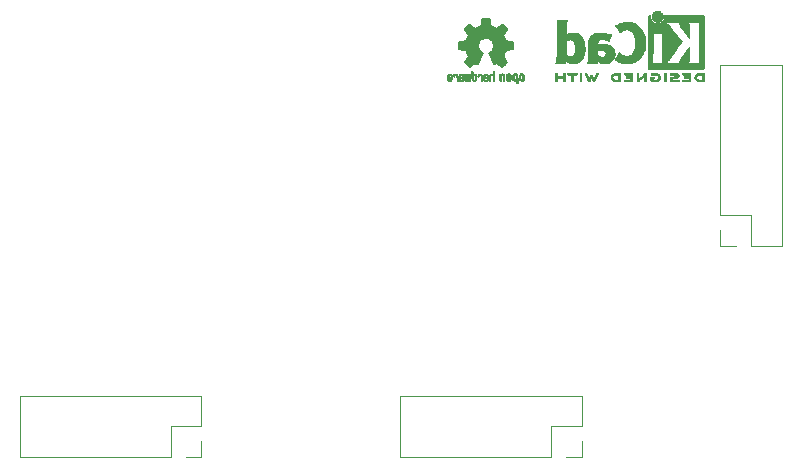
<source format=gbo>
G04 #@! TF.GenerationSoftware,KiCad,Pcbnew,6.0.2-378541a8eb~116~ubuntu20.04.1*
G04 #@! TF.CreationDate,2023-01-27T16:36:07+01:00*
G04 #@! TF.ProjectId,BUCKY_POWER,4255434b-595f-4504-9f57-45522e6b6963,rev?*
G04 #@! TF.SameCoordinates,Original*
G04 #@! TF.FileFunction,Legend,Bot*
G04 #@! TF.FilePolarity,Positive*
%FSLAX46Y46*%
G04 Gerber Fmt 4.6, Leading zero omitted, Abs format (unit mm)*
G04 Created by KiCad (PCBNEW 6.0.2-378541a8eb~116~ubuntu20.04.1) date 2023-01-27 16:36:07*
%MOMM*%
%LPD*%
G01*
G04 APERTURE LIST*
G04 Aperture macros list*
%AMRoundRect*
0 Rectangle with rounded corners*
0 $1 Rounding radius*
0 $2 $3 $4 $5 $6 $7 $8 $9 X,Y pos of 4 corners*
0 Add a 4 corners polygon primitive as box body*
4,1,4,$2,$3,$4,$5,$6,$7,$8,$9,$2,$3,0*
0 Add four circle primitives for the rounded corners*
1,1,$1+$1,$2,$3*
1,1,$1+$1,$4,$5*
1,1,$1+$1,$6,$7*
1,1,$1+$1,$8,$9*
0 Add four rect primitives between the rounded corners*
20,1,$1+$1,$2,$3,$4,$5,0*
20,1,$1+$1,$4,$5,$6,$7,0*
20,1,$1+$1,$6,$7,$8,$9,0*
20,1,$1+$1,$8,$9,$2,$3,0*%
G04 Aperture macros list end*
%ADD10C,0.120000*%
%ADD11C,0.010000*%
%ADD12C,1.500000*%
%ADD13RoundRect,0.250000X0.600000X0.750000X-0.600000X0.750000X-0.600000X-0.750000X0.600000X-0.750000X0*%
%ADD14O,1.700000X2.000000*%
%ADD15C,3.784600*%
%ADD16C,3.000000*%
%ADD17R,1.700000X1.700000*%
%ADD18O,1.700000X1.700000*%
G04 APERTURE END LIST*
D10*
X65130000Y-114005000D02*
X49770000Y-114005000D01*
X49770000Y-119205000D02*
X49770000Y-114005000D01*
X62530000Y-119205000D02*
X49770000Y-119205000D01*
X62530000Y-119205000D02*
X62530000Y-116605000D01*
X65130000Y-119205000D02*
X65130000Y-117875000D01*
X65130000Y-116605000D02*
X65130000Y-114005000D01*
X63800000Y-119205000D02*
X65130000Y-119205000D01*
X62530000Y-116605000D02*
X65130000Y-116605000D01*
D11*
X103673043Y-81426571D02*
X103576768Y-81450809D01*
X103576768Y-81450809D02*
X103490184Y-81493641D01*
X103490184Y-81493641D02*
X103415373Y-81553419D01*
X103415373Y-81553419D02*
X103354418Y-81628494D01*
X103354418Y-81628494D02*
X103309399Y-81717220D01*
X103309399Y-81717220D02*
X103283136Y-81813530D01*
X103283136Y-81813530D02*
X103277286Y-81910795D01*
X103277286Y-81910795D02*
X103292140Y-82004654D01*
X103292140Y-82004654D02*
X103325840Y-82092511D01*
X103325840Y-82092511D02*
X103376528Y-82171770D01*
X103376528Y-82171770D02*
X103442345Y-82239836D01*
X103442345Y-82239836D02*
X103521434Y-82294112D01*
X103521434Y-82294112D02*
X103611934Y-82332002D01*
X103611934Y-82332002D02*
X103663200Y-82344426D01*
X103663200Y-82344426D02*
X103707698Y-82351947D01*
X103707698Y-82351947D02*
X103741999Y-82354919D01*
X103741999Y-82354919D02*
X103774960Y-82353094D01*
X103774960Y-82353094D02*
X103815434Y-82346225D01*
X103815434Y-82346225D02*
X103848531Y-82339250D01*
X103848531Y-82339250D02*
X103941947Y-82307741D01*
X103941947Y-82307741D02*
X104025619Y-82256617D01*
X104025619Y-82256617D02*
X104097665Y-82187429D01*
X104097665Y-82187429D02*
X104156200Y-82101728D01*
X104156200Y-82101728D02*
X104170148Y-82074489D01*
X104170148Y-82074489D02*
X104186586Y-82038122D01*
X104186586Y-82038122D02*
X104196894Y-82007582D01*
X104196894Y-82007582D02*
X104202460Y-81975450D01*
X104202460Y-81975450D02*
X104204669Y-81934307D01*
X104204669Y-81934307D02*
X104204948Y-81888222D01*
X104204948Y-81888222D02*
X104200861Y-81803865D01*
X104200861Y-81803865D02*
X104187446Y-81734586D01*
X104187446Y-81734586D02*
X104162256Y-81673961D01*
X104162256Y-81673961D02*
X104122846Y-81615567D01*
X104122846Y-81615567D02*
X104084298Y-81571302D01*
X104084298Y-81571302D02*
X104012406Y-81505484D01*
X104012406Y-81505484D02*
X103937313Y-81460053D01*
X103937313Y-81460053D02*
X103854562Y-81432850D01*
X103854562Y-81432850D02*
X103776928Y-81422576D01*
X103776928Y-81422576D02*
X103673043Y-81426571D01*
X103673043Y-81426571D02*
X103673043Y-81426571D01*
G36*
X103854562Y-81432850D02*
G01*
X103937313Y-81460053D01*
X104012406Y-81505484D01*
X104084298Y-81571302D01*
X104122846Y-81615567D01*
X104162256Y-81673961D01*
X104187446Y-81734586D01*
X104200861Y-81803865D01*
X104204948Y-81888222D01*
X104204669Y-81934307D01*
X104202460Y-81975450D01*
X104196894Y-82007582D01*
X104186586Y-82038122D01*
X104170148Y-82074489D01*
X104156200Y-82101728D01*
X104097665Y-82187429D01*
X104025619Y-82256617D01*
X103941947Y-82307741D01*
X103848531Y-82339250D01*
X103815434Y-82346225D01*
X103774960Y-82353094D01*
X103741999Y-82354919D01*
X103707698Y-82351947D01*
X103663200Y-82344426D01*
X103611934Y-82332002D01*
X103521434Y-82294112D01*
X103442345Y-82239836D01*
X103376528Y-82171770D01*
X103325840Y-82092511D01*
X103292140Y-82004654D01*
X103277286Y-81910795D01*
X103283136Y-81813530D01*
X103309399Y-81717220D01*
X103354418Y-81628494D01*
X103415373Y-81553419D01*
X103490184Y-81493641D01*
X103576768Y-81450809D01*
X103673043Y-81426571D01*
X103776928Y-81422576D01*
X103854562Y-81432850D01*
G37*
X103854562Y-81432850D02*
X103937313Y-81460053D01*
X104012406Y-81505484D01*
X104084298Y-81571302D01*
X104122846Y-81615567D01*
X104162256Y-81673961D01*
X104187446Y-81734586D01*
X104200861Y-81803865D01*
X104204948Y-81888222D01*
X104204669Y-81934307D01*
X104202460Y-81975450D01*
X104196894Y-82007582D01*
X104186586Y-82038122D01*
X104170148Y-82074489D01*
X104156200Y-82101728D01*
X104097665Y-82187429D01*
X104025619Y-82256617D01*
X103941947Y-82307741D01*
X103848531Y-82339250D01*
X103815434Y-82346225D01*
X103774960Y-82353094D01*
X103741999Y-82354919D01*
X103707698Y-82351947D01*
X103663200Y-82344426D01*
X103611934Y-82332002D01*
X103521434Y-82294112D01*
X103442345Y-82239836D01*
X103376528Y-82171770D01*
X103325840Y-82092511D01*
X103292140Y-82004654D01*
X103277286Y-81910795D01*
X103283136Y-81813530D01*
X103309399Y-81717220D01*
X103354418Y-81628494D01*
X103415373Y-81553419D01*
X103490184Y-81493641D01*
X103576768Y-81450809D01*
X103673043Y-81426571D01*
X103776928Y-81422576D01*
X103854562Y-81432850D01*
X106112794Y-86669146D02*
X106043386Y-86669518D01*
X106043386Y-86669518D02*
X105990997Y-86670385D01*
X105990997Y-86670385D02*
X105952847Y-86671946D01*
X105952847Y-86671946D02*
X105926159Y-86674403D01*
X105926159Y-86674403D02*
X105908153Y-86677957D01*
X105908153Y-86677957D02*
X105896049Y-86682810D01*
X105896049Y-86682810D02*
X105887069Y-86689161D01*
X105887069Y-86689161D02*
X105883818Y-86692084D01*
X105883818Y-86692084D02*
X105864043Y-86723142D01*
X105864043Y-86723142D02*
X105860482Y-86758828D01*
X105860482Y-86758828D02*
X105873491Y-86790510D01*
X105873491Y-86790510D02*
X105879506Y-86796913D01*
X105879506Y-86796913D02*
X105889235Y-86803121D01*
X105889235Y-86803121D02*
X105904901Y-86807910D01*
X105904901Y-86807910D02*
X105929408Y-86811514D01*
X105929408Y-86811514D02*
X105965661Y-86814164D01*
X105965661Y-86814164D02*
X106016565Y-86816095D01*
X106016565Y-86816095D02*
X106085026Y-86817539D01*
X106085026Y-86817539D02*
X106147617Y-86818418D01*
X106147617Y-86818418D02*
X106395334Y-86821467D01*
X106395334Y-86821467D02*
X106398719Y-86886378D01*
X106398719Y-86886378D02*
X106402105Y-86951289D01*
X106402105Y-86951289D02*
X106233958Y-86951289D01*
X106233958Y-86951289D02*
X106160959Y-86951919D01*
X106160959Y-86951919D02*
X106107517Y-86954553D01*
X106107517Y-86954553D02*
X106070628Y-86960309D01*
X106070628Y-86960309D02*
X106047288Y-86970304D01*
X106047288Y-86970304D02*
X106034494Y-86985656D01*
X106034494Y-86985656D02*
X106029242Y-87007482D01*
X106029242Y-87007482D02*
X106028445Y-87027738D01*
X106028445Y-87027738D02*
X106030923Y-87052592D01*
X106030923Y-87052592D02*
X106040277Y-87070906D01*
X106040277Y-87070906D02*
X106059383Y-87083637D01*
X106059383Y-87083637D02*
X106091118Y-87091741D01*
X106091118Y-87091741D02*
X106138359Y-87096176D01*
X106138359Y-87096176D02*
X106203983Y-87097899D01*
X106203983Y-87097899D02*
X106239801Y-87098045D01*
X106239801Y-87098045D02*
X106400978Y-87098045D01*
X106400978Y-87098045D02*
X106400978Y-87256089D01*
X106400978Y-87256089D02*
X106152622Y-87256089D01*
X106152622Y-87256089D02*
X106071213Y-87256202D01*
X106071213Y-87256202D02*
X106009342Y-87256712D01*
X106009342Y-87256712D02*
X105963968Y-87257870D01*
X105963968Y-87257870D02*
X105932054Y-87259930D01*
X105932054Y-87259930D02*
X105910559Y-87263146D01*
X105910559Y-87263146D02*
X105896443Y-87267772D01*
X105896443Y-87267772D02*
X105886668Y-87274059D01*
X105886668Y-87274059D02*
X105881689Y-87278667D01*
X105881689Y-87278667D02*
X105864610Y-87305560D01*
X105864610Y-87305560D02*
X105859111Y-87329467D01*
X105859111Y-87329467D02*
X105866963Y-87358667D01*
X105866963Y-87358667D02*
X105881689Y-87380267D01*
X105881689Y-87380267D02*
X105889546Y-87387066D01*
X105889546Y-87387066D02*
X105899688Y-87392346D01*
X105899688Y-87392346D02*
X105914844Y-87396298D01*
X105914844Y-87396298D02*
X105937741Y-87399113D01*
X105937741Y-87399113D02*
X105971109Y-87400982D01*
X105971109Y-87400982D02*
X106017675Y-87402098D01*
X106017675Y-87402098D02*
X106080167Y-87402651D01*
X106080167Y-87402651D02*
X106161314Y-87402833D01*
X106161314Y-87402833D02*
X106203422Y-87402845D01*
X106203422Y-87402845D02*
X106293598Y-87402765D01*
X106293598Y-87402765D02*
X106363924Y-87402398D01*
X106363924Y-87402398D02*
X106417129Y-87401552D01*
X106417129Y-87401552D02*
X106455940Y-87400036D01*
X106455940Y-87400036D02*
X106483087Y-87397659D01*
X106483087Y-87397659D02*
X106501298Y-87394229D01*
X106501298Y-87394229D02*
X106513300Y-87389554D01*
X106513300Y-87389554D02*
X106521822Y-87383444D01*
X106521822Y-87383444D02*
X106525156Y-87380267D01*
X106525156Y-87380267D02*
X106531755Y-87372670D01*
X106531755Y-87372670D02*
X106536927Y-87362870D01*
X106536927Y-87362870D02*
X106540846Y-87348239D01*
X106540846Y-87348239D02*
X106543684Y-87326152D01*
X106543684Y-87326152D02*
X106545615Y-87293982D01*
X106545615Y-87293982D02*
X106546812Y-87249103D01*
X106546812Y-87249103D02*
X106547448Y-87188889D01*
X106547448Y-87188889D02*
X106547697Y-87110713D01*
X106547697Y-87110713D02*
X106547734Y-87037923D01*
X106547734Y-87037923D02*
X106547700Y-86944707D01*
X106547700Y-86944707D02*
X106547465Y-86871431D01*
X106547465Y-86871431D02*
X106546830Y-86815458D01*
X106546830Y-86815458D02*
X106545594Y-86774151D01*
X106545594Y-86774151D02*
X106543556Y-86744872D01*
X106543556Y-86744872D02*
X106540517Y-86724984D01*
X106540517Y-86724984D02*
X106536277Y-86711850D01*
X106536277Y-86711850D02*
X106530635Y-86702832D01*
X106530635Y-86702832D02*
X106523391Y-86695293D01*
X106523391Y-86695293D02*
X106521606Y-86693612D01*
X106521606Y-86693612D02*
X106512945Y-86686172D01*
X106512945Y-86686172D02*
X106502882Y-86680409D01*
X106502882Y-86680409D02*
X106488625Y-86676112D01*
X106488625Y-86676112D02*
X106467383Y-86673064D01*
X106467383Y-86673064D02*
X106436364Y-86671051D01*
X106436364Y-86671051D02*
X106392777Y-86669860D01*
X106392777Y-86669860D02*
X106333831Y-86669275D01*
X106333831Y-86669275D02*
X106256734Y-86669083D01*
X106256734Y-86669083D02*
X106202001Y-86669067D01*
X106202001Y-86669067D02*
X106112794Y-86669146D01*
X106112794Y-86669146D02*
X106112794Y-86669146D01*
G36*
X106256734Y-86669083D02*
G01*
X106333831Y-86669275D01*
X106392777Y-86669860D01*
X106436364Y-86671051D01*
X106467383Y-86673064D01*
X106488625Y-86676112D01*
X106502882Y-86680409D01*
X106512945Y-86686172D01*
X106521606Y-86693612D01*
X106523391Y-86695293D01*
X106530635Y-86702832D01*
X106536277Y-86711850D01*
X106540517Y-86724984D01*
X106543556Y-86744872D01*
X106545594Y-86774151D01*
X106546830Y-86815458D01*
X106547465Y-86871431D01*
X106547700Y-86944707D01*
X106547734Y-87037923D01*
X106547697Y-87110713D01*
X106547448Y-87188889D01*
X106546812Y-87249103D01*
X106545615Y-87293982D01*
X106543684Y-87326152D01*
X106540846Y-87348239D01*
X106536927Y-87362870D01*
X106531755Y-87372670D01*
X106525156Y-87380267D01*
X106521822Y-87383444D01*
X106513300Y-87389554D01*
X106501298Y-87394229D01*
X106483087Y-87397659D01*
X106455940Y-87400036D01*
X106417129Y-87401552D01*
X106363924Y-87402398D01*
X106293598Y-87402765D01*
X106203422Y-87402845D01*
X106161314Y-87402833D01*
X106080167Y-87402651D01*
X106017675Y-87402098D01*
X105971109Y-87400982D01*
X105937741Y-87399113D01*
X105914844Y-87396298D01*
X105899688Y-87392346D01*
X105889546Y-87387066D01*
X105881689Y-87380267D01*
X105866963Y-87358667D01*
X105859111Y-87329467D01*
X105864610Y-87305560D01*
X105881689Y-87278667D01*
X105886668Y-87274059D01*
X105896443Y-87267772D01*
X105910559Y-87263146D01*
X105932054Y-87259930D01*
X105963968Y-87257870D01*
X106009342Y-87256712D01*
X106071213Y-87256202D01*
X106152622Y-87256089D01*
X106400978Y-87256089D01*
X106400978Y-87098045D01*
X106239801Y-87098045D01*
X106203983Y-87097899D01*
X106138359Y-87096176D01*
X106091118Y-87091741D01*
X106059383Y-87083637D01*
X106040277Y-87070906D01*
X106030923Y-87052592D01*
X106028445Y-87027738D01*
X106029242Y-87007482D01*
X106034494Y-86985656D01*
X106047288Y-86970304D01*
X106070628Y-86960309D01*
X106107517Y-86954553D01*
X106160959Y-86951919D01*
X106233958Y-86951289D01*
X106402105Y-86951289D01*
X106398719Y-86886378D01*
X106395334Y-86821467D01*
X106147617Y-86818418D01*
X106085026Y-86817539D01*
X106016565Y-86816095D01*
X105965661Y-86814164D01*
X105929408Y-86811514D01*
X105904901Y-86807910D01*
X105889235Y-86803121D01*
X105879506Y-86796913D01*
X105873491Y-86790510D01*
X105860482Y-86758828D01*
X105864043Y-86723142D01*
X105883818Y-86692084D01*
X105887069Y-86689161D01*
X105896049Y-86682810D01*
X105908153Y-86677957D01*
X105926159Y-86674403D01*
X105952847Y-86671946D01*
X105990997Y-86670385D01*
X106043386Y-86669518D01*
X106112794Y-86669146D01*
X106202001Y-86669067D01*
X106256734Y-86669083D01*
G37*
X106256734Y-86669083D02*
X106333831Y-86669275D01*
X106392777Y-86669860D01*
X106436364Y-86671051D01*
X106467383Y-86673064D01*
X106488625Y-86676112D01*
X106502882Y-86680409D01*
X106512945Y-86686172D01*
X106521606Y-86693612D01*
X106523391Y-86695293D01*
X106530635Y-86702832D01*
X106536277Y-86711850D01*
X106540517Y-86724984D01*
X106543556Y-86744872D01*
X106545594Y-86774151D01*
X106546830Y-86815458D01*
X106547465Y-86871431D01*
X106547700Y-86944707D01*
X106547734Y-87037923D01*
X106547697Y-87110713D01*
X106547448Y-87188889D01*
X106546812Y-87249103D01*
X106545615Y-87293982D01*
X106543684Y-87326152D01*
X106540846Y-87348239D01*
X106536927Y-87362870D01*
X106531755Y-87372670D01*
X106525156Y-87380267D01*
X106521822Y-87383444D01*
X106513300Y-87389554D01*
X106501298Y-87394229D01*
X106483087Y-87397659D01*
X106455940Y-87400036D01*
X106417129Y-87401552D01*
X106363924Y-87402398D01*
X106293598Y-87402765D01*
X106203422Y-87402845D01*
X106161314Y-87402833D01*
X106080167Y-87402651D01*
X106017675Y-87402098D01*
X105971109Y-87400982D01*
X105937741Y-87399113D01*
X105914844Y-87396298D01*
X105899688Y-87392346D01*
X105889546Y-87387066D01*
X105881689Y-87380267D01*
X105866963Y-87358667D01*
X105859111Y-87329467D01*
X105864610Y-87305560D01*
X105881689Y-87278667D01*
X105886668Y-87274059D01*
X105896443Y-87267772D01*
X105910559Y-87263146D01*
X105932054Y-87259930D01*
X105963968Y-87257870D01*
X106009342Y-87256712D01*
X106071213Y-87256202D01*
X106152622Y-87256089D01*
X106400978Y-87256089D01*
X106400978Y-87098045D01*
X106239801Y-87098045D01*
X106203983Y-87097899D01*
X106138359Y-87096176D01*
X106091118Y-87091741D01*
X106059383Y-87083637D01*
X106040277Y-87070906D01*
X106030923Y-87052592D01*
X106028445Y-87027738D01*
X106029242Y-87007482D01*
X106034494Y-86985656D01*
X106047288Y-86970304D01*
X106070628Y-86960309D01*
X106107517Y-86954553D01*
X106160959Y-86951919D01*
X106233958Y-86951289D01*
X106402105Y-86951289D01*
X106398719Y-86886378D01*
X106395334Y-86821467D01*
X106147617Y-86818418D01*
X106085026Y-86817539D01*
X106016565Y-86816095D01*
X105965661Y-86814164D01*
X105929408Y-86811514D01*
X105904901Y-86807910D01*
X105889235Y-86803121D01*
X105879506Y-86796913D01*
X105873491Y-86790510D01*
X105860482Y-86758828D01*
X105864043Y-86723142D01*
X105883818Y-86692084D01*
X105887069Y-86689161D01*
X105896049Y-86682810D01*
X105908153Y-86677957D01*
X105926159Y-86674403D01*
X105952847Y-86671946D01*
X105990997Y-86670385D01*
X106043386Y-86669518D01*
X106112794Y-86669146D01*
X106202001Y-86669067D01*
X106256734Y-86669083D01*
X101071571Y-82349071D02*
X100911430Y-82370245D01*
X100911430Y-82370245D02*
X100747490Y-82410385D01*
X100747490Y-82410385D02*
X100577687Y-82469889D01*
X100577687Y-82469889D02*
X100399957Y-82549154D01*
X100399957Y-82549154D02*
X100388690Y-82554699D01*
X100388690Y-82554699D02*
X100330995Y-82582725D01*
X100330995Y-82582725D02*
X100279448Y-82606802D01*
X100279448Y-82606802D02*
X100237809Y-82625249D01*
X100237809Y-82625249D02*
X100209838Y-82636386D01*
X100209838Y-82636386D02*
X100200267Y-82638933D01*
X100200267Y-82638933D02*
X100181050Y-82643941D01*
X100181050Y-82643941D02*
X100176439Y-82648147D01*
X100176439Y-82648147D02*
X100181542Y-82658580D01*
X100181542Y-82658580D02*
X100197582Y-82684868D01*
X100197582Y-82684868D02*
X100222712Y-82724257D01*
X100222712Y-82724257D02*
X100255086Y-82773991D01*
X100255086Y-82773991D02*
X100292857Y-82831315D01*
X100292857Y-82831315D02*
X100334178Y-82893476D01*
X100334178Y-82893476D02*
X100377202Y-82957718D01*
X100377202Y-82957718D02*
X100420083Y-83021285D01*
X100420083Y-83021285D02*
X100460974Y-83081425D01*
X100460974Y-83081425D02*
X100498029Y-83135380D01*
X100498029Y-83135380D02*
X100529400Y-83180397D01*
X100529400Y-83180397D02*
X100553241Y-83213721D01*
X100553241Y-83213721D02*
X100567706Y-83232597D01*
X100567706Y-83232597D02*
X100569691Y-83234787D01*
X100569691Y-83234787D02*
X100579809Y-83230138D01*
X100579809Y-83230138D02*
X100602150Y-83212962D01*
X100602150Y-83212962D02*
X100632720Y-83186440D01*
X100632720Y-83186440D02*
X100648464Y-83171964D01*
X100648464Y-83171964D02*
X100744953Y-83096682D01*
X100744953Y-83096682D02*
X100851664Y-83041241D01*
X100851664Y-83041241D02*
X100967168Y-83006141D01*
X100967168Y-83006141D02*
X101090038Y-82991880D01*
X101090038Y-82991880D02*
X101159439Y-82993051D01*
X101159439Y-82993051D02*
X101280577Y-83010212D01*
X101280577Y-83010212D02*
X101389795Y-83046094D01*
X101389795Y-83046094D02*
X101487418Y-83100959D01*
X101487418Y-83100959D02*
X101573772Y-83175070D01*
X101573772Y-83175070D02*
X101649185Y-83268688D01*
X101649185Y-83268688D02*
X101713982Y-83382076D01*
X101713982Y-83382076D02*
X101751399Y-83468667D01*
X101751399Y-83468667D02*
X101795252Y-83604366D01*
X101795252Y-83604366D02*
X101827572Y-83751850D01*
X101827572Y-83751850D02*
X101848443Y-83907314D01*
X101848443Y-83907314D02*
X101857949Y-84066956D01*
X101857949Y-84066956D02*
X101856173Y-84226973D01*
X101856173Y-84226973D02*
X101843197Y-84383561D01*
X101843197Y-84383561D02*
X101819106Y-84532918D01*
X101819106Y-84532918D02*
X101783982Y-84671240D01*
X101783982Y-84671240D02*
X101737908Y-84794724D01*
X101737908Y-84794724D02*
X101721627Y-84828978D01*
X101721627Y-84828978D02*
X101653380Y-84943064D01*
X101653380Y-84943064D02*
X101572921Y-85039557D01*
X101572921Y-85039557D02*
X101481430Y-85117670D01*
X101481430Y-85117670D02*
X101380089Y-85176617D01*
X101380089Y-85176617D02*
X101270080Y-85215612D01*
X101270080Y-85215612D02*
X101152585Y-85233868D01*
X101152585Y-85233868D02*
X101111117Y-85235211D01*
X101111117Y-85235211D02*
X100989559Y-85224290D01*
X100989559Y-85224290D02*
X100869122Y-85191474D01*
X100869122Y-85191474D02*
X100751334Y-85137439D01*
X100751334Y-85137439D02*
X100637723Y-85062865D01*
X100637723Y-85062865D02*
X100546315Y-84984539D01*
X100546315Y-84984539D02*
X100499785Y-84940008D01*
X100499785Y-84940008D02*
X100318517Y-85237271D01*
X100318517Y-85237271D02*
X100273420Y-85311433D01*
X100273420Y-85311433D02*
X100232181Y-85379646D01*
X100232181Y-85379646D02*
X100196265Y-85439459D01*
X100196265Y-85439459D02*
X100167134Y-85488420D01*
X100167134Y-85488420D02*
X100146250Y-85524079D01*
X100146250Y-85524079D02*
X100135076Y-85543984D01*
X100135076Y-85543984D02*
X100133625Y-85547079D01*
X100133625Y-85547079D02*
X100141854Y-85556718D01*
X100141854Y-85556718D02*
X100167433Y-85573999D01*
X100167433Y-85573999D02*
X100207127Y-85597283D01*
X100207127Y-85597283D02*
X100257703Y-85624934D01*
X100257703Y-85624934D02*
X100315926Y-85655315D01*
X100315926Y-85655315D02*
X100378563Y-85686790D01*
X100378563Y-85686790D02*
X100442379Y-85717722D01*
X100442379Y-85717722D02*
X100504140Y-85746473D01*
X100504140Y-85746473D02*
X100560612Y-85771408D01*
X100560612Y-85771408D02*
X100608562Y-85790889D01*
X100608562Y-85790889D02*
X100632014Y-85799318D01*
X100632014Y-85799318D02*
X100765779Y-85837133D01*
X100765779Y-85837133D02*
X100903673Y-85862136D01*
X100903673Y-85862136D02*
X101051378Y-85875140D01*
X101051378Y-85875140D02*
X101178167Y-85877468D01*
X101178167Y-85877468D02*
X101246122Y-85876373D01*
X101246122Y-85876373D02*
X101311723Y-85874275D01*
X101311723Y-85874275D02*
X101369153Y-85871434D01*
X101369153Y-85871434D02*
X101412597Y-85868106D01*
X101412597Y-85868106D02*
X101426702Y-85866422D01*
X101426702Y-85866422D02*
X101565716Y-85837587D01*
X101565716Y-85837587D02*
X101707243Y-85792468D01*
X101707243Y-85792468D02*
X101844725Y-85733750D01*
X101844725Y-85733750D02*
X101971606Y-85664120D01*
X101971606Y-85664120D02*
X102049111Y-85611441D01*
X102049111Y-85611441D02*
X102176519Y-85503239D01*
X102176519Y-85503239D02*
X102294822Y-85376671D01*
X102294822Y-85376671D02*
X102401828Y-85234866D01*
X102401828Y-85234866D02*
X102495348Y-85080951D01*
X102495348Y-85080951D02*
X102573190Y-84918053D01*
X102573190Y-84918053D02*
X102617044Y-84800756D01*
X102617044Y-84800756D02*
X102667292Y-84617128D01*
X102667292Y-84617128D02*
X102700791Y-84422581D01*
X102700791Y-84422581D02*
X102717551Y-84221325D01*
X102717551Y-84221325D02*
X102717584Y-84017568D01*
X102717584Y-84017568D02*
X102700899Y-83815521D01*
X102700899Y-83815521D02*
X102667507Y-83619392D01*
X102667507Y-83619392D02*
X102617420Y-83433391D01*
X102617420Y-83433391D02*
X102613603Y-83421803D01*
X102613603Y-83421803D02*
X102550719Y-83259750D01*
X102550719Y-83259750D02*
X102473972Y-83111832D01*
X102473972Y-83111832D02*
X102380758Y-82973865D01*
X102380758Y-82973865D02*
X102268473Y-82841661D01*
X102268473Y-82841661D02*
X102224608Y-82796399D01*
X102224608Y-82796399D02*
X102088466Y-82672457D01*
X102088466Y-82672457D02*
X101948509Y-82569915D01*
X101948509Y-82569915D02*
X101802589Y-82487656D01*
X101802589Y-82487656D02*
X101648558Y-82424564D01*
X101648558Y-82424564D02*
X101484268Y-82379523D01*
X101484268Y-82379523D02*
X101388711Y-82362033D01*
X101388711Y-82362033D02*
X101229977Y-82346466D01*
X101229977Y-82346466D02*
X101071571Y-82349071D01*
X101071571Y-82349071D02*
X101071571Y-82349071D01*
G36*
X101388711Y-82362033D02*
G01*
X101484268Y-82379523D01*
X101648558Y-82424564D01*
X101802589Y-82487656D01*
X101948509Y-82569915D01*
X102088466Y-82672457D01*
X102224608Y-82796399D01*
X102268473Y-82841661D01*
X102380758Y-82973865D01*
X102473972Y-83111832D01*
X102550719Y-83259750D01*
X102613603Y-83421803D01*
X102617420Y-83433391D01*
X102667507Y-83619392D01*
X102700899Y-83815521D01*
X102717584Y-84017568D01*
X102717551Y-84221325D01*
X102700791Y-84422581D01*
X102667292Y-84617128D01*
X102617044Y-84800756D01*
X102573190Y-84918053D01*
X102495348Y-85080951D01*
X102401828Y-85234866D01*
X102294822Y-85376671D01*
X102176519Y-85503239D01*
X102049111Y-85611441D01*
X101971606Y-85664120D01*
X101844725Y-85733750D01*
X101707243Y-85792468D01*
X101565716Y-85837587D01*
X101426702Y-85866422D01*
X101412597Y-85868106D01*
X101369153Y-85871434D01*
X101311723Y-85874275D01*
X101246122Y-85876373D01*
X101178167Y-85877468D01*
X101051378Y-85875140D01*
X100903673Y-85862136D01*
X100765779Y-85837133D01*
X100632014Y-85799318D01*
X100608562Y-85790889D01*
X100560612Y-85771408D01*
X100504140Y-85746473D01*
X100442379Y-85717722D01*
X100378563Y-85686790D01*
X100315926Y-85655315D01*
X100257703Y-85624934D01*
X100207127Y-85597283D01*
X100167433Y-85573999D01*
X100141854Y-85556718D01*
X100133625Y-85547079D01*
X100135076Y-85543984D01*
X100146250Y-85524079D01*
X100167134Y-85488420D01*
X100196265Y-85439459D01*
X100232181Y-85379646D01*
X100273420Y-85311433D01*
X100318517Y-85237271D01*
X100499785Y-84940008D01*
X100546315Y-84984539D01*
X100637723Y-85062865D01*
X100751334Y-85137439D01*
X100869122Y-85191474D01*
X100989559Y-85224290D01*
X101111117Y-85235211D01*
X101152585Y-85233868D01*
X101270080Y-85215612D01*
X101380089Y-85176617D01*
X101481430Y-85117670D01*
X101572921Y-85039557D01*
X101653380Y-84943064D01*
X101721627Y-84828978D01*
X101737908Y-84794724D01*
X101783982Y-84671240D01*
X101819106Y-84532918D01*
X101843197Y-84383561D01*
X101856173Y-84226973D01*
X101857949Y-84066956D01*
X101848443Y-83907314D01*
X101827572Y-83751850D01*
X101795252Y-83604366D01*
X101751399Y-83468667D01*
X101713982Y-83382076D01*
X101649185Y-83268688D01*
X101573772Y-83175070D01*
X101487418Y-83100959D01*
X101389795Y-83046094D01*
X101280577Y-83010212D01*
X101159439Y-82993051D01*
X101090038Y-82991880D01*
X100967168Y-83006141D01*
X100851664Y-83041241D01*
X100744953Y-83096682D01*
X100648464Y-83171964D01*
X100632720Y-83186440D01*
X100602150Y-83212962D01*
X100579809Y-83230138D01*
X100569691Y-83234787D01*
X100567706Y-83232597D01*
X100553241Y-83213721D01*
X100529400Y-83180397D01*
X100498029Y-83135380D01*
X100460974Y-83081425D01*
X100420083Y-83021285D01*
X100377202Y-82957718D01*
X100334178Y-82893476D01*
X100292857Y-82831315D01*
X100255086Y-82773991D01*
X100222712Y-82724257D01*
X100197582Y-82684868D01*
X100181542Y-82658580D01*
X100176439Y-82648147D01*
X100181050Y-82643941D01*
X100200267Y-82638933D01*
X100209838Y-82636386D01*
X100237809Y-82625249D01*
X100279448Y-82606802D01*
X100330995Y-82582725D01*
X100388690Y-82554699D01*
X100399957Y-82549154D01*
X100577687Y-82469889D01*
X100747490Y-82410385D01*
X100911430Y-82370245D01*
X101071571Y-82349071D01*
X101229977Y-82346466D01*
X101388711Y-82362033D01*
G37*
X101388711Y-82362033D02*
X101484268Y-82379523D01*
X101648558Y-82424564D01*
X101802589Y-82487656D01*
X101948509Y-82569915D01*
X102088466Y-82672457D01*
X102224608Y-82796399D01*
X102268473Y-82841661D01*
X102380758Y-82973865D01*
X102473972Y-83111832D01*
X102550719Y-83259750D01*
X102613603Y-83421803D01*
X102617420Y-83433391D01*
X102667507Y-83619392D01*
X102700899Y-83815521D01*
X102717584Y-84017568D01*
X102717551Y-84221325D01*
X102700791Y-84422581D01*
X102667292Y-84617128D01*
X102617044Y-84800756D01*
X102573190Y-84918053D01*
X102495348Y-85080951D01*
X102401828Y-85234866D01*
X102294822Y-85376671D01*
X102176519Y-85503239D01*
X102049111Y-85611441D01*
X101971606Y-85664120D01*
X101844725Y-85733750D01*
X101707243Y-85792468D01*
X101565716Y-85837587D01*
X101426702Y-85866422D01*
X101412597Y-85868106D01*
X101369153Y-85871434D01*
X101311723Y-85874275D01*
X101246122Y-85876373D01*
X101178167Y-85877468D01*
X101051378Y-85875140D01*
X100903673Y-85862136D01*
X100765779Y-85837133D01*
X100632014Y-85799318D01*
X100608562Y-85790889D01*
X100560612Y-85771408D01*
X100504140Y-85746473D01*
X100442379Y-85717722D01*
X100378563Y-85686790D01*
X100315926Y-85655315D01*
X100257703Y-85624934D01*
X100207127Y-85597283D01*
X100167433Y-85573999D01*
X100141854Y-85556718D01*
X100133625Y-85547079D01*
X100135076Y-85543984D01*
X100146250Y-85524079D01*
X100167134Y-85488420D01*
X100196265Y-85439459D01*
X100232181Y-85379646D01*
X100273420Y-85311433D01*
X100318517Y-85237271D01*
X100499785Y-84940008D01*
X100546315Y-84984539D01*
X100637723Y-85062865D01*
X100751334Y-85137439D01*
X100869122Y-85191474D01*
X100989559Y-85224290D01*
X101111117Y-85235211D01*
X101152585Y-85233868D01*
X101270080Y-85215612D01*
X101380089Y-85176617D01*
X101481430Y-85117670D01*
X101572921Y-85039557D01*
X101653380Y-84943064D01*
X101721627Y-84828978D01*
X101737908Y-84794724D01*
X101783982Y-84671240D01*
X101819106Y-84532918D01*
X101843197Y-84383561D01*
X101856173Y-84226973D01*
X101857949Y-84066956D01*
X101848443Y-83907314D01*
X101827572Y-83751850D01*
X101795252Y-83604366D01*
X101751399Y-83468667D01*
X101713982Y-83382076D01*
X101649185Y-83268688D01*
X101573772Y-83175070D01*
X101487418Y-83100959D01*
X101389795Y-83046094D01*
X101280577Y-83010212D01*
X101159439Y-82993051D01*
X101090038Y-82991880D01*
X100967168Y-83006141D01*
X100851664Y-83041241D01*
X100744953Y-83096682D01*
X100648464Y-83171964D01*
X100632720Y-83186440D01*
X100602150Y-83212962D01*
X100579809Y-83230138D01*
X100569691Y-83234787D01*
X100567706Y-83232597D01*
X100553241Y-83213721D01*
X100529400Y-83180397D01*
X100498029Y-83135380D01*
X100460974Y-83081425D01*
X100420083Y-83021285D01*
X100377202Y-82957718D01*
X100334178Y-82893476D01*
X100292857Y-82831315D01*
X100255086Y-82773991D01*
X100222712Y-82724257D01*
X100197582Y-82684868D01*
X100181542Y-82658580D01*
X100176439Y-82648147D01*
X100181050Y-82643941D01*
X100200267Y-82638933D01*
X100209838Y-82636386D01*
X100237809Y-82625249D01*
X100279448Y-82606802D01*
X100330995Y-82582725D01*
X100388690Y-82554699D01*
X100399957Y-82549154D01*
X100577687Y-82469889D01*
X100747490Y-82410385D01*
X100911430Y-82370245D01*
X101071571Y-82349071D01*
X101229977Y-82346466D01*
X101388711Y-82362033D01*
X102700114Y-86673448D02*
X102676548Y-86687273D01*
X102676548Y-86687273D02*
X102645735Y-86709881D01*
X102645735Y-86709881D02*
X102606078Y-86742338D01*
X102606078Y-86742338D02*
X102555980Y-86785708D01*
X102555980Y-86785708D02*
X102493843Y-86841058D01*
X102493843Y-86841058D02*
X102418072Y-86909451D01*
X102418072Y-86909451D02*
X102331334Y-86988084D01*
X102331334Y-86988084D02*
X102150711Y-87151878D01*
X102150711Y-87151878D02*
X102145067Y-86932029D01*
X102145067Y-86932029D02*
X102143029Y-86856351D01*
X102143029Y-86856351D02*
X102141063Y-86799994D01*
X102141063Y-86799994D02*
X102138734Y-86759706D01*
X102138734Y-86759706D02*
X102135606Y-86732235D01*
X102135606Y-86732235D02*
X102131245Y-86714329D01*
X102131245Y-86714329D02*
X102125216Y-86702737D01*
X102125216Y-86702737D02*
X102117084Y-86694208D01*
X102117084Y-86694208D02*
X102112772Y-86690623D01*
X102112772Y-86690623D02*
X102078241Y-86671670D01*
X102078241Y-86671670D02*
X102045383Y-86674441D01*
X102045383Y-86674441D02*
X102019318Y-86690633D01*
X102019318Y-86690633D02*
X101992667Y-86712199D01*
X101992667Y-86712199D02*
X101989352Y-87027151D01*
X101989352Y-87027151D02*
X101988435Y-87119779D01*
X101988435Y-87119779D02*
X101987968Y-87192544D01*
X101987968Y-87192544D02*
X101988113Y-87248161D01*
X101988113Y-87248161D02*
X101989032Y-87289342D01*
X101989032Y-87289342D02*
X101990887Y-87318803D01*
X101990887Y-87318803D02*
X101993839Y-87339255D01*
X101993839Y-87339255D02*
X101998050Y-87353413D01*
X101998050Y-87353413D02*
X102003682Y-87363991D01*
X102003682Y-87363991D02*
X102009927Y-87372474D01*
X102009927Y-87372474D02*
X102023439Y-87388207D01*
X102023439Y-87388207D02*
X102036883Y-87398636D01*
X102036883Y-87398636D02*
X102052124Y-87402639D01*
X102052124Y-87402639D02*
X102071026Y-87399094D01*
X102071026Y-87399094D02*
X102095455Y-87386879D01*
X102095455Y-87386879D02*
X102127273Y-87364871D01*
X102127273Y-87364871D02*
X102168348Y-87331949D01*
X102168348Y-87331949D02*
X102220542Y-87286991D01*
X102220542Y-87286991D02*
X102285722Y-87228875D01*
X102285722Y-87228875D02*
X102359556Y-87162099D01*
X102359556Y-87162099D02*
X102624845Y-86921458D01*
X102624845Y-86921458D02*
X102630489Y-87140589D01*
X102630489Y-87140589D02*
X102632531Y-87216128D01*
X102632531Y-87216128D02*
X102634502Y-87272354D01*
X102634502Y-87272354D02*
X102636839Y-87312524D01*
X102636839Y-87312524D02*
X102639981Y-87339896D01*
X102639981Y-87339896D02*
X102644364Y-87357728D01*
X102644364Y-87357728D02*
X102650424Y-87369279D01*
X102650424Y-87369279D02*
X102658600Y-87377807D01*
X102658600Y-87377807D02*
X102662784Y-87381282D01*
X102662784Y-87381282D02*
X102699765Y-87400372D01*
X102699765Y-87400372D02*
X102734708Y-87397493D01*
X102734708Y-87397493D02*
X102765136Y-87373100D01*
X102765136Y-87373100D02*
X102772097Y-87363286D01*
X102772097Y-87363286D02*
X102777523Y-87351826D01*
X102777523Y-87351826D02*
X102781603Y-87335968D01*
X102781603Y-87335968D02*
X102784529Y-87312963D01*
X102784529Y-87312963D02*
X102786492Y-87280062D01*
X102786492Y-87280062D02*
X102787683Y-87234516D01*
X102787683Y-87234516D02*
X102788292Y-87173573D01*
X102788292Y-87173573D02*
X102788511Y-87094486D01*
X102788511Y-87094486D02*
X102788534Y-87035956D01*
X102788534Y-87035956D02*
X102788460Y-86944407D01*
X102788460Y-86944407D02*
X102788113Y-86872687D01*
X102788113Y-86872687D02*
X102787301Y-86818045D01*
X102787301Y-86818045D02*
X102785833Y-86777732D01*
X102785833Y-86777732D02*
X102783519Y-86748998D01*
X102783519Y-86748998D02*
X102780167Y-86729093D01*
X102780167Y-86729093D02*
X102775588Y-86715268D01*
X102775588Y-86715268D02*
X102769589Y-86704772D01*
X102769589Y-86704772D02*
X102765136Y-86698811D01*
X102765136Y-86698811D02*
X102753850Y-86684691D01*
X102753850Y-86684691D02*
X102743301Y-86674029D01*
X102743301Y-86674029D02*
X102731893Y-86667892D01*
X102731893Y-86667892D02*
X102718030Y-86667343D01*
X102718030Y-86667343D02*
X102700114Y-86673448D01*
X102700114Y-86673448D02*
X102700114Y-86673448D01*
G36*
X102731893Y-86667892D02*
G01*
X102743301Y-86674029D01*
X102753850Y-86684691D01*
X102765136Y-86698811D01*
X102769589Y-86704772D01*
X102775588Y-86715268D01*
X102780167Y-86729093D01*
X102783519Y-86748998D01*
X102785833Y-86777732D01*
X102787301Y-86818045D01*
X102788113Y-86872687D01*
X102788460Y-86944407D01*
X102788534Y-87035956D01*
X102788511Y-87094486D01*
X102788292Y-87173573D01*
X102787683Y-87234516D01*
X102786492Y-87280062D01*
X102784529Y-87312963D01*
X102781603Y-87335968D01*
X102777523Y-87351826D01*
X102772097Y-87363286D01*
X102765136Y-87373100D01*
X102734708Y-87397493D01*
X102699765Y-87400372D01*
X102662784Y-87381282D01*
X102658600Y-87377807D01*
X102650424Y-87369279D01*
X102644364Y-87357728D01*
X102639981Y-87339896D01*
X102636839Y-87312524D01*
X102634502Y-87272354D01*
X102632531Y-87216128D01*
X102630489Y-87140589D01*
X102624845Y-86921458D01*
X102359556Y-87162099D01*
X102285722Y-87228875D01*
X102220542Y-87286991D01*
X102168348Y-87331949D01*
X102127273Y-87364871D01*
X102095455Y-87386879D01*
X102071026Y-87399094D01*
X102052124Y-87402639D01*
X102036883Y-87398636D01*
X102023439Y-87388207D01*
X102009927Y-87372474D01*
X102003682Y-87363991D01*
X101998050Y-87353413D01*
X101993839Y-87339255D01*
X101990887Y-87318803D01*
X101989032Y-87289342D01*
X101988113Y-87248161D01*
X101987968Y-87192544D01*
X101988435Y-87119779D01*
X101989352Y-87027151D01*
X101992667Y-86712199D01*
X102019318Y-86690633D01*
X102045383Y-86674441D01*
X102078241Y-86671670D01*
X102112772Y-86690623D01*
X102117084Y-86694208D01*
X102125216Y-86702737D01*
X102131245Y-86714329D01*
X102135606Y-86732235D01*
X102138734Y-86759706D01*
X102141063Y-86799994D01*
X102143029Y-86856351D01*
X102145067Y-86932029D01*
X102150711Y-87151878D01*
X102331334Y-86988084D01*
X102418072Y-86909451D01*
X102493843Y-86841058D01*
X102555980Y-86785708D01*
X102606078Y-86742338D01*
X102645735Y-86709881D01*
X102676548Y-86687273D01*
X102700114Y-86673448D01*
X102718030Y-86667343D01*
X102731893Y-86667892D01*
G37*
X102731893Y-86667892D02*
X102743301Y-86674029D01*
X102753850Y-86684691D01*
X102765136Y-86698811D01*
X102769589Y-86704772D01*
X102775588Y-86715268D01*
X102780167Y-86729093D01*
X102783519Y-86748998D01*
X102785833Y-86777732D01*
X102787301Y-86818045D01*
X102788113Y-86872687D01*
X102788460Y-86944407D01*
X102788534Y-87035956D01*
X102788511Y-87094486D01*
X102788292Y-87173573D01*
X102787683Y-87234516D01*
X102786492Y-87280062D01*
X102784529Y-87312963D01*
X102781603Y-87335968D01*
X102777523Y-87351826D01*
X102772097Y-87363286D01*
X102765136Y-87373100D01*
X102734708Y-87397493D01*
X102699765Y-87400372D01*
X102662784Y-87381282D01*
X102658600Y-87377807D01*
X102650424Y-87369279D01*
X102644364Y-87357728D01*
X102639981Y-87339896D01*
X102636839Y-87312524D01*
X102634502Y-87272354D01*
X102632531Y-87216128D01*
X102630489Y-87140589D01*
X102624845Y-86921458D01*
X102359556Y-87162099D01*
X102285722Y-87228875D01*
X102220542Y-87286991D01*
X102168348Y-87331949D01*
X102127273Y-87364871D01*
X102095455Y-87386879D01*
X102071026Y-87399094D01*
X102052124Y-87402639D01*
X102036883Y-87398636D01*
X102023439Y-87388207D01*
X102009927Y-87372474D01*
X102003682Y-87363991D01*
X101998050Y-87353413D01*
X101993839Y-87339255D01*
X101990887Y-87318803D01*
X101989032Y-87289342D01*
X101988113Y-87248161D01*
X101987968Y-87192544D01*
X101988435Y-87119779D01*
X101989352Y-87027151D01*
X101992667Y-86712199D01*
X102019318Y-86690633D01*
X102045383Y-86674441D01*
X102078241Y-86671670D01*
X102112772Y-86690623D01*
X102117084Y-86694208D01*
X102125216Y-86702737D01*
X102131245Y-86714329D01*
X102135606Y-86732235D01*
X102138734Y-86759706D01*
X102141063Y-86799994D01*
X102143029Y-86856351D01*
X102145067Y-86932029D01*
X102150711Y-87151878D01*
X102331334Y-86988084D01*
X102418072Y-86909451D01*
X102493843Y-86841058D01*
X102555980Y-86785708D01*
X102606078Y-86742338D01*
X102645735Y-86709881D01*
X102676548Y-86687273D01*
X102700114Y-86673448D01*
X102718030Y-86667343D01*
X102731893Y-86667892D01*
X101169657Y-86669260D02*
X101093299Y-86670174D01*
X101093299Y-86670174D02*
X101034783Y-86672311D01*
X101034783Y-86672311D02*
X100991745Y-86676175D01*
X100991745Y-86676175D02*
X100961817Y-86682267D01*
X100961817Y-86682267D02*
X100942632Y-86691090D01*
X100942632Y-86691090D02*
X100931824Y-86703146D01*
X100931824Y-86703146D02*
X100927027Y-86718939D01*
X100927027Y-86718939D02*
X100925873Y-86738970D01*
X100925873Y-86738970D02*
X100925867Y-86741335D01*
X100925867Y-86741335D02*
X100926869Y-86763992D01*
X100926869Y-86763992D02*
X100931604Y-86781503D01*
X100931604Y-86781503D02*
X100942667Y-86794574D01*
X100942667Y-86794574D02*
X100962652Y-86803913D01*
X100962652Y-86803913D02*
X100994154Y-86810227D01*
X100994154Y-86810227D02*
X101039768Y-86814222D01*
X101039768Y-86814222D02*
X101102087Y-86816606D01*
X101102087Y-86816606D02*
X101183707Y-86818086D01*
X101183707Y-86818086D02*
X101208723Y-86818414D01*
X101208723Y-86818414D02*
X101450800Y-86821467D01*
X101450800Y-86821467D02*
X101454186Y-86886378D01*
X101454186Y-86886378D02*
X101457571Y-86951289D01*
X101457571Y-86951289D02*
X101289424Y-86951289D01*
X101289424Y-86951289D02*
X101223734Y-86951531D01*
X101223734Y-86951531D02*
X101176828Y-86952556D01*
X101176828Y-86952556D02*
X101144917Y-86954811D01*
X101144917Y-86954811D02*
X101124209Y-86958742D01*
X101124209Y-86958742D02*
X101110916Y-86964798D01*
X101110916Y-86964798D02*
X101101245Y-86973424D01*
X101101245Y-86973424D02*
X101101183Y-86973493D01*
X101101183Y-86973493D02*
X101083644Y-87007112D01*
X101083644Y-87007112D02*
X101084278Y-87043448D01*
X101084278Y-87043448D02*
X101102686Y-87074423D01*
X101102686Y-87074423D02*
X101106329Y-87077607D01*
X101106329Y-87077607D02*
X101119259Y-87085812D01*
X101119259Y-87085812D02*
X101136976Y-87091521D01*
X101136976Y-87091521D02*
X101163430Y-87095162D01*
X101163430Y-87095162D02*
X101202568Y-87097167D01*
X101202568Y-87097167D02*
X101258338Y-87097964D01*
X101258338Y-87097964D02*
X101294006Y-87098045D01*
X101294006Y-87098045D02*
X101456445Y-87098045D01*
X101456445Y-87098045D02*
X101456445Y-87256089D01*
X101456445Y-87256089D02*
X101209839Y-87256089D01*
X101209839Y-87256089D02*
X101128420Y-87256231D01*
X101128420Y-87256231D02*
X101066590Y-87256814D01*
X101066590Y-87256814D02*
X101021363Y-87258068D01*
X101021363Y-87258068D02*
X100989752Y-87260227D01*
X100989752Y-87260227D02*
X100968769Y-87263523D01*
X100968769Y-87263523D02*
X100955427Y-87268189D01*
X100955427Y-87268189D02*
X100946739Y-87274457D01*
X100946739Y-87274457D02*
X100944550Y-87276733D01*
X100944550Y-87276733D02*
X100928386Y-87308280D01*
X100928386Y-87308280D02*
X100927203Y-87344168D01*
X100927203Y-87344168D02*
X100940464Y-87375285D01*
X100940464Y-87375285D02*
X100950957Y-87385271D01*
X100950957Y-87385271D02*
X100961871Y-87390769D01*
X100961871Y-87390769D02*
X100978783Y-87395022D01*
X100978783Y-87395022D02*
X101004367Y-87398180D01*
X101004367Y-87398180D02*
X101041299Y-87400392D01*
X101041299Y-87400392D02*
X101092254Y-87401806D01*
X101092254Y-87401806D02*
X101159906Y-87402572D01*
X101159906Y-87402572D02*
X101246931Y-87402838D01*
X101246931Y-87402838D02*
X101266606Y-87402845D01*
X101266606Y-87402845D02*
X101355089Y-87402787D01*
X101355089Y-87402787D02*
X101423773Y-87402467D01*
X101423773Y-87402467D02*
X101475436Y-87401667D01*
X101475436Y-87401667D02*
X101512855Y-87400167D01*
X101512855Y-87400167D02*
X101538810Y-87397749D01*
X101538810Y-87397749D02*
X101556078Y-87394194D01*
X101556078Y-87394194D02*
X101567438Y-87389282D01*
X101567438Y-87389282D02*
X101575668Y-87382795D01*
X101575668Y-87382795D02*
X101580183Y-87378138D01*
X101580183Y-87378138D02*
X101586979Y-87369889D01*
X101586979Y-87369889D02*
X101592288Y-87359669D01*
X101592288Y-87359669D02*
X101596294Y-87344800D01*
X101596294Y-87344800D02*
X101599179Y-87322602D01*
X101599179Y-87322602D02*
X101601126Y-87290393D01*
X101601126Y-87290393D02*
X101602319Y-87245496D01*
X101602319Y-87245496D02*
X101602939Y-87185228D01*
X101602939Y-87185228D02*
X101603171Y-87106911D01*
X101603171Y-87106911D02*
X101603200Y-87040994D01*
X101603200Y-87040994D02*
X101603129Y-86948628D01*
X101603129Y-86948628D02*
X101602792Y-86876117D01*
X101602792Y-86876117D02*
X101602002Y-86820737D01*
X101602002Y-86820737D02*
X101600574Y-86779765D01*
X101600574Y-86779765D02*
X101598321Y-86750478D01*
X101598321Y-86750478D02*
X101595057Y-86730153D01*
X101595057Y-86730153D02*
X101590596Y-86716066D01*
X101590596Y-86716066D02*
X101584752Y-86705495D01*
X101584752Y-86705495D02*
X101579803Y-86698811D01*
X101579803Y-86698811D02*
X101556406Y-86669067D01*
X101556406Y-86669067D02*
X101266226Y-86669067D01*
X101266226Y-86669067D02*
X101169657Y-86669260D01*
X101169657Y-86669260D02*
X101169657Y-86669260D01*
G36*
X101579803Y-86698811D02*
G01*
X101584752Y-86705495D01*
X101590596Y-86716066D01*
X101595057Y-86730153D01*
X101598321Y-86750478D01*
X101600574Y-86779765D01*
X101602002Y-86820737D01*
X101602792Y-86876117D01*
X101603129Y-86948628D01*
X101603200Y-87040994D01*
X101603171Y-87106911D01*
X101602939Y-87185228D01*
X101602319Y-87245496D01*
X101601126Y-87290393D01*
X101599179Y-87322602D01*
X101596294Y-87344800D01*
X101592288Y-87359669D01*
X101586979Y-87369889D01*
X101580183Y-87378138D01*
X101575668Y-87382795D01*
X101567438Y-87389282D01*
X101556078Y-87394194D01*
X101538810Y-87397749D01*
X101512855Y-87400167D01*
X101475436Y-87401667D01*
X101423773Y-87402467D01*
X101355089Y-87402787D01*
X101266606Y-87402845D01*
X101246931Y-87402838D01*
X101159906Y-87402572D01*
X101092254Y-87401806D01*
X101041299Y-87400392D01*
X101004367Y-87398180D01*
X100978783Y-87395022D01*
X100961871Y-87390769D01*
X100950957Y-87385271D01*
X100940464Y-87375285D01*
X100927203Y-87344168D01*
X100928386Y-87308280D01*
X100944550Y-87276733D01*
X100946739Y-87274457D01*
X100955427Y-87268189D01*
X100968769Y-87263523D01*
X100989752Y-87260227D01*
X101021363Y-87258068D01*
X101066590Y-87256814D01*
X101128420Y-87256231D01*
X101209839Y-87256089D01*
X101456445Y-87256089D01*
X101456445Y-87098045D01*
X101294006Y-87098045D01*
X101258338Y-87097964D01*
X101202568Y-87097167D01*
X101163430Y-87095162D01*
X101136976Y-87091521D01*
X101119259Y-87085812D01*
X101106329Y-87077607D01*
X101102686Y-87074423D01*
X101084278Y-87043448D01*
X101083644Y-87007112D01*
X101101183Y-86973493D01*
X101101245Y-86973424D01*
X101110916Y-86964798D01*
X101124209Y-86958742D01*
X101144917Y-86954811D01*
X101176828Y-86952556D01*
X101223734Y-86951531D01*
X101289424Y-86951289D01*
X101457571Y-86951289D01*
X101454186Y-86886378D01*
X101450800Y-86821467D01*
X101208723Y-86818414D01*
X101183707Y-86818086D01*
X101102087Y-86816606D01*
X101039768Y-86814222D01*
X100994154Y-86810227D01*
X100962652Y-86803913D01*
X100942667Y-86794574D01*
X100931604Y-86781503D01*
X100926869Y-86763992D01*
X100925867Y-86741335D01*
X100925873Y-86738970D01*
X100927027Y-86718939D01*
X100931824Y-86703146D01*
X100942632Y-86691090D01*
X100961817Y-86682267D01*
X100991745Y-86676175D01*
X101034783Y-86672311D01*
X101093299Y-86670174D01*
X101169657Y-86669260D01*
X101266226Y-86669067D01*
X101556406Y-86669067D01*
X101579803Y-86698811D01*
G37*
X101579803Y-86698811D02*
X101584752Y-86705495D01*
X101590596Y-86716066D01*
X101595057Y-86730153D01*
X101598321Y-86750478D01*
X101600574Y-86779765D01*
X101602002Y-86820737D01*
X101602792Y-86876117D01*
X101603129Y-86948628D01*
X101603200Y-87040994D01*
X101603171Y-87106911D01*
X101602939Y-87185228D01*
X101602319Y-87245496D01*
X101601126Y-87290393D01*
X101599179Y-87322602D01*
X101596294Y-87344800D01*
X101592288Y-87359669D01*
X101586979Y-87369889D01*
X101580183Y-87378138D01*
X101575668Y-87382795D01*
X101567438Y-87389282D01*
X101556078Y-87394194D01*
X101538810Y-87397749D01*
X101512855Y-87400167D01*
X101475436Y-87401667D01*
X101423773Y-87402467D01*
X101355089Y-87402787D01*
X101266606Y-87402845D01*
X101246931Y-87402838D01*
X101159906Y-87402572D01*
X101092254Y-87401806D01*
X101041299Y-87400392D01*
X101004367Y-87398180D01*
X100978783Y-87395022D01*
X100961871Y-87390769D01*
X100950957Y-87385271D01*
X100940464Y-87375285D01*
X100927203Y-87344168D01*
X100928386Y-87308280D01*
X100944550Y-87276733D01*
X100946739Y-87274457D01*
X100955427Y-87268189D01*
X100968769Y-87263523D01*
X100989752Y-87260227D01*
X101021363Y-87258068D01*
X101066590Y-87256814D01*
X101128420Y-87256231D01*
X101209839Y-87256089D01*
X101456445Y-87256089D01*
X101456445Y-87098045D01*
X101294006Y-87098045D01*
X101258338Y-87097964D01*
X101202568Y-87097167D01*
X101163430Y-87095162D01*
X101136976Y-87091521D01*
X101119259Y-87085812D01*
X101106329Y-87077607D01*
X101102686Y-87074423D01*
X101084278Y-87043448D01*
X101083644Y-87007112D01*
X101101183Y-86973493D01*
X101101245Y-86973424D01*
X101110916Y-86964798D01*
X101124209Y-86958742D01*
X101144917Y-86954811D01*
X101176828Y-86952556D01*
X101223734Y-86951531D01*
X101289424Y-86951289D01*
X101457571Y-86951289D01*
X101454186Y-86886378D01*
X101450800Y-86821467D01*
X101208723Y-86818414D01*
X101183707Y-86818086D01*
X101102087Y-86816606D01*
X101039768Y-86814222D01*
X100994154Y-86810227D01*
X100962652Y-86803913D01*
X100942667Y-86794574D01*
X100931604Y-86781503D01*
X100926869Y-86763992D01*
X100925867Y-86741335D01*
X100925873Y-86738970D01*
X100927027Y-86718939D01*
X100931824Y-86703146D01*
X100942632Y-86691090D01*
X100961817Y-86682267D01*
X100991745Y-86676175D01*
X101034783Y-86672311D01*
X101093299Y-86670174D01*
X101169657Y-86669260D01*
X101266226Y-86669067D01*
X101556406Y-86669067D01*
X101579803Y-86698811D01*
X104323822Y-86691645D02*
X104317242Y-86699218D01*
X104317242Y-86699218D02*
X104312079Y-86708987D01*
X104312079Y-86708987D02*
X104308164Y-86723571D01*
X104308164Y-86723571D02*
X104305324Y-86745585D01*
X104305324Y-86745585D02*
X104303387Y-86777648D01*
X104303387Y-86777648D02*
X104302183Y-86822375D01*
X104302183Y-86822375D02*
X104301539Y-86882385D01*
X104301539Y-86882385D02*
X104301284Y-86960294D01*
X104301284Y-86960294D02*
X104301245Y-87035956D01*
X104301245Y-87035956D02*
X104301314Y-87129802D01*
X104301314Y-87129802D02*
X104301638Y-87203689D01*
X104301638Y-87203689D02*
X104302386Y-87260232D01*
X104302386Y-87260232D02*
X104303732Y-87302049D01*
X104303732Y-87302049D02*
X104305846Y-87331757D01*
X104305846Y-87331757D02*
X104308900Y-87351973D01*
X104308900Y-87351973D02*
X104313066Y-87365314D01*
X104313066Y-87365314D02*
X104318516Y-87374398D01*
X104318516Y-87374398D02*
X104323822Y-87380267D01*
X104323822Y-87380267D02*
X104356826Y-87399947D01*
X104356826Y-87399947D02*
X104391991Y-87398181D01*
X104391991Y-87398181D02*
X104423455Y-87376717D01*
X104423455Y-87376717D02*
X104430684Y-87368337D01*
X104430684Y-87368337D02*
X104436334Y-87358614D01*
X104436334Y-87358614D02*
X104440599Y-87344861D01*
X104440599Y-87344861D02*
X104443673Y-87324389D01*
X104443673Y-87324389D02*
X104445752Y-87294512D01*
X104445752Y-87294512D02*
X104447030Y-87252541D01*
X104447030Y-87252541D02*
X104447701Y-87195789D01*
X104447701Y-87195789D02*
X104447959Y-87121567D01*
X104447959Y-87121567D02*
X104448000Y-87037537D01*
X104448000Y-87037537D02*
X104448000Y-86724485D01*
X104448000Y-86724485D02*
X104420291Y-86696776D01*
X104420291Y-86696776D02*
X104386137Y-86673463D01*
X104386137Y-86673463D02*
X104353006Y-86672623D01*
X104353006Y-86672623D02*
X104323822Y-86691645D01*
X104323822Y-86691645D02*
X104323822Y-86691645D01*
G36*
X104386137Y-86673463D02*
G01*
X104420291Y-86696776D01*
X104448000Y-86724485D01*
X104448000Y-87037537D01*
X104447959Y-87121567D01*
X104447701Y-87195789D01*
X104447030Y-87252541D01*
X104445752Y-87294512D01*
X104443673Y-87324389D01*
X104440599Y-87344861D01*
X104436334Y-87358614D01*
X104430684Y-87368337D01*
X104423455Y-87376717D01*
X104391991Y-87398181D01*
X104356826Y-87399947D01*
X104323822Y-87380267D01*
X104318516Y-87374398D01*
X104313066Y-87365314D01*
X104308900Y-87351973D01*
X104305846Y-87331757D01*
X104303732Y-87302049D01*
X104302386Y-87260232D01*
X104301638Y-87203689D01*
X104301314Y-87129802D01*
X104301245Y-87035956D01*
X104301284Y-86960294D01*
X104301539Y-86882385D01*
X104302183Y-86822375D01*
X104303387Y-86777648D01*
X104305324Y-86745585D01*
X104308164Y-86723571D01*
X104312079Y-86708987D01*
X104317242Y-86699218D01*
X104323822Y-86691645D01*
X104353006Y-86672623D01*
X104386137Y-86673463D01*
G37*
X104386137Y-86673463D02*
X104420291Y-86696776D01*
X104448000Y-86724485D01*
X104448000Y-87037537D01*
X104447959Y-87121567D01*
X104447701Y-87195789D01*
X104447030Y-87252541D01*
X104445752Y-87294512D01*
X104443673Y-87324389D01*
X104440599Y-87344861D01*
X104436334Y-87358614D01*
X104430684Y-87368337D01*
X104423455Y-87376717D01*
X104391991Y-87398181D01*
X104356826Y-87399947D01*
X104323822Y-87380267D01*
X104318516Y-87374398D01*
X104313066Y-87365314D01*
X104308900Y-87351973D01*
X104305846Y-87331757D01*
X104303732Y-87302049D01*
X104302386Y-87260232D01*
X104301638Y-87203689D01*
X104301314Y-87129802D01*
X104301245Y-87035956D01*
X104301284Y-86960294D01*
X104301539Y-86882385D01*
X104302183Y-86822375D01*
X104303387Y-86777648D01*
X104305324Y-86745585D01*
X104308164Y-86723571D01*
X104312079Y-86708987D01*
X104317242Y-86699218D01*
X104323822Y-86691645D01*
X104353006Y-86672623D01*
X104386137Y-86673463D01*
X103350081Y-86674599D02*
X103281565Y-86686095D01*
X103281565Y-86686095D02*
X103228943Y-86703967D01*
X103228943Y-86703967D02*
X103194708Y-86727499D01*
X103194708Y-86727499D02*
X103185379Y-86740924D01*
X103185379Y-86740924D02*
X103175893Y-86772148D01*
X103175893Y-86772148D02*
X103182277Y-86800395D01*
X103182277Y-86800395D02*
X103202430Y-86827182D01*
X103202430Y-86827182D02*
X103233745Y-86839713D01*
X103233745Y-86839713D02*
X103279183Y-86838696D01*
X103279183Y-86838696D02*
X103314326Y-86831906D01*
X103314326Y-86831906D02*
X103392419Y-86818971D01*
X103392419Y-86818971D02*
X103472226Y-86817742D01*
X103472226Y-86817742D02*
X103561555Y-86828241D01*
X103561555Y-86828241D02*
X103586229Y-86832690D01*
X103586229Y-86832690D02*
X103669291Y-86856108D01*
X103669291Y-86856108D02*
X103734273Y-86890945D01*
X103734273Y-86890945D02*
X103780461Y-86936604D01*
X103780461Y-86936604D02*
X103807145Y-86992494D01*
X103807145Y-86992494D02*
X103812663Y-87021388D01*
X103812663Y-87021388D02*
X103809051Y-87080012D01*
X103809051Y-87080012D02*
X103785729Y-87131879D01*
X103785729Y-87131879D02*
X103744824Y-87175978D01*
X103744824Y-87175978D02*
X103688459Y-87211299D01*
X103688459Y-87211299D02*
X103618760Y-87236829D01*
X103618760Y-87236829D02*
X103537852Y-87251559D01*
X103537852Y-87251559D02*
X103447860Y-87254478D01*
X103447860Y-87254478D02*
X103350910Y-87244575D01*
X103350910Y-87244575D02*
X103345436Y-87243641D01*
X103345436Y-87243641D02*
X103306875Y-87236459D01*
X103306875Y-87236459D02*
X103285494Y-87229521D01*
X103285494Y-87229521D02*
X103276227Y-87219227D01*
X103276227Y-87219227D02*
X103274006Y-87201976D01*
X103274006Y-87201976D02*
X103273956Y-87192841D01*
X103273956Y-87192841D02*
X103273956Y-87154489D01*
X103273956Y-87154489D02*
X103342431Y-87154489D01*
X103342431Y-87154489D02*
X103402900Y-87150347D01*
X103402900Y-87150347D02*
X103444165Y-87137147D01*
X103444165Y-87137147D02*
X103468175Y-87113730D01*
X103468175Y-87113730D02*
X103476877Y-87078936D01*
X103476877Y-87078936D02*
X103476983Y-87074394D01*
X103476983Y-87074394D02*
X103471892Y-87044654D01*
X103471892Y-87044654D02*
X103454433Y-87023419D01*
X103454433Y-87023419D02*
X103421939Y-87009366D01*
X103421939Y-87009366D02*
X103371743Y-87001173D01*
X103371743Y-87001173D02*
X103323123Y-86998161D01*
X103323123Y-86998161D02*
X103252456Y-86996433D01*
X103252456Y-86996433D02*
X103201198Y-86999070D01*
X103201198Y-86999070D02*
X103166239Y-87008800D01*
X103166239Y-87008800D02*
X103144470Y-87028353D01*
X103144470Y-87028353D02*
X103132780Y-87060456D01*
X103132780Y-87060456D02*
X103128060Y-87107838D01*
X103128060Y-87107838D02*
X103127200Y-87170071D01*
X103127200Y-87170071D02*
X103128609Y-87239535D01*
X103128609Y-87239535D02*
X103132848Y-87286786D01*
X103132848Y-87286786D02*
X103139936Y-87312012D01*
X103139936Y-87312012D02*
X103141311Y-87313988D01*
X103141311Y-87313988D02*
X103180228Y-87345508D01*
X103180228Y-87345508D02*
X103237286Y-87370470D01*
X103237286Y-87370470D02*
X103308869Y-87388340D01*
X103308869Y-87388340D02*
X103391358Y-87398586D01*
X103391358Y-87398586D02*
X103481139Y-87400673D01*
X103481139Y-87400673D02*
X103574592Y-87394068D01*
X103574592Y-87394068D02*
X103629556Y-87385956D01*
X103629556Y-87385956D02*
X103715766Y-87361554D01*
X103715766Y-87361554D02*
X103795892Y-87321662D01*
X103795892Y-87321662D02*
X103862977Y-87269887D01*
X103862977Y-87269887D02*
X103873173Y-87259539D01*
X103873173Y-87259539D02*
X103906302Y-87216035D01*
X103906302Y-87216035D02*
X103936194Y-87162118D01*
X103936194Y-87162118D02*
X103959357Y-87105592D01*
X103959357Y-87105592D02*
X103972298Y-87054259D01*
X103972298Y-87054259D02*
X103973858Y-87034544D01*
X103973858Y-87034544D02*
X103967218Y-86993419D01*
X103967218Y-86993419D02*
X103949568Y-86942252D01*
X103949568Y-86942252D02*
X103924297Y-86888394D01*
X103924297Y-86888394D02*
X103894789Y-86839195D01*
X103894789Y-86839195D02*
X103868719Y-86806334D01*
X103868719Y-86806334D02*
X103807765Y-86757452D01*
X103807765Y-86757452D02*
X103728969Y-86718545D01*
X103728969Y-86718545D02*
X103635157Y-86690494D01*
X103635157Y-86690494D02*
X103529150Y-86674179D01*
X103529150Y-86674179D02*
X103432000Y-86670192D01*
X103432000Y-86670192D02*
X103350081Y-86674599D01*
X103350081Y-86674599D02*
X103350081Y-86674599D01*
G36*
X103529150Y-86674179D02*
G01*
X103635157Y-86690494D01*
X103728969Y-86718545D01*
X103807765Y-86757452D01*
X103868719Y-86806334D01*
X103894789Y-86839195D01*
X103924297Y-86888394D01*
X103949568Y-86942252D01*
X103967218Y-86993419D01*
X103973858Y-87034544D01*
X103972298Y-87054259D01*
X103959357Y-87105592D01*
X103936194Y-87162118D01*
X103906302Y-87216035D01*
X103873173Y-87259539D01*
X103862977Y-87269887D01*
X103795892Y-87321662D01*
X103715766Y-87361554D01*
X103629556Y-87385956D01*
X103574592Y-87394068D01*
X103481139Y-87400673D01*
X103391358Y-87398586D01*
X103308869Y-87388340D01*
X103237286Y-87370470D01*
X103180228Y-87345508D01*
X103141311Y-87313988D01*
X103139936Y-87312012D01*
X103132848Y-87286786D01*
X103128609Y-87239535D01*
X103127200Y-87170071D01*
X103128060Y-87107838D01*
X103132780Y-87060456D01*
X103144470Y-87028353D01*
X103166239Y-87008800D01*
X103201198Y-86999070D01*
X103252456Y-86996433D01*
X103323123Y-86998161D01*
X103371743Y-87001173D01*
X103421939Y-87009366D01*
X103454433Y-87023419D01*
X103471892Y-87044654D01*
X103476983Y-87074394D01*
X103476877Y-87078936D01*
X103468175Y-87113730D01*
X103444165Y-87137147D01*
X103402900Y-87150347D01*
X103342431Y-87154489D01*
X103273956Y-87154489D01*
X103273956Y-87192841D01*
X103274006Y-87201976D01*
X103276227Y-87219227D01*
X103285494Y-87229521D01*
X103306875Y-87236459D01*
X103345436Y-87243641D01*
X103350910Y-87244575D01*
X103447860Y-87254478D01*
X103537852Y-87251559D01*
X103618760Y-87236829D01*
X103688459Y-87211299D01*
X103744824Y-87175978D01*
X103785729Y-87131879D01*
X103809051Y-87080012D01*
X103812663Y-87021388D01*
X103807145Y-86992494D01*
X103780461Y-86936604D01*
X103734273Y-86890945D01*
X103669291Y-86856108D01*
X103586229Y-86832690D01*
X103561555Y-86828241D01*
X103472226Y-86817742D01*
X103392419Y-86818971D01*
X103314326Y-86831906D01*
X103279183Y-86838696D01*
X103233745Y-86839713D01*
X103202430Y-86827182D01*
X103182277Y-86800395D01*
X103175893Y-86772148D01*
X103185379Y-86740924D01*
X103194708Y-86727499D01*
X103228943Y-86703967D01*
X103281565Y-86686095D01*
X103350081Y-86674599D01*
X103432000Y-86670192D01*
X103529150Y-86674179D01*
G37*
X103529150Y-86674179D02*
X103635157Y-86690494D01*
X103728969Y-86718545D01*
X103807765Y-86757452D01*
X103868719Y-86806334D01*
X103894789Y-86839195D01*
X103924297Y-86888394D01*
X103949568Y-86942252D01*
X103967218Y-86993419D01*
X103973858Y-87034544D01*
X103972298Y-87054259D01*
X103959357Y-87105592D01*
X103936194Y-87162118D01*
X103906302Y-87216035D01*
X103873173Y-87259539D01*
X103862977Y-87269887D01*
X103795892Y-87321662D01*
X103715766Y-87361554D01*
X103629556Y-87385956D01*
X103574592Y-87394068D01*
X103481139Y-87400673D01*
X103391358Y-87398586D01*
X103308869Y-87388340D01*
X103237286Y-87370470D01*
X103180228Y-87345508D01*
X103141311Y-87313988D01*
X103139936Y-87312012D01*
X103132848Y-87286786D01*
X103128609Y-87239535D01*
X103127200Y-87170071D01*
X103128060Y-87107838D01*
X103132780Y-87060456D01*
X103144470Y-87028353D01*
X103166239Y-87008800D01*
X103201198Y-86999070D01*
X103252456Y-86996433D01*
X103323123Y-86998161D01*
X103371743Y-87001173D01*
X103421939Y-87009366D01*
X103454433Y-87023419D01*
X103471892Y-87044654D01*
X103476983Y-87074394D01*
X103476877Y-87078936D01*
X103468175Y-87113730D01*
X103444165Y-87137147D01*
X103402900Y-87150347D01*
X103342431Y-87154489D01*
X103273956Y-87154489D01*
X103273956Y-87192841D01*
X103274006Y-87201976D01*
X103276227Y-87219227D01*
X103285494Y-87229521D01*
X103306875Y-87236459D01*
X103345436Y-87243641D01*
X103350910Y-87244575D01*
X103447860Y-87254478D01*
X103537852Y-87251559D01*
X103618760Y-87236829D01*
X103688459Y-87211299D01*
X103744824Y-87175978D01*
X103785729Y-87131879D01*
X103809051Y-87080012D01*
X103812663Y-87021388D01*
X103807145Y-86992494D01*
X103780461Y-86936604D01*
X103734273Y-86890945D01*
X103669291Y-86856108D01*
X103586229Y-86832690D01*
X103561555Y-86828241D01*
X103472226Y-86817742D01*
X103392419Y-86818971D01*
X103314326Y-86831906D01*
X103279183Y-86838696D01*
X103233745Y-86839713D01*
X103202430Y-86827182D01*
X103182277Y-86800395D01*
X103175893Y-86772148D01*
X103185379Y-86740924D01*
X103194708Y-86727499D01*
X103228943Y-86703967D01*
X103281565Y-86686095D01*
X103350081Y-86674599D01*
X103432000Y-86670192D01*
X103529150Y-86674179D01*
X96436935Y-86669163D02*
X96358228Y-86669542D01*
X96358228Y-86669542D02*
X96297137Y-86670333D01*
X96297137Y-86670333D02*
X96251183Y-86671670D01*
X96251183Y-86671670D02*
X96217886Y-86673683D01*
X96217886Y-86673683D02*
X96194764Y-86676506D01*
X96194764Y-86676506D02*
X96179338Y-86680269D01*
X96179338Y-86680269D02*
X96169129Y-86685105D01*
X96169129Y-86685105D02*
X96164187Y-86688822D01*
X96164187Y-86688822D02*
X96138543Y-86721358D01*
X96138543Y-86721358D02*
X96135441Y-86755138D01*
X96135441Y-86755138D02*
X96151289Y-86785826D01*
X96151289Y-86785826D02*
X96161652Y-86798089D01*
X96161652Y-86798089D02*
X96172804Y-86806450D01*
X96172804Y-86806450D02*
X96188965Y-86811657D01*
X96188965Y-86811657D02*
X96214358Y-86814457D01*
X96214358Y-86814457D02*
X96253202Y-86815596D01*
X96253202Y-86815596D02*
X96309720Y-86815821D01*
X96309720Y-86815821D02*
X96320820Y-86815822D01*
X96320820Y-86815822D02*
X96466756Y-86815822D01*
X96466756Y-86815822D02*
X96466756Y-87086756D01*
X96466756Y-87086756D02*
X96466852Y-87172154D01*
X96466852Y-87172154D02*
X96467289Y-87237864D01*
X96467289Y-87237864D02*
X96468288Y-87286774D01*
X96468288Y-87286774D02*
X96470072Y-87321773D01*
X96470072Y-87321773D02*
X96472863Y-87345749D01*
X96472863Y-87345749D02*
X96476883Y-87361593D01*
X96476883Y-87361593D02*
X96482355Y-87372191D01*
X96482355Y-87372191D02*
X96489334Y-87380267D01*
X96489334Y-87380267D02*
X96522266Y-87400112D01*
X96522266Y-87400112D02*
X96556646Y-87398548D01*
X96556646Y-87398548D02*
X96587824Y-87375906D01*
X96587824Y-87375906D02*
X96590114Y-87373100D01*
X96590114Y-87373100D02*
X96597571Y-87362492D01*
X96597571Y-87362492D02*
X96603253Y-87350081D01*
X96603253Y-87350081D02*
X96607399Y-87332850D01*
X96607399Y-87332850D02*
X96610250Y-87307784D01*
X96610250Y-87307784D02*
X96612046Y-87271867D01*
X96612046Y-87271867D02*
X96613028Y-87222083D01*
X96613028Y-87222083D02*
X96613436Y-87155417D01*
X96613436Y-87155417D02*
X96613511Y-87079589D01*
X96613511Y-87079589D02*
X96613511Y-86815822D01*
X96613511Y-86815822D02*
X96752873Y-86815822D01*
X96752873Y-86815822D02*
X96812678Y-86815418D01*
X96812678Y-86815418D02*
X96854082Y-86813840D01*
X96854082Y-86813840D02*
X96881252Y-86810547D01*
X96881252Y-86810547D02*
X96898354Y-86804992D01*
X96898354Y-86804992D02*
X96909557Y-86796631D01*
X96909557Y-86796631D02*
X96910917Y-86795178D01*
X96910917Y-86795178D02*
X96927275Y-86761939D01*
X96927275Y-86761939D02*
X96925828Y-86724362D01*
X96925828Y-86724362D02*
X96907022Y-86691645D01*
X96907022Y-86691645D02*
X96899750Y-86685298D01*
X96899750Y-86685298D02*
X96890373Y-86680266D01*
X96890373Y-86680266D02*
X96876391Y-86676396D01*
X96876391Y-86676396D02*
X96855304Y-86673537D01*
X96855304Y-86673537D02*
X96824611Y-86671535D01*
X96824611Y-86671535D02*
X96781811Y-86670239D01*
X96781811Y-86670239D02*
X96724405Y-86669498D01*
X96724405Y-86669498D02*
X96649890Y-86669158D01*
X96649890Y-86669158D02*
X96555767Y-86669068D01*
X96555767Y-86669068D02*
X96535740Y-86669067D01*
X96535740Y-86669067D02*
X96436935Y-86669163D01*
X96436935Y-86669163D02*
X96436935Y-86669163D01*
G36*
X96555767Y-86669068D02*
G01*
X96649890Y-86669158D01*
X96724405Y-86669498D01*
X96781811Y-86670239D01*
X96824611Y-86671535D01*
X96855304Y-86673537D01*
X96876391Y-86676396D01*
X96890373Y-86680266D01*
X96899750Y-86685298D01*
X96907022Y-86691645D01*
X96925828Y-86724362D01*
X96927275Y-86761939D01*
X96910917Y-86795178D01*
X96909557Y-86796631D01*
X96898354Y-86804992D01*
X96881252Y-86810547D01*
X96854082Y-86813840D01*
X96812678Y-86815418D01*
X96752873Y-86815822D01*
X96613511Y-86815822D01*
X96613511Y-87079589D01*
X96613436Y-87155417D01*
X96613028Y-87222083D01*
X96612046Y-87271867D01*
X96610250Y-87307784D01*
X96607399Y-87332850D01*
X96603253Y-87350081D01*
X96597571Y-87362492D01*
X96590114Y-87373100D01*
X96587824Y-87375906D01*
X96556646Y-87398548D01*
X96522266Y-87400112D01*
X96489334Y-87380267D01*
X96482355Y-87372191D01*
X96476883Y-87361593D01*
X96472863Y-87345749D01*
X96470072Y-87321773D01*
X96468288Y-87286774D01*
X96467289Y-87237864D01*
X96466852Y-87172154D01*
X96466756Y-87086756D01*
X96466756Y-86815822D01*
X96320820Y-86815822D01*
X96309720Y-86815821D01*
X96253202Y-86815596D01*
X96214358Y-86814457D01*
X96188965Y-86811657D01*
X96172804Y-86806450D01*
X96161652Y-86798089D01*
X96151289Y-86785826D01*
X96135441Y-86755138D01*
X96138543Y-86721358D01*
X96164187Y-86688822D01*
X96169129Y-86685105D01*
X96179338Y-86680269D01*
X96194764Y-86676506D01*
X96217886Y-86673683D01*
X96251183Y-86671670D01*
X96297137Y-86670333D01*
X96358228Y-86669542D01*
X96436935Y-86669163D01*
X96535740Y-86669067D01*
X96555767Y-86669068D01*
G37*
X96555767Y-86669068D02*
X96649890Y-86669158D01*
X96724405Y-86669498D01*
X96781811Y-86670239D01*
X96824611Y-86671535D01*
X96855304Y-86673537D01*
X96876391Y-86676396D01*
X96890373Y-86680266D01*
X96899750Y-86685298D01*
X96907022Y-86691645D01*
X96925828Y-86724362D01*
X96927275Y-86761939D01*
X96910917Y-86795178D01*
X96909557Y-86796631D01*
X96898354Y-86804992D01*
X96881252Y-86810547D01*
X96854082Y-86813840D01*
X96812678Y-86815418D01*
X96752873Y-86815822D01*
X96613511Y-86815822D01*
X96613511Y-87079589D01*
X96613436Y-87155417D01*
X96613028Y-87222083D01*
X96612046Y-87271867D01*
X96610250Y-87307784D01*
X96607399Y-87332850D01*
X96603253Y-87350081D01*
X96597571Y-87362492D01*
X96590114Y-87373100D01*
X96587824Y-87375906D01*
X96556646Y-87398548D01*
X96522266Y-87400112D01*
X96489334Y-87380267D01*
X96482355Y-87372191D01*
X96476883Y-87361593D01*
X96472863Y-87345749D01*
X96470072Y-87321773D01*
X96468288Y-87286774D01*
X96467289Y-87237864D01*
X96466852Y-87172154D01*
X96466756Y-87086756D01*
X96466756Y-86815822D01*
X96320820Y-86815822D01*
X96309720Y-86815821D01*
X96253202Y-86815596D01*
X96214358Y-86814457D01*
X96188965Y-86811657D01*
X96172804Y-86806450D01*
X96161652Y-86798089D01*
X96151289Y-86785826D01*
X96135441Y-86755138D01*
X96138543Y-86721358D01*
X96164187Y-86688822D01*
X96169129Y-86685105D01*
X96179338Y-86680269D01*
X96194764Y-86676506D01*
X96217886Y-86673683D01*
X96251183Y-86671670D01*
X96297137Y-86670333D01*
X96358228Y-86669542D01*
X96436935Y-86669163D01*
X96535740Y-86669067D01*
X96555767Y-86669068D01*
X104346400Y-81889054D02*
X104335535Y-82002993D01*
X104335535Y-82002993D02*
X104303918Y-82110616D01*
X104303918Y-82110616D02*
X104253015Y-82209615D01*
X104253015Y-82209615D02*
X104184293Y-82297684D01*
X104184293Y-82297684D02*
X104099219Y-82372516D01*
X104099219Y-82372516D02*
X104002232Y-82430384D01*
X104002232Y-82430384D02*
X103895964Y-82470005D01*
X103895964Y-82470005D02*
X103788950Y-82488573D01*
X103788950Y-82488573D02*
X103683300Y-82487434D01*
X103683300Y-82487434D02*
X103581125Y-82467930D01*
X103581125Y-82467930D02*
X103484534Y-82431406D01*
X103484534Y-82431406D02*
X103395638Y-82379205D01*
X103395638Y-82379205D02*
X103316546Y-82312673D01*
X103316546Y-82312673D02*
X103249369Y-82233152D01*
X103249369Y-82233152D02*
X103196217Y-82141987D01*
X103196217Y-82141987D02*
X103159199Y-82040523D01*
X103159199Y-82040523D02*
X103140427Y-81930102D01*
X103140427Y-81930102D02*
X103138489Y-81880206D01*
X103138489Y-81880206D02*
X103138489Y-81792267D01*
X103138489Y-81792267D02*
X103086560Y-81792267D01*
X103086560Y-81792267D02*
X103050253Y-81795111D01*
X103050253Y-81795111D02*
X103023355Y-81806911D01*
X103023355Y-81806911D02*
X102996249Y-81830649D01*
X102996249Y-81830649D02*
X102957867Y-81869031D01*
X102957867Y-81869031D02*
X102957867Y-84060602D01*
X102957867Y-84060602D02*
X102957876Y-84322739D01*
X102957876Y-84322739D02*
X102957908Y-84563241D01*
X102957908Y-84563241D02*
X102957972Y-84783048D01*
X102957972Y-84783048D02*
X102958076Y-84983101D01*
X102958076Y-84983101D02*
X102958227Y-85164344D01*
X102958227Y-85164344D02*
X102958434Y-85327716D01*
X102958434Y-85327716D02*
X102958706Y-85474160D01*
X102958706Y-85474160D02*
X102959050Y-85604617D01*
X102959050Y-85604617D02*
X102959474Y-85720029D01*
X102959474Y-85720029D02*
X102959987Y-85821338D01*
X102959987Y-85821338D02*
X102960597Y-85909484D01*
X102960597Y-85909484D02*
X102961312Y-85985410D01*
X102961312Y-85985410D02*
X102962140Y-86050057D01*
X102962140Y-86050057D02*
X102963089Y-86104367D01*
X102963089Y-86104367D02*
X102964167Y-86149280D01*
X102964167Y-86149280D02*
X102965383Y-86185740D01*
X102965383Y-86185740D02*
X102966745Y-86214687D01*
X102966745Y-86214687D02*
X102968261Y-86237063D01*
X102968261Y-86237063D02*
X102969938Y-86253809D01*
X102969938Y-86253809D02*
X102971786Y-86265868D01*
X102971786Y-86265868D02*
X102973813Y-86274180D01*
X102973813Y-86274180D02*
X102976025Y-86279687D01*
X102976025Y-86279687D02*
X102977108Y-86281537D01*
X102977108Y-86281537D02*
X102981271Y-86288549D01*
X102981271Y-86288549D02*
X102984805Y-86294996D01*
X102984805Y-86294996D02*
X102988635Y-86300900D01*
X102988635Y-86300900D02*
X102993682Y-86306286D01*
X102993682Y-86306286D02*
X103000871Y-86311178D01*
X103000871Y-86311178D02*
X103011123Y-86315598D01*
X103011123Y-86315598D02*
X103025364Y-86319572D01*
X103025364Y-86319572D02*
X103044514Y-86323121D01*
X103044514Y-86323121D02*
X103069499Y-86326270D01*
X103069499Y-86326270D02*
X103101240Y-86329042D01*
X103101240Y-86329042D02*
X103140662Y-86331461D01*
X103140662Y-86331461D02*
X103188686Y-86333551D01*
X103188686Y-86333551D02*
X103246237Y-86335335D01*
X103246237Y-86335335D02*
X103314237Y-86336837D01*
X103314237Y-86336837D02*
X103393610Y-86338080D01*
X103393610Y-86338080D02*
X103485279Y-86339089D01*
X103485279Y-86339089D02*
X103590166Y-86339885D01*
X103590166Y-86339885D02*
X103709196Y-86340494D01*
X103709196Y-86340494D02*
X103843290Y-86340939D01*
X103843290Y-86340939D02*
X103993373Y-86341243D01*
X103993373Y-86341243D02*
X104160367Y-86341430D01*
X104160367Y-86341430D02*
X104345196Y-86341524D01*
X104345196Y-86341524D02*
X104548783Y-86341548D01*
X104548783Y-86341548D02*
X104772050Y-86341525D01*
X104772050Y-86341525D02*
X105015922Y-86341480D01*
X105015922Y-86341480D02*
X105281321Y-86341437D01*
X105281321Y-86341437D02*
X105319704Y-86341432D01*
X105319704Y-86341432D02*
X105586682Y-86341389D01*
X105586682Y-86341389D02*
X105832002Y-86341318D01*
X105832002Y-86341318D02*
X106056583Y-86341213D01*
X106056583Y-86341213D02*
X106261345Y-86341066D01*
X106261345Y-86341066D02*
X106447206Y-86340869D01*
X106447206Y-86340869D02*
X106615088Y-86340616D01*
X106615088Y-86340616D02*
X106765908Y-86340300D01*
X106765908Y-86340300D02*
X106900587Y-86339913D01*
X106900587Y-86339913D02*
X107020044Y-86339447D01*
X107020044Y-86339447D02*
X107125199Y-86338897D01*
X107125199Y-86338897D02*
X107216971Y-86338253D01*
X107216971Y-86338253D02*
X107296279Y-86337511D01*
X107296279Y-86337511D02*
X107364043Y-86336661D01*
X107364043Y-86336661D02*
X107421182Y-86335697D01*
X107421182Y-86335697D02*
X107468617Y-86334611D01*
X107468617Y-86334611D02*
X107507266Y-86333397D01*
X107507266Y-86333397D02*
X107538049Y-86332047D01*
X107538049Y-86332047D02*
X107561885Y-86330555D01*
X107561885Y-86330555D02*
X107579694Y-86328911D01*
X107579694Y-86328911D02*
X107592395Y-86327111D01*
X107592395Y-86327111D02*
X107600908Y-86325145D01*
X107600908Y-86325145D02*
X107605266Y-86323477D01*
X107605266Y-86323477D02*
X107613728Y-86319906D01*
X107613728Y-86319906D02*
X107621497Y-86317270D01*
X107621497Y-86317270D02*
X107628602Y-86314634D01*
X107628602Y-86314634D02*
X107635073Y-86311062D01*
X107635073Y-86311062D02*
X107640939Y-86305621D01*
X107640939Y-86305621D02*
X107646229Y-86297375D01*
X107646229Y-86297375D02*
X107650974Y-86285390D01*
X107650974Y-86285390D02*
X107655202Y-86268731D01*
X107655202Y-86268731D02*
X107658943Y-86246463D01*
X107658943Y-86246463D02*
X107662227Y-86217652D01*
X107662227Y-86217652D02*
X107665083Y-86181363D01*
X107665083Y-86181363D02*
X107667540Y-86136661D01*
X107667540Y-86136661D02*
X107669629Y-86082611D01*
X107669629Y-86082611D02*
X107671378Y-86018279D01*
X107671378Y-86018279D02*
X107672817Y-85942730D01*
X107672817Y-85942730D02*
X107673976Y-85855030D01*
X107673976Y-85855030D02*
X107674883Y-85754243D01*
X107674883Y-85754243D02*
X107675569Y-85639434D01*
X107675569Y-85639434D02*
X107676063Y-85509670D01*
X107676063Y-85509670D02*
X107676395Y-85364015D01*
X107676395Y-85364015D02*
X107676593Y-85201535D01*
X107676593Y-85201535D02*
X107676687Y-85021295D01*
X107676687Y-85021295D02*
X107676708Y-84822360D01*
X107676708Y-84822360D02*
X107676685Y-84603796D01*
X107676685Y-84603796D02*
X107676646Y-84364668D01*
X107676646Y-84364668D02*
X107676622Y-84104040D01*
X107676622Y-84104040D02*
X107676622Y-84061889D01*
X107676622Y-84061889D02*
X107676636Y-83798992D01*
X107676636Y-83798992D02*
X107676661Y-83557732D01*
X107676661Y-83557732D02*
X107676671Y-83337165D01*
X107676671Y-83337165D02*
X107676642Y-83136352D01*
X107676642Y-83136352D02*
X107676548Y-82954349D01*
X107676548Y-82954349D02*
X107676362Y-82790216D01*
X107676362Y-82790216D02*
X107676059Y-82643011D01*
X107676059Y-82643011D02*
X107675614Y-82511792D01*
X107675614Y-82511792D02*
X107675034Y-82401867D01*
X107675034Y-82401867D02*
X107372197Y-82401867D01*
X107372197Y-82401867D02*
X107332407Y-82459711D01*
X107332407Y-82459711D02*
X107321236Y-82475479D01*
X107321236Y-82475479D02*
X107311166Y-82489441D01*
X107311166Y-82489441D02*
X107302138Y-82502784D01*
X107302138Y-82502784D02*
X107294097Y-82516693D01*
X107294097Y-82516693D02*
X107286986Y-82532356D01*
X107286986Y-82532356D02*
X107280747Y-82550958D01*
X107280747Y-82550958D02*
X107275325Y-82573686D01*
X107275325Y-82573686D02*
X107270662Y-82601727D01*
X107270662Y-82601727D02*
X107266701Y-82636267D01*
X107266701Y-82636267D02*
X107263385Y-82678492D01*
X107263385Y-82678492D02*
X107260659Y-82729589D01*
X107260659Y-82729589D02*
X107258464Y-82790744D01*
X107258464Y-82790744D02*
X107256745Y-82863144D01*
X107256745Y-82863144D02*
X107255444Y-82947975D01*
X107255444Y-82947975D02*
X107254505Y-83046422D01*
X107254505Y-83046422D02*
X107253870Y-83159674D01*
X107253870Y-83159674D02*
X107253484Y-83288916D01*
X107253484Y-83288916D02*
X107253288Y-83435334D01*
X107253288Y-83435334D02*
X107253227Y-83600116D01*
X107253227Y-83600116D02*
X107253243Y-83784447D01*
X107253243Y-83784447D02*
X107253280Y-83989513D01*
X107253280Y-83989513D02*
X107253289Y-84112133D01*
X107253289Y-84112133D02*
X107253265Y-84329082D01*
X107253265Y-84329082D02*
X107253231Y-84524642D01*
X107253231Y-84524642D02*
X107253243Y-84699999D01*
X107253243Y-84699999D02*
X107253358Y-84856341D01*
X107253358Y-84856341D02*
X107253630Y-84994857D01*
X107253630Y-84994857D02*
X107254118Y-85116734D01*
X107254118Y-85116734D02*
X107254876Y-85223160D01*
X107254876Y-85223160D02*
X107255962Y-85315322D01*
X107255962Y-85315322D02*
X107257431Y-85394409D01*
X107257431Y-85394409D02*
X107259340Y-85461608D01*
X107259340Y-85461608D02*
X107261744Y-85518107D01*
X107261744Y-85518107D02*
X107264701Y-85565093D01*
X107264701Y-85565093D02*
X107268266Y-85603755D01*
X107268266Y-85603755D02*
X107272495Y-85635280D01*
X107272495Y-85635280D02*
X107277446Y-85660855D01*
X107277446Y-85660855D02*
X107283173Y-85681670D01*
X107283173Y-85681670D02*
X107289733Y-85698911D01*
X107289733Y-85698911D02*
X107297183Y-85713765D01*
X107297183Y-85713765D02*
X107305579Y-85727422D01*
X107305579Y-85727422D02*
X107314976Y-85741069D01*
X107314976Y-85741069D02*
X107325432Y-85755893D01*
X107325432Y-85755893D02*
X107331523Y-85764783D01*
X107331523Y-85764783D02*
X107370296Y-85822400D01*
X107370296Y-85822400D02*
X106838732Y-85822400D01*
X106838732Y-85822400D02*
X106715483Y-85822365D01*
X106715483Y-85822365D02*
X106612987Y-85822215D01*
X106612987Y-85822215D02*
X106529420Y-85821878D01*
X106529420Y-85821878D02*
X106462956Y-85821286D01*
X106462956Y-85821286D02*
X106411771Y-85820367D01*
X106411771Y-85820367D02*
X106374041Y-85819051D01*
X106374041Y-85819051D02*
X106347940Y-85817269D01*
X106347940Y-85817269D02*
X106331644Y-85814951D01*
X106331644Y-85814951D02*
X106323328Y-85812026D01*
X106323328Y-85812026D02*
X106321168Y-85808424D01*
X106321168Y-85808424D02*
X106323339Y-85804075D01*
X106323339Y-85804075D02*
X106324535Y-85802645D01*
X106324535Y-85802645D02*
X106349685Y-85765573D01*
X106349685Y-85765573D02*
X106375583Y-85712772D01*
X106375583Y-85712772D02*
X106399192Y-85650770D01*
X106399192Y-85650770D02*
X106407461Y-85624357D01*
X106407461Y-85624357D02*
X106412078Y-85606416D01*
X106412078Y-85606416D02*
X106415979Y-85585355D01*
X106415979Y-85585355D02*
X106419248Y-85559089D01*
X106419248Y-85559089D02*
X106421966Y-85525532D01*
X106421966Y-85525532D02*
X106424215Y-85482599D01*
X106424215Y-85482599D02*
X106426077Y-85428204D01*
X106426077Y-85428204D02*
X106427636Y-85360262D01*
X106427636Y-85360262D02*
X106428972Y-85276688D01*
X106428972Y-85276688D02*
X106430169Y-85175395D01*
X106430169Y-85175395D02*
X106431308Y-85054300D01*
X106431308Y-85054300D02*
X106431685Y-85009600D01*
X106431685Y-85009600D02*
X106432702Y-84884449D01*
X106432702Y-84884449D02*
X106433460Y-84780082D01*
X106433460Y-84780082D02*
X106433903Y-84694707D01*
X106433903Y-84694707D02*
X106433970Y-84626533D01*
X106433970Y-84626533D02*
X106433605Y-84573765D01*
X106433605Y-84573765D02*
X106432748Y-84534614D01*
X106432748Y-84534614D02*
X106431341Y-84507285D01*
X106431341Y-84507285D02*
X106429325Y-84489986D01*
X106429325Y-84489986D02*
X106426643Y-84480926D01*
X106426643Y-84480926D02*
X106423236Y-84478312D01*
X106423236Y-84478312D02*
X106419044Y-84480351D01*
X106419044Y-84480351D02*
X106414571Y-84484667D01*
X106414571Y-84484667D02*
X106404216Y-84497602D01*
X106404216Y-84497602D02*
X106382158Y-84526676D01*
X106382158Y-84526676D02*
X106349957Y-84569759D01*
X106349957Y-84569759D02*
X106309174Y-84624718D01*
X106309174Y-84624718D02*
X106261370Y-84689423D01*
X106261370Y-84689423D02*
X106208105Y-84761742D01*
X106208105Y-84761742D02*
X106150940Y-84839544D01*
X106150940Y-84839544D02*
X106091437Y-84920698D01*
X106091437Y-84920698D02*
X106031155Y-85003072D01*
X106031155Y-85003072D02*
X105971655Y-85084536D01*
X105971655Y-85084536D02*
X105914498Y-85162957D01*
X105914498Y-85162957D02*
X105861245Y-85236204D01*
X105861245Y-85236204D02*
X105813457Y-85302147D01*
X105813457Y-85302147D02*
X105772693Y-85358654D01*
X105772693Y-85358654D02*
X105740516Y-85403593D01*
X105740516Y-85403593D02*
X105718485Y-85434834D01*
X105718485Y-85434834D02*
X105713917Y-85441466D01*
X105713917Y-85441466D02*
X105690996Y-85478369D01*
X105690996Y-85478369D02*
X105664188Y-85526359D01*
X105664188Y-85526359D02*
X105638789Y-85575897D01*
X105638789Y-85575897D02*
X105635568Y-85582577D01*
X105635568Y-85582577D02*
X105613890Y-85630772D01*
X105613890Y-85630772D02*
X105601304Y-85668334D01*
X105601304Y-85668334D02*
X105595574Y-85704160D01*
X105595574Y-85704160D02*
X105594456Y-85746200D01*
X105594456Y-85746200D02*
X105595090Y-85822400D01*
X105595090Y-85822400D02*
X104440651Y-85822400D01*
X104440651Y-85822400D02*
X104531815Y-85728669D01*
X104531815Y-85728669D02*
X104578612Y-85678775D01*
X104578612Y-85678775D02*
X104628899Y-85622295D01*
X104628899Y-85622295D02*
X104674944Y-85568026D01*
X104674944Y-85568026D02*
X104695369Y-85542673D01*
X104695369Y-85542673D02*
X104725807Y-85503128D01*
X104725807Y-85503128D02*
X104765862Y-85449916D01*
X104765862Y-85449916D02*
X104814361Y-85384667D01*
X104814361Y-85384667D02*
X104870135Y-85309011D01*
X104870135Y-85309011D02*
X104932011Y-85224577D01*
X104932011Y-85224577D02*
X104998819Y-85132994D01*
X104998819Y-85132994D02*
X105069387Y-85035892D01*
X105069387Y-85035892D02*
X105142545Y-84934901D01*
X105142545Y-84934901D02*
X105217121Y-84831650D01*
X105217121Y-84831650D02*
X105291944Y-84727768D01*
X105291944Y-84727768D02*
X105365843Y-84624885D01*
X105365843Y-84624885D02*
X105437646Y-84524631D01*
X105437646Y-84524631D02*
X105506184Y-84428636D01*
X105506184Y-84428636D02*
X105570284Y-84338527D01*
X105570284Y-84338527D02*
X105628775Y-84255936D01*
X105628775Y-84255936D02*
X105680486Y-84182492D01*
X105680486Y-84182492D02*
X105724247Y-84119824D01*
X105724247Y-84119824D02*
X105758885Y-84069561D01*
X105758885Y-84069561D02*
X105783230Y-84033334D01*
X105783230Y-84033334D02*
X105796111Y-84012771D01*
X105796111Y-84012771D02*
X105797869Y-84008668D01*
X105797869Y-84008668D02*
X105789910Y-83997342D01*
X105789910Y-83997342D02*
X105769115Y-83970162D01*
X105769115Y-83970162D02*
X105736847Y-83928829D01*
X105736847Y-83928829D02*
X105694470Y-83875044D01*
X105694470Y-83875044D02*
X105643347Y-83810506D01*
X105643347Y-83810506D02*
X105584841Y-83736918D01*
X105584841Y-83736918D02*
X105520314Y-83655978D01*
X105520314Y-83655978D02*
X105451131Y-83569388D01*
X105451131Y-83569388D02*
X105378653Y-83478848D01*
X105378653Y-83478848D02*
X105304246Y-83386060D01*
X105304246Y-83386060D02*
X105244517Y-83311702D01*
X105244517Y-83311702D02*
X104233511Y-83311702D01*
X104233511Y-83311702D02*
X104227602Y-83324659D01*
X104227602Y-83324659D02*
X104213272Y-83346908D01*
X104213272Y-83346908D02*
X104212225Y-83348391D01*
X104212225Y-83348391D02*
X104193438Y-83378544D01*
X104193438Y-83378544D02*
X104173791Y-83415375D01*
X104173791Y-83415375D02*
X104169892Y-83423511D01*
X104169892Y-83423511D02*
X104166356Y-83431940D01*
X104166356Y-83431940D02*
X104163230Y-83442059D01*
X104163230Y-83442059D02*
X104160486Y-83455260D01*
X104160486Y-83455260D02*
X104158092Y-83472938D01*
X104158092Y-83472938D02*
X104156019Y-83496484D01*
X104156019Y-83496484D02*
X104154235Y-83527293D01*
X104154235Y-83527293D02*
X104152712Y-83566757D01*
X104152712Y-83566757D02*
X104151419Y-83616269D01*
X104151419Y-83616269D02*
X104150326Y-83677223D01*
X104150326Y-83677223D02*
X104149403Y-83751011D01*
X104149403Y-83751011D02*
X104148619Y-83839028D01*
X104148619Y-83839028D02*
X104147945Y-83942665D01*
X104147945Y-83942665D02*
X104147350Y-84063316D01*
X104147350Y-84063316D02*
X104146805Y-84202374D01*
X104146805Y-84202374D02*
X104146279Y-84361232D01*
X104146279Y-84361232D02*
X104145745Y-84540089D01*
X104145745Y-84540089D02*
X104145206Y-84725207D01*
X104145206Y-84725207D02*
X104144772Y-84889145D01*
X104144772Y-84889145D02*
X104144509Y-85033303D01*
X104144509Y-85033303D02*
X104144484Y-85159079D01*
X104144484Y-85159079D02*
X104144765Y-85267871D01*
X104144765Y-85267871D02*
X104145419Y-85361077D01*
X104145419Y-85361077D02*
X104146514Y-85440097D01*
X104146514Y-85440097D02*
X104148118Y-85506328D01*
X104148118Y-85506328D02*
X104150297Y-85561170D01*
X104150297Y-85561170D02*
X104153119Y-85606021D01*
X104153119Y-85606021D02*
X104156651Y-85642278D01*
X104156651Y-85642278D02*
X104160961Y-85671341D01*
X104160961Y-85671341D02*
X104166117Y-85694609D01*
X104166117Y-85694609D02*
X104172185Y-85713479D01*
X104172185Y-85713479D02*
X104179233Y-85729351D01*
X104179233Y-85729351D02*
X104187329Y-85743622D01*
X104187329Y-85743622D02*
X104196540Y-85757691D01*
X104196540Y-85757691D02*
X104205040Y-85770158D01*
X104205040Y-85770158D02*
X104222176Y-85796452D01*
X104222176Y-85796452D02*
X104232322Y-85814037D01*
X104232322Y-85814037D02*
X104233511Y-85817257D01*
X104233511Y-85817257D02*
X104222604Y-85818334D01*
X104222604Y-85818334D02*
X104191411Y-85819335D01*
X104191411Y-85819335D02*
X104142223Y-85820235D01*
X104142223Y-85820235D02*
X104077333Y-85821010D01*
X104077333Y-85821010D02*
X103999030Y-85821637D01*
X103999030Y-85821637D02*
X103909607Y-85822091D01*
X103909607Y-85822091D02*
X103811356Y-85822349D01*
X103811356Y-85822349D02*
X103742445Y-85822400D01*
X103742445Y-85822400D02*
X103637452Y-85822180D01*
X103637452Y-85822180D02*
X103540610Y-85821548D01*
X103540610Y-85821548D02*
X103454107Y-85820549D01*
X103454107Y-85820549D02*
X103380132Y-85819227D01*
X103380132Y-85819227D02*
X103320874Y-85817626D01*
X103320874Y-85817626D02*
X103278520Y-85815791D01*
X103278520Y-85815791D02*
X103255260Y-85813765D01*
X103255260Y-85813765D02*
X103251378Y-85812493D01*
X103251378Y-85812493D02*
X103259076Y-85797591D01*
X103259076Y-85797591D02*
X103267074Y-85789560D01*
X103267074Y-85789560D02*
X103280246Y-85772434D01*
X103280246Y-85772434D02*
X103297485Y-85742183D01*
X103297485Y-85742183D02*
X103309407Y-85717622D01*
X103309407Y-85717622D02*
X103336045Y-85658711D01*
X103336045Y-85658711D02*
X103339120Y-84481845D01*
X103339120Y-84481845D02*
X103342195Y-83304978D01*
X103342195Y-83304978D02*
X103787853Y-83304978D01*
X103787853Y-83304978D02*
X103885670Y-83305142D01*
X103885670Y-83305142D02*
X103976064Y-83305611D01*
X103976064Y-83305611D02*
X104056630Y-83306347D01*
X104056630Y-83306347D02*
X104124962Y-83307316D01*
X104124962Y-83307316D02*
X104178656Y-83308480D01*
X104178656Y-83308480D02*
X104215305Y-83309803D01*
X104215305Y-83309803D02*
X104232504Y-83311249D01*
X104232504Y-83311249D02*
X104233511Y-83311702D01*
X104233511Y-83311702D02*
X105244517Y-83311702D01*
X105244517Y-83311702D02*
X105229270Y-83292722D01*
X105229270Y-83292722D02*
X105155090Y-83200537D01*
X105155090Y-83200537D02*
X105083069Y-83111204D01*
X105083069Y-83111204D02*
X105014569Y-83026424D01*
X105014569Y-83026424D02*
X104950955Y-82947898D01*
X104950955Y-82947898D02*
X104893588Y-82877326D01*
X104893588Y-82877326D02*
X104843833Y-82816409D01*
X104843833Y-82816409D02*
X104803052Y-82766847D01*
X104803052Y-82766847D02*
X104785888Y-82746178D01*
X104785888Y-82746178D02*
X104699596Y-82645516D01*
X104699596Y-82645516D02*
X104622997Y-82562259D01*
X104622997Y-82562259D02*
X104554183Y-82494438D01*
X104554183Y-82494438D02*
X104491248Y-82440089D01*
X104491248Y-82440089D02*
X104481867Y-82432722D01*
X104481867Y-82432722D02*
X104442356Y-82402117D01*
X104442356Y-82402117D02*
X105574116Y-82401867D01*
X105574116Y-82401867D02*
X105568827Y-82449844D01*
X105568827Y-82449844D02*
X105572130Y-82507188D01*
X105572130Y-82507188D02*
X105593661Y-82575463D01*
X105593661Y-82575463D02*
X105633635Y-82655212D01*
X105633635Y-82655212D02*
X105678943Y-82727495D01*
X105678943Y-82727495D02*
X105695161Y-82750140D01*
X105695161Y-82750140D02*
X105723214Y-82787696D01*
X105723214Y-82787696D02*
X105761430Y-82838021D01*
X105761430Y-82838021D02*
X105808137Y-82898973D01*
X105808137Y-82898973D02*
X105861661Y-82968411D01*
X105861661Y-82968411D02*
X105920331Y-83044194D01*
X105920331Y-83044194D02*
X105982475Y-83124180D01*
X105982475Y-83124180D02*
X106046421Y-83206228D01*
X106046421Y-83206228D02*
X106110495Y-83288196D01*
X106110495Y-83288196D02*
X106173027Y-83367943D01*
X106173027Y-83367943D02*
X106232343Y-83443327D01*
X106232343Y-83443327D02*
X106286771Y-83512207D01*
X106286771Y-83512207D02*
X106334639Y-83572442D01*
X106334639Y-83572442D02*
X106374275Y-83621889D01*
X106374275Y-83621889D02*
X106404006Y-83658408D01*
X106404006Y-83658408D02*
X106422161Y-83679858D01*
X106422161Y-83679858D02*
X106425220Y-83683156D01*
X106425220Y-83683156D02*
X106428079Y-83675149D01*
X106428079Y-83675149D02*
X106430293Y-83644855D01*
X106430293Y-83644855D02*
X106431857Y-83592556D01*
X106431857Y-83592556D02*
X106432767Y-83518531D01*
X106432767Y-83518531D02*
X106433020Y-83423063D01*
X106433020Y-83423063D02*
X106432613Y-83306434D01*
X106432613Y-83306434D02*
X106431704Y-83186445D01*
X106431704Y-83186445D02*
X106430382Y-83054333D01*
X106430382Y-83054333D02*
X106428857Y-82942594D01*
X106428857Y-82942594D02*
X106426881Y-82849025D01*
X106426881Y-82849025D02*
X106424206Y-82771419D01*
X106424206Y-82771419D02*
X106420582Y-82707574D01*
X106420582Y-82707574D02*
X106415761Y-82655283D01*
X106415761Y-82655283D02*
X106409494Y-82612344D01*
X106409494Y-82612344D02*
X106401532Y-82576551D01*
X106401532Y-82576551D02*
X106391627Y-82545700D01*
X106391627Y-82545700D02*
X106379531Y-82517586D01*
X106379531Y-82517586D02*
X106364993Y-82490005D01*
X106364993Y-82490005D02*
X106350311Y-82464966D01*
X106350311Y-82464966D02*
X106312314Y-82401867D01*
X106312314Y-82401867D02*
X107372197Y-82401867D01*
X107372197Y-82401867D02*
X107675034Y-82401867D01*
X107675034Y-82401867D02*
X107675001Y-82395617D01*
X107675001Y-82395617D02*
X107674195Y-82293544D01*
X107674195Y-82293544D02*
X107673170Y-82204633D01*
X107673170Y-82204633D02*
X107671900Y-82127941D01*
X107671900Y-82127941D02*
X107670360Y-82062527D01*
X107670360Y-82062527D02*
X107668524Y-82007449D01*
X107668524Y-82007449D02*
X107666367Y-81961765D01*
X107666367Y-81961765D02*
X107663863Y-81924534D01*
X107663863Y-81924534D02*
X107660987Y-81894813D01*
X107660987Y-81894813D02*
X107657713Y-81871662D01*
X107657713Y-81871662D02*
X107654015Y-81854139D01*
X107654015Y-81854139D02*
X107649869Y-81841301D01*
X107649869Y-81841301D02*
X107645247Y-81832208D01*
X107645247Y-81832208D02*
X107640126Y-81825918D01*
X107640126Y-81825918D02*
X107634478Y-81821488D01*
X107634478Y-81821488D02*
X107628279Y-81817978D01*
X107628279Y-81817978D02*
X107621504Y-81814445D01*
X107621504Y-81814445D02*
X107615508Y-81810876D01*
X107615508Y-81810876D02*
X107610275Y-81808300D01*
X107610275Y-81808300D02*
X107602099Y-81805972D01*
X107602099Y-81805972D02*
X107589886Y-81803878D01*
X107589886Y-81803878D02*
X107572541Y-81802007D01*
X107572541Y-81802007D02*
X107548969Y-81800347D01*
X107548969Y-81800347D02*
X107518077Y-81798884D01*
X107518077Y-81798884D02*
X107478768Y-81797608D01*
X107478768Y-81797608D02*
X107429950Y-81796504D01*
X107429950Y-81796504D02*
X107370527Y-81795561D01*
X107370527Y-81795561D02*
X107299404Y-81794767D01*
X107299404Y-81794767D02*
X107215488Y-81794109D01*
X107215488Y-81794109D02*
X107117683Y-81793575D01*
X107117683Y-81793575D02*
X107004894Y-81793153D01*
X107004894Y-81793153D02*
X106876029Y-81792829D01*
X106876029Y-81792829D02*
X106729991Y-81792592D01*
X106729991Y-81792592D02*
X106565686Y-81792430D01*
X106565686Y-81792430D02*
X106382020Y-81792330D01*
X106382020Y-81792330D02*
X106177897Y-81792280D01*
X106177897Y-81792280D02*
X105966753Y-81792267D01*
X105966753Y-81792267D02*
X104346400Y-81792267D01*
X104346400Y-81792267D02*
X104346400Y-81889054D01*
X104346400Y-81889054D02*
X104346400Y-81889054D01*
G36*
X107676059Y-82643011D02*
G01*
X107676362Y-82790216D01*
X107676548Y-82954349D01*
X107676642Y-83136352D01*
X107676671Y-83337165D01*
X107676661Y-83557732D01*
X107676636Y-83798992D01*
X107676622Y-84061889D01*
X107676622Y-84104040D01*
X107676646Y-84364668D01*
X107676685Y-84603796D01*
X107676708Y-84822360D01*
X107676687Y-85021295D01*
X107676593Y-85201535D01*
X107676395Y-85364015D01*
X107676063Y-85509670D01*
X107675569Y-85639434D01*
X107674883Y-85754243D01*
X107673976Y-85855030D01*
X107672817Y-85942730D01*
X107671378Y-86018279D01*
X107669629Y-86082611D01*
X107667540Y-86136661D01*
X107665083Y-86181363D01*
X107662227Y-86217652D01*
X107658943Y-86246463D01*
X107655202Y-86268731D01*
X107650974Y-86285390D01*
X107646229Y-86297375D01*
X107640939Y-86305621D01*
X107635073Y-86311062D01*
X107628602Y-86314634D01*
X107621497Y-86317270D01*
X107613728Y-86319906D01*
X107605266Y-86323477D01*
X107600908Y-86325145D01*
X107592395Y-86327111D01*
X107579694Y-86328911D01*
X107561885Y-86330555D01*
X107538049Y-86332047D01*
X107507266Y-86333397D01*
X107468617Y-86334611D01*
X107421182Y-86335697D01*
X107364043Y-86336661D01*
X107296279Y-86337511D01*
X107216971Y-86338253D01*
X107125199Y-86338897D01*
X107020044Y-86339447D01*
X106900587Y-86339913D01*
X106765908Y-86340300D01*
X106615088Y-86340616D01*
X106447206Y-86340869D01*
X106261345Y-86341066D01*
X106056583Y-86341213D01*
X105832002Y-86341318D01*
X105586682Y-86341389D01*
X105319704Y-86341432D01*
X105281321Y-86341437D01*
X105015922Y-86341480D01*
X104772050Y-86341525D01*
X104548783Y-86341548D01*
X104345196Y-86341524D01*
X104160367Y-86341430D01*
X103993373Y-86341243D01*
X103843290Y-86340939D01*
X103709196Y-86340494D01*
X103590166Y-86339885D01*
X103485279Y-86339089D01*
X103393610Y-86338080D01*
X103314237Y-86336837D01*
X103246237Y-86335335D01*
X103188686Y-86333551D01*
X103140662Y-86331461D01*
X103101240Y-86329042D01*
X103069499Y-86326270D01*
X103044514Y-86323121D01*
X103025364Y-86319572D01*
X103011123Y-86315598D01*
X103000871Y-86311178D01*
X102993682Y-86306286D01*
X102988635Y-86300900D01*
X102984805Y-86294996D01*
X102981271Y-86288549D01*
X102977108Y-86281537D01*
X102976025Y-86279687D01*
X102973813Y-86274180D01*
X102971786Y-86265868D01*
X102969938Y-86253809D01*
X102968261Y-86237063D01*
X102966745Y-86214687D01*
X102965383Y-86185740D01*
X102964167Y-86149280D01*
X102963089Y-86104367D01*
X102962140Y-86050057D01*
X102961312Y-85985410D01*
X102960597Y-85909484D01*
X102959987Y-85821338D01*
X102959942Y-85812493D01*
X103251378Y-85812493D01*
X103255260Y-85813765D01*
X103278520Y-85815791D01*
X103320874Y-85817626D01*
X103380132Y-85819227D01*
X103454107Y-85820549D01*
X103540610Y-85821548D01*
X103637452Y-85822180D01*
X103742445Y-85822400D01*
X104440651Y-85822400D01*
X105595090Y-85822400D01*
X105594456Y-85746200D01*
X105595574Y-85704160D01*
X105601304Y-85668334D01*
X105613890Y-85630772D01*
X105635568Y-85582577D01*
X105638789Y-85575897D01*
X105664188Y-85526359D01*
X105690996Y-85478369D01*
X105713917Y-85441466D01*
X105718485Y-85434834D01*
X105740516Y-85403593D01*
X105772693Y-85358654D01*
X105813457Y-85302147D01*
X105861245Y-85236204D01*
X105914498Y-85162957D01*
X105971655Y-85084536D01*
X106031155Y-85003072D01*
X106091437Y-84920698D01*
X106150940Y-84839544D01*
X106208105Y-84761742D01*
X106261370Y-84689423D01*
X106309174Y-84624718D01*
X106349957Y-84569759D01*
X106382158Y-84526676D01*
X106404216Y-84497602D01*
X106414571Y-84484667D01*
X106419044Y-84480351D01*
X106423236Y-84478312D01*
X106426643Y-84480926D01*
X106429325Y-84489986D01*
X106431341Y-84507285D01*
X106432748Y-84534614D01*
X106433605Y-84573765D01*
X106433970Y-84626533D01*
X106433903Y-84694707D01*
X106433460Y-84780082D01*
X106432702Y-84884449D01*
X106431685Y-85009600D01*
X106431308Y-85054300D01*
X106430169Y-85175395D01*
X106428972Y-85276688D01*
X106427636Y-85360262D01*
X106426077Y-85428204D01*
X106424215Y-85482599D01*
X106421966Y-85525532D01*
X106419248Y-85559089D01*
X106415979Y-85585355D01*
X106412078Y-85606416D01*
X106407461Y-85624357D01*
X106399192Y-85650770D01*
X106375583Y-85712772D01*
X106349685Y-85765573D01*
X106324535Y-85802645D01*
X106323339Y-85804075D01*
X106321168Y-85808424D01*
X106323328Y-85812026D01*
X106331644Y-85814951D01*
X106347940Y-85817269D01*
X106374041Y-85819051D01*
X106411771Y-85820367D01*
X106462956Y-85821286D01*
X106529420Y-85821878D01*
X106612987Y-85822215D01*
X106715483Y-85822365D01*
X106838732Y-85822400D01*
X107370296Y-85822400D01*
X107331523Y-85764783D01*
X107325432Y-85755893D01*
X107314976Y-85741069D01*
X107305579Y-85727422D01*
X107297183Y-85713765D01*
X107289733Y-85698911D01*
X107283173Y-85681670D01*
X107277446Y-85660855D01*
X107272495Y-85635280D01*
X107268266Y-85603755D01*
X107264701Y-85565093D01*
X107261744Y-85518107D01*
X107259340Y-85461608D01*
X107257431Y-85394409D01*
X107255962Y-85315322D01*
X107254876Y-85223160D01*
X107254118Y-85116734D01*
X107253630Y-84994857D01*
X107253358Y-84856341D01*
X107253243Y-84699999D01*
X107253231Y-84524642D01*
X107253265Y-84329082D01*
X107253289Y-84112133D01*
X107253280Y-83989513D01*
X107253243Y-83784447D01*
X107253227Y-83600116D01*
X107253288Y-83435334D01*
X107253484Y-83288916D01*
X107253870Y-83159674D01*
X107254505Y-83046422D01*
X107255444Y-82947975D01*
X107256745Y-82863144D01*
X107258464Y-82790744D01*
X107260659Y-82729589D01*
X107263385Y-82678492D01*
X107266701Y-82636267D01*
X107270662Y-82601727D01*
X107275325Y-82573686D01*
X107280747Y-82550958D01*
X107286986Y-82532356D01*
X107294097Y-82516693D01*
X107302138Y-82502784D01*
X107311166Y-82489441D01*
X107321236Y-82475479D01*
X107332407Y-82459711D01*
X107372197Y-82401867D01*
X106312314Y-82401867D01*
X106350311Y-82464966D01*
X106364993Y-82490005D01*
X106379531Y-82517586D01*
X106391627Y-82545700D01*
X106401532Y-82576551D01*
X106409494Y-82612344D01*
X106415761Y-82655283D01*
X106420582Y-82707574D01*
X106424206Y-82771419D01*
X106426881Y-82849025D01*
X106428857Y-82942594D01*
X106430382Y-83054333D01*
X106431704Y-83186445D01*
X106432613Y-83306434D01*
X106433020Y-83423063D01*
X106432767Y-83518531D01*
X106431857Y-83592556D01*
X106430293Y-83644855D01*
X106428079Y-83675149D01*
X106425220Y-83683156D01*
X106422161Y-83679858D01*
X106404006Y-83658408D01*
X106374275Y-83621889D01*
X106334639Y-83572442D01*
X106286771Y-83512207D01*
X106232343Y-83443327D01*
X106173027Y-83367943D01*
X106110495Y-83288196D01*
X106046421Y-83206228D01*
X105982475Y-83124180D01*
X105920331Y-83044194D01*
X105861661Y-82968411D01*
X105808137Y-82898973D01*
X105761430Y-82838021D01*
X105723214Y-82787696D01*
X105695161Y-82750140D01*
X105678943Y-82727495D01*
X105633635Y-82655212D01*
X105593661Y-82575463D01*
X105572130Y-82507188D01*
X105568827Y-82449844D01*
X105574116Y-82401867D01*
X104442356Y-82402117D01*
X104481867Y-82432722D01*
X104491248Y-82440089D01*
X104554183Y-82494438D01*
X104622997Y-82562259D01*
X104699596Y-82645516D01*
X104785888Y-82746178D01*
X104803052Y-82766847D01*
X104843833Y-82816409D01*
X104893588Y-82877326D01*
X104950955Y-82947898D01*
X105014569Y-83026424D01*
X105083069Y-83111204D01*
X105155090Y-83200537D01*
X105229270Y-83292722D01*
X105244517Y-83311702D01*
X105304246Y-83386060D01*
X105378653Y-83478848D01*
X105451131Y-83569388D01*
X105520314Y-83655978D01*
X105584841Y-83736918D01*
X105643347Y-83810506D01*
X105694470Y-83875044D01*
X105736847Y-83928829D01*
X105769115Y-83970162D01*
X105789910Y-83997342D01*
X105797869Y-84008668D01*
X105796111Y-84012771D01*
X105783230Y-84033334D01*
X105758885Y-84069561D01*
X105724247Y-84119824D01*
X105680486Y-84182492D01*
X105628775Y-84255936D01*
X105570284Y-84338527D01*
X105506184Y-84428636D01*
X105437646Y-84524631D01*
X105365843Y-84624885D01*
X105291944Y-84727768D01*
X105217121Y-84831650D01*
X105142545Y-84934901D01*
X105069387Y-85035892D01*
X104998819Y-85132994D01*
X104932011Y-85224577D01*
X104870135Y-85309011D01*
X104814361Y-85384667D01*
X104765862Y-85449916D01*
X104725807Y-85503128D01*
X104695369Y-85542673D01*
X104674944Y-85568026D01*
X104628899Y-85622295D01*
X104578612Y-85678775D01*
X104531815Y-85728669D01*
X104440651Y-85822400D01*
X103742445Y-85822400D01*
X103811356Y-85822349D01*
X103909607Y-85822091D01*
X103999030Y-85821637D01*
X104077333Y-85821010D01*
X104142223Y-85820235D01*
X104191411Y-85819335D01*
X104222604Y-85818334D01*
X104233511Y-85817257D01*
X104232322Y-85814037D01*
X104222176Y-85796452D01*
X104205040Y-85770158D01*
X104196540Y-85757691D01*
X104187329Y-85743622D01*
X104179233Y-85729351D01*
X104172185Y-85713479D01*
X104166117Y-85694609D01*
X104160961Y-85671341D01*
X104156651Y-85642278D01*
X104153119Y-85606021D01*
X104150297Y-85561170D01*
X104148118Y-85506328D01*
X104146514Y-85440097D01*
X104145419Y-85361077D01*
X104144765Y-85267871D01*
X104144484Y-85159079D01*
X104144509Y-85033303D01*
X104144772Y-84889145D01*
X104145206Y-84725207D01*
X104145745Y-84540089D01*
X104146279Y-84361232D01*
X104146805Y-84202374D01*
X104147350Y-84063316D01*
X104147945Y-83942665D01*
X104148619Y-83839028D01*
X104149403Y-83751011D01*
X104150326Y-83677223D01*
X104151419Y-83616269D01*
X104152712Y-83566757D01*
X104154235Y-83527293D01*
X104156019Y-83496484D01*
X104158092Y-83472938D01*
X104160486Y-83455260D01*
X104163230Y-83442059D01*
X104166356Y-83431940D01*
X104169892Y-83423511D01*
X104173791Y-83415375D01*
X104193438Y-83378544D01*
X104212225Y-83348391D01*
X104213272Y-83346908D01*
X104227602Y-83324659D01*
X104233511Y-83311702D01*
X104232504Y-83311249D01*
X104215305Y-83309803D01*
X104178656Y-83308480D01*
X104124962Y-83307316D01*
X104056630Y-83306347D01*
X103976064Y-83305611D01*
X103885670Y-83305142D01*
X103787853Y-83304978D01*
X103342195Y-83304978D01*
X103339120Y-84481845D01*
X103336045Y-85658711D01*
X103309407Y-85717622D01*
X103297485Y-85742183D01*
X103280246Y-85772434D01*
X103267074Y-85789560D01*
X103259076Y-85797591D01*
X103251378Y-85812493D01*
X102959942Y-85812493D01*
X102959474Y-85720029D01*
X102959050Y-85604617D01*
X102958706Y-85474160D01*
X102958434Y-85327716D01*
X102958227Y-85164344D01*
X102958076Y-84983101D01*
X102957972Y-84783048D01*
X102957908Y-84563241D01*
X102957876Y-84322739D01*
X102957867Y-84060602D01*
X102957867Y-81869031D01*
X102996249Y-81830649D01*
X103023355Y-81806911D01*
X103050253Y-81795111D01*
X103086560Y-81792267D01*
X103138489Y-81792267D01*
X103138489Y-81880206D01*
X103140427Y-81930102D01*
X103159199Y-82040523D01*
X103196217Y-82141987D01*
X103249369Y-82233152D01*
X103316546Y-82312673D01*
X103395638Y-82379205D01*
X103484534Y-82431406D01*
X103581125Y-82467930D01*
X103683300Y-82487434D01*
X103788950Y-82488573D01*
X103895964Y-82470005D01*
X104002232Y-82430384D01*
X104099219Y-82372516D01*
X104184293Y-82297684D01*
X104253015Y-82209615D01*
X104303918Y-82110616D01*
X104335535Y-82002993D01*
X104346400Y-81889054D01*
X104346400Y-81792267D01*
X105966753Y-81792267D01*
X106177897Y-81792280D01*
X106382020Y-81792330D01*
X106565686Y-81792430D01*
X106729991Y-81792592D01*
X106876029Y-81792829D01*
X107004894Y-81793153D01*
X107117683Y-81793575D01*
X107215488Y-81794109D01*
X107299404Y-81794767D01*
X107370527Y-81795561D01*
X107429950Y-81796504D01*
X107478768Y-81797608D01*
X107518077Y-81798884D01*
X107548969Y-81800347D01*
X107572541Y-81802007D01*
X107589886Y-81803878D01*
X107602099Y-81805972D01*
X107610275Y-81808300D01*
X107615508Y-81810876D01*
X107621504Y-81814445D01*
X107628279Y-81817978D01*
X107634478Y-81821488D01*
X107640126Y-81825918D01*
X107645247Y-81832208D01*
X107649869Y-81841301D01*
X107654015Y-81854139D01*
X107657713Y-81871662D01*
X107660987Y-81894813D01*
X107663863Y-81924534D01*
X107666367Y-81961765D01*
X107668524Y-82007449D01*
X107670360Y-82062527D01*
X107671900Y-82127941D01*
X107673170Y-82204633D01*
X107674195Y-82293544D01*
X107675001Y-82395617D01*
X107675034Y-82401867D01*
X107675614Y-82511792D01*
X107676059Y-82643011D01*
G37*
X107676059Y-82643011D02*
X107676362Y-82790216D01*
X107676548Y-82954349D01*
X107676642Y-83136352D01*
X107676671Y-83337165D01*
X107676661Y-83557732D01*
X107676636Y-83798992D01*
X107676622Y-84061889D01*
X107676622Y-84104040D01*
X107676646Y-84364668D01*
X107676685Y-84603796D01*
X107676708Y-84822360D01*
X107676687Y-85021295D01*
X107676593Y-85201535D01*
X107676395Y-85364015D01*
X107676063Y-85509670D01*
X107675569Y-85639434D01*
X107674883Y-85754243D01*
X107673976Y-85855030D01*
X107672817Y-85942730D01*
X107671378Y-86018279D01*
X107669629Y-86082611D01*
X107667540Y-86136661D01*
X107665083Y-86181363D01*
X107662227Y-86217652D01*
X107658943Y-86246463D01*
X107655202Y-86268731D01*
X107650974Y-86285390D01*
X107646229Y-86297375D01*
X107640939Y-86305621D01*
X107635073Y-86311062D01*
X107628602Y-86314634D01*
X107621497Y-86317270D01*
X107613728Y-86319906D01*
X107605266Y-86323477D01*
X107600908Y-86325145D01*
X107592395Y-86327111D01*
X107579694Y-86328911D01*
X107561885Y-86330555D01*
X107538049Y-86332047D01*
X107507266Y-86333397D01*
X107468617Y-86334611D01*
X107421182Y-86335697D01*
X107364043Y-86336661D01*
X107296279Y-86337511D01*
X107216971Y-86338253D01*
X107125199Y-86338897D01*
X107020044Y-86339447D01*
X106900587Y-86339913D01*
X106765908Y-86340300D01*
X106615088Y-86340616D01*
X106447206Y-86340869D01*
X106261345Y-86341066D01*
X106056583Y-86341213D01*
X105832002Y-86341318D01*
X105586682Y-86341389D01*
X105319704Y-86341432D01*
X105281321Y-86341437D01*
X105015922Y-86341480D01*
X104772050Y-86341525D01*
X104548783Y-86341548D01*
X104345196Y-86341524D01*
X104160367Y-86341430D01*
X103993373Y-86341243D01*
X103843290Y-86340939D01*
X103709196Y-86340494D01*
X103590166Y-86339885D01*
X103485279Y-86339089D01*
X103393610Y-86338080D01*
X103314237Y-86336837D01*
X103246237Y-86335335D01*
X103188686Y-86333551D01*
X103140662Y-86331461D01*
X103101240Y-86329042D01*
X103069499Y-86326270D01*
X103044514Y-86323121D01*
X103025364Y-86319572D01*
X103011123Y-86315598D01*
X103000871Y-86311178D01*
X102993682Y-86306286D01*
X102988635Y-86300900D01*
X102984805Y-86294996D01*
X102981271Y-86288549D01*
X102977108Y-86281537D01*
X102976025Y-86279687D01*
X102973813Y-86274180D01*
X102971786Y-86265868D01*
X102969938Y-86253809D01*
X102968261Y-86237063D01*
X102966745Y-86214687D01*
X102965383Y-86185740D01*
X102964167Y-86149280D01*
X102963089Y-86104367D01*
X102962140Y-86050057D01*
X102961312Y-85985410D01*
X102960597Y-85909484D01*
X102959987Y-85821338D01*
X102959942Y-85812493D01*
X103251378Y-85812493D01*
X103255260Y-85813765D01*
X103278520Y-85815791D01*
X103320874Y-85817626D01*
X103380132Y-85819227D01*
X103454107Y-85820549D01*
X103540610Y-85821548D01*
X103637452Y-85822180D01*
X103742445Y-85822400D01*
X104440651Y-85822400D01*
X105595090Y-85822400D01*
X105594456Y-85746200D01*
X105595574Y-85704160D01*
X105601304Y-85668334D01*
X105613890Y-85630772D01*
X105635568Y-85582577D01*
X105638789Y-85575897D01*
X105664188Y-85526359D01*
X105690996Y-85478369D01*
X105713917Y-85441466D01*
X105718485Y-85434834D01*
X105740516Y-85403593D01*
X105772693Y-85358654D01*
X105813457Y-85302147D01*
X105861245Y-85236204D01*
X105914498Y-85162957D01*
X105971655Y-85084536D01*
X106031155Y-85003072D01*
X106091437Y-84920698D01*
X106150940Y-84839544D01*
X106208105Y-84761742D01*
X106261370Y-84689423D01*
X106309174Y-84624718D01*
X106349957Y-84569759D01*
X106382158Y-84526676D01*
X106404216Y-84497602D01*
X106414571Y-84484667D01*
X106419044Y-84480351D01*
X106423236Y-84478312D01*
X106426643Y-84480926D01*
X106429325Y-84489986D01*
X106431341Y-84507285D01*
X106432748Y-84534614D01*
X106433605Y-84573765D01*
X106433970Y-84626533D01*
X106433903Y-84694707D01*
X106433460Y-84780082D01*
X106432702Y-84884449D01*
X106431685Y-85009600D01*
X106431308Y-85054300D01*
X106430169Y-85175395D01*
X106428972Y-85276688D01*
X106427636Y-85360262D01*
X106426077Y-85428204D01*
X106424215Y-85482599D01*
X106421966Y-85525532D01*
X106419248Y-85559089D01*
X106415979Y-85585355D01*
X106412078Y-85606416D01*
X106407461Y-85624357D01*
X106399192Y-85650770D01*
X106375583Y-85712772D01*
X106349685Y-85765573D01*
X106324535Y-85802645D01*
X106323339Y-85804075D01*
X106321168Y-85808424D01*
X106323328Y-85812026D01*
X106331644Y-85814951D01*
X106347940Y-85817269D01*
X106374041Y-85819051D01*
X106411771Y-85820367D01*
X106462956Y-85821286D01*
X106529420Y-85821878D01*
X106612987Y-85822215D01*
X106715483Y-85822365D01*
X106838732Y-85822400D01*
X107370296Y-85822400D01*
X107331523Y-85764783D01*
X107325432Y-85755893D01*
X107314976Y-85741069D01*
X107305579Y-85727422D01*
X107297183Y-85713765D01*
X107289733Y-85698911D01*
X107283173Y-85681670D01*
X107277446Y-85660855D01*
X107272495Y-85635280D01*
X107268266Y-85603755D01*
X107264701Y-85565093D01*
X107261744Y-85518107D01*
X107259340Y-85461608D01*
X107257431Y-85394409D01*
X107255962Y-85315322D01*
X107254876Y-85223160D01*
X107254118Y-85116734D01*
X107253630Y-84994857D01*
X107253358Y-84856341D01*
X107253243Y-84699999D01*
X107253231Y-84524642D01*
X107253265Y-84329082D01*
X107253289Y-84112133D01*
X107253280Y-83989513D01*
X107253243Y-83784447D01*
X107253227Y-83600116D01*
X107253288Y-83435334D01*
X107253484Y-83288916D01*
X107253870Y-83159674D01*
X107254505Y-83046422D01*
X107255444Y-82947975D01*
X107256745Y-82863144D01*
X107258464Y-82790744D01*
X107260659Y-82729589D01*
X107263385Y-82678492D01*
X107266701Y-82636267D01*
X107270662Y-82601727D01*
X107275325Y-82573686D01*
X107280747Y-82550958D01*
X107286986Y-82532356D01*
X107294097Y-82516693D01*
X107302138Y-82502784D01*
X107311166Y-82489441D01*
X107321236Y-82475479D01*
X107332407Y-82459711D01*
X107372197Y-82401867D01*
X106312314Y-82401867D01*
X106350311Y-82464966D01*
X106364993Y-82490005D01*
X106379531Y-82517586D01*
X106391627Y-82545700D01*
X106401532Y-82576551D01*
X106409494Y-82612344D01*
X106415761Y-82655283D01*
X106420582Y-82707574D01*
X106424206Y-82771419D01*
X106426881Y-82849025D01*
X106428857Y-82942594D01*
X106430382Y-83054333D01*
X106431704Y-83186445D01*
X106432613Y-83306434D01*
X106433020Y-83423063D01*
X106432767Y-83518531D01*
X106431857Y-83592556D01*
X106430293Y-83644855D01*
X106428079Y-83675149D01*
X106425220Y-83683156D01*
X106422161Y-83679858D01*
X106404006Y-83658408D01*
X106374275Y-83621889D01*
X106334639Y-83572442D01*
X106286771Y-83512207D01*
X106232343Y-83443327D01*
X106173027Y-83367943D01*
X106110495Y-83288196D01*
X106046421Y-83206228D01*
X105982475Y-83124180D01*
X105920331Y-83044194D01*
X105861661Y-82968411D01*
X105808137Y-82898973D01*
X105761430Y-82838021D01*
X105723214Y-82787696D01*
X105695161Y-82750140D01*
X105678943Y-82727495D01*
X105633635Y-82655212D01*
X105593661Y-82575463D01*
X105572130Y-82507188D01*
X105568827Y-82449844D01*
X105574116Y-82401867D01*
X104442356Y-82402117D01*
X104481867Y-82432722D01*
X104491248Y-82440089D01*
X104554183Y-82494438D01*
X104622997Y-82562259D01*
X104699596Y-82645516D01*
X104785888Y-82746178D01*
X104803052Y-82766847D01*
X104843833Y-82816409D01*
X104893588Y-82877326D01*
X104950955Y-82947898D01*
X105014569Y-83026424D01*
X105083069Y-83111204D01*
X105155090Y-83200537D01*
X105229270Y-83292722D01*
X105244517Y-83311702D01*
X105304246Y-83386060D01*
X105378653Y-83478848D01*
X105451131Y-83569388D01*
X105520314Y-83655978D01*
X105584841Y-83736918D01*
X105643347Y-83810506D01*
X105694470Y-83875044D01*
X105736847Y-83928829D01*
X105769115Y-83970162D01*
X105789910Y-83997342D01*
X105797869Y-84008668D01*
X105796111Y-84012771D01*
X105783230Y-84033334D01*
X105758885Y-84069561D01*
X105724247Y-84119824D01*
X105680486Y-84182492D01*
X105628775Y-84255936D01*
X105570284Y-84338527D01*
X105506184Y-84428636D01*
X105437646Y-84524631D01*
X105365843Y-84624885D01*
X105291944Y-84727768D01*
X105217121Y-84831650D01*
X105142545Y-84934901D01*
X105069387Y-85035892D01*
X104998819Y-85132994D01*
X104932011Y-85224577D01*
X104870135Y-85309011D01*
X104814361Y-85384667D01*
X104765862Y-85449916D01*
X104725807Y-85503128D01*
X104695369Y-85542673D01*
X104674944Y-85568026D01*
X104628899Y-85622295D01*
X104578612Y-85678775D01*
X104531815Y-85728669D01*
X104440651Y-85822400D01*
X103742445Y-85822400D01*
X103811356Y-85822349D01*
X103909607Y-85822091D01*
X103999030Y-85821637D01*
X104077333Y-85821010D01*
X104142223Y-85820235D01*
X104191411Y-85819335D01*
X104222604Y-85818334D01*
X104233511Y-85817257D01*
X104232322Y-85814037D01*
X104222176Y-85796452D01*
X104205040Y-85770158D01*
X104196540Y-85757691D01*
X104187329Y-85743622D01*
X104179233Y-85729351D01*
X104172185Y-85713479D01*
X104166117Y-85694609D01*
X104160961Y-85671341D01*
X104156651Y-85642278D01*
X104153119Y-85606021D01*
X104150297Y-85561170D01*
X104148118Y-85506328D01*
X104146514Y-85440097D01*
X104145419Y-85361077D01*
X104144765Y-85267871D01*
X104144484Y-85159079D01*
X104144509Y-85033303D01*
X104144772Y-84889145D01*
X104145206Y-84725207D01*
X104145745Y-84540089D01*
X104146279Y-84361232D01*
X104146805Y-84202374D01*
X104147350Y-84063316D01*
X104147945Y-83942665D01*
X104148619Y-83839028D01*
X104149403Y-83751011D01*
X104150326Y-83677223D01*
X104151419Y-83616269D01*
X104152712Y-83566757D01*
X104154235Y-83527293D01*
X104156019Y-83496484D01*
X104158092Y-83472938D01*
X104160486Y-83455260D01*
X104163230Y-83442059D01*
X104166356Y-83431940D01*
X104169892Y-83423511D01*
X104173791Y-83415375D01*
X104193438Y-83378544D01*
X104212225Y-83348391D01*
X104213272Y-83346908D01*
X104227602Y-83324659D01*
X104233511Y-83311702D01*
X104232504Y-83311249D01*
X104215305Y-83309803D01*
X104178656Y-83308480D01*
X104124962Y-83307316D01*
X104056630Y-83306347D01*
X103976064Y-83305611D01*
X103885670Y-83305142D01*
X103787853Y-83304978D01*
X103342195Y-83304978D01*
X103339120Y-84481845D01*
X103336045Y-85658711D01*
X103309407Y-85717622D01*
X103297485Y-85742183D01*
X103280246Y-85772434D01*
X103267074Y-85789560D01*
X103259076Y-85797591D01*
X103251378Y-85812493D01*
X102959942Y-85812493D01*
X102959474Y-85720029D01*
X102959050Y-85604617D01*
X102958706Y-85474160D01*
X102958434Y-85327716D01*
X102958227Y-85164344D01*
X102958076Y-84983101D01*
X102957972Y-84783048D01*
X102957908Y-84563241D01*
X102957876Y-84322739D01*
X102957867Y-84060602D01*
X102957867Y-81869031D01*
X102996249Y-81830649D01*
X103023355Y-81806911D01*
X103050253Y-81795111D01*
X103086560Y-81792267D01*
X103138489Y-81792267D01*
X103138489Y-81880206D01*
X103140427Y-81930102D01*
X103159199Y-82040523D01*
X103196217Y-82141987D01*
X103249369Y-82233152D01*
X103316546Y-82312673D01*
X103395638Y-82379205D01*
X103484534Y-82431406D01*
X103581125Y-82467930D01*
X103683300Y-82487434D01*
X103788950Y-82488573D01*
X103895964Y-82470005D01*
X104002232Y-82430384D01*
X104099219Y-82372516D01*
X104184293Y-82297684D01*
X104253015Y-82209615D01*
X104303918Y-82110616D01*
X104335535Y-82002993D01*
X104346400Y-81889054D01*
X104346400Y-81792267D01*
X105966753Y-81792267D01*
X106177897Y-81792280D01*
X106382020Y-81792330D01*
X106565686Y-81792430D01*
X106729991Y-81792592D01*
X106876029Y-81792829D01*
X107004894Y-81793153D01*
X107117683Y-81793575D01*
X107215488Y-81794109D01*
X107299404Y-81794767D01*
X107370527Y-81795561D01*
X107429950Y-81796504D01*
X107478768Y-81797608D01*
X107518077Y-81798884D01*
X107548969Y-81800347D01*
X107572541Y-81802007D01*
X107589886Y-81803878D01*
X107602099Y-81805972D01*
X107610275Y-81808300D01*
X107615508Y-81810876D01*
X107621504Y-81814445D01*
X107628279Y-81817978D01*
X107634478Y-81821488D01*
X107640126Y-81825918D01*
X107645247Y-81832208D01*
X107649869Y-81841301D01*
X107654015Y-81854139D01*
X107657713Y-81871662D01*
X107660987Y-81894813D01*
X107663863Y-81924534D01*
X107666367Y-81961765D01*
X107668524Y-82007449D01*
X107670360Y-82062527D01*
X107671900Y-82127941D01*
X107673170Y-82204633D01*
X107674195Y-82293544D01*
X107675001Y-82395617D01*
X107675034Y-82401867D01*
X107675614Y-82511792D01*
X107676059Y-82643011D01*
X95213493Y-83872245D02*
X95213474Y-84106662D01*
X95213474Y-84106662D02*
X95213448Y-84319603D01*
X95213448Y-84319603D02*
X95213375Y-84512168D01*
X95213375Y-84512168D02*
X95213218Y-84685459D01*
X95213218Y-84685459D02*
X95212936Y-84840576D01*
X95212936Y-84840576D02*
X95212491Y-84978620D01*
X95212491Y-84978620D02*
X95211844Y-85100692D01*
X95211844Y-85100692D02*
X95210955Y-85207894D01*
X95210955Y-85207894D02*
X95209787Y-85301326D01*
X95209787Y-85301326D02*
X95208299Y-85382090D01*
X95208299Y-85382090D02*
X95206454Y-85451286D01*
X95206454Y-85451286D02*
X95204211Y-85510015D01*
X95204211Y-85510015D02*
X95201531Y-85559379D01*
X95201531Y-85559379D02*
X95198377Y-85600478D01*
X95198377Y-85600478D02*
X95194708Y-85634413D01*
X95194708Y-85634413D02*
X95190487Y-85662286D01*
X95190487Y-85662286D02*
X95185673Y-85685198D01*
X95185673Y-85685198D02*
X95180227Y-85704249D01*
X95180227Y-85704249D02*
X95174112Y-85720540D01*
X95174112Y-85720540D02*
X95167288Y-85735173D01*
X95167288Y-85735173D02*
X95159715Y-85749249D01*
X95159715Y-85749249D02*
X95151355Y-85763868D01*
X95151355Y-85763868D02*
X95146161Y-85772974D01*
X95146161Y-85772974D02*
X95111896Y-85833689D01*
X95111896Y-85833689D02*
X95970045Y-85833689D01*
X95970045Y-85833689D02*
X95970045Y-85737733D01*
X95970045Y-85737733D02*
X95970776Y-85694370D01*
X95970776Y-85694370D02*
X95972728Y-85661205D01*
X95972728Y-85661205D02*
X95975537Y-85643424D01*
X95975537Y-85643424D02*
X95976779Y-85641778D01*
X95976779Y-85641778D02*
X95988201Y-85648662D01*
X95988201Y-85648662D02*
X96010916Y-85666505D01*
X96010916Y-85666505D02*
X96033615Y-85685879D01*
X96033615Y-85685879D02*
X96088200Y-85726614D01*
X96088200Y-85726614D02*
X96157679Y-85767617D01*
X96157679Y-85767617D02*
X96234730Y-85805123D01*
X96234730Y-85805123D02*
X96312035Y-85835364D01*
X96312035Y-85835364D02*
X96342887Y-85845012D01*
X96342887Y-85845012D02*
X96411384Y-85859578D01*
X96411384Y-85859578D02*
X96494236Y-85869539D01*
X96494236Y-85869539D02*
X96583629Y-85874583D01*
X96583629Y-85874583D02*
X96671752Y-85874396D01*
X96671752Y-85874396D02*
X96750793Y-85868666D01*
X96750793Y-85868666D02*
X96788489Y-85862858D01*
X96788489Y-85862858D02*
X96926586Y-85824797D01*
X96926586Y-85824797D02*
X97053887Y-85767073D01*
X97053887Y-85767073D02*
X97169708Y-85690211D01*
X97169708Y-85690211D02*
X97273363Y-85594739D01*
X97273363Y-85594739D02*
X97364167Y-85481179D01*
X97364167Y-85481179D02*
X97430969Y-85370381D01*
X97430969Y-85370381D02*
X97485836Y-85253625D01*
X97485836Y-85253625D02*
X97527837Y-85134276D01*
X97527837Y-85134276D02*
X97557833Y-85008283D01*
X97557833Y-85008283D02*
X97576689Y-84871594D01*
X97576689Y-84871594D02*
X97585268Y-84720158D01*
X97585268Y-84720158D02*
X97585994Y-84642711D01*
X97585994Y-84642711D02*
X97583900Y-84585934D01*
X97583900Y-84585934D02*
X96754783Y-84585934D01*
X96754783Y-84585934D02*
X96754576Y-84679002D01*
X96754576Y-84679002D02*
X96751663Y-84766692D01*
X96751663Y-84766692D02*
X96746000Y-84843772D01*
X96746000Y-84843772D02*
X96737545Y-84905009D01*
X96737545Y-84905009D02*
X96734962Y-84917350D01*
X96734962Y-84917350D02*
X96703160Y-85024633D01*
X96703160Y-85024633D02*
X96661502Y-85111658D01*
X96661502Y-85111658D02*
X96609637Y-85178642D01*
X96609637Y-85178642D02*
X96547219Y-85225805D01*
X96547219Y-85225805D02*
X96473900Y-85253365D01*
X96473900Y-85253365D02*
X96389331Y-85261541D01*
X96389331Y-85261541D02*
X96293165Y-85250551D01*
X96293165Y-85250551D02*
X96229689Y-85234829D01*
X96229689Y-85234829D02*
X96180546Y-85216639D01*
X96180546Y-85216639D02*
X96126417Y-85190791D01*
X96126417Y-85190791D02*
X96085756Y-85167089D01*
X96085756Y-85167089D02*
X96015200Y-85120721D01*
X96015200Y-85120721D02*
X96015200Y-83970530D01*
X96015200Y-83970530D02*
X96082608Y-83926962D01*
X96082608Y-83926962D02*
X96161133Y-83886040D01*
X96161133Y-83886040D02*
X96245319Y-83859389D01*
X96245319Y-83859389D02*
X96330443Y-83847465D01*
X96330443Y-83847465D02*
X96411784Y-83850722D01*
X96411784Y-83850722D02*
X96484620Y-83869615D01*
X96484620Y-83869615D02*
X96516574Y-83885184D01*
X96516574Y-83885184D02*
X96574499Y-83928181D01*
X96574499Y-83928181D02*
X96623456Y-83984953D01*
X96623456Y-83984953D02*
X96664610Y-84057575D01*
X96664610Y-84057575D02*
X96699126Y-84148121D01*
X96699126Y-84148121D02*
X96728167Y-84258666D01*
X96728167Y-84258666D02*
X96729448Y-84264533D01*
X96729448Y-84264533D02*
X96739619Y-84326788D01*
X96739619Y-84326788D02*
X96747261Y-84404594D01*
X96747261Y-84404594D02*
X96752330Y-84492720D01*
X96752330Y-84492720D02*
X96754783Y-84585934D01*
X96754783Y-84585934D02*
X97583900Y-84585934D01*
X97583900Y-84585934D02*
X97578143Y-84429895D01*
X97578143Y-84429895D02*
X97556198Y-84234059D01*
X97556198Y-84234059D02*
X97520214Y-84055332D01*
X97520214Y-84055332D02*
X97470241Y-83893845D01*
X97470241Y-83893845D02*
X97406332Y-83749726D01*
X97406332Y-83749726D02*
X97328538Y-83623106D01*
X97328538Y-83623106D02*
X97236911Y-83514115D01*
X97236911Y-83514115D02*
X97131503Y-83422883D01*
X97131503Y-83422883D02*
X97086338Y-83391932D01*
X97086338Y-83391932D02*
X96985389Y-83335785D01*
X96985389Y-83335785D02*
X96882099Y-83296174D01*
X96882099Y-83296174D02*
X96772011Y-83272014D01*
X96772011Y-83272014D02*
X96650670Y-83262219D01*
X96650670Y-83262219D02*
X96558164Y-83263265D01*
X96558164Y-83263265D02*
X96428510Y-83274231D01*
X96428510Y-83274231D02*
X96315916Y-83296046D01*
X96315916Y-83296046D02*
X96217125Y-83329714D01*
X96217125Y-83329714D02*
X96128879Y-83376236D01*
X96128879Y-83376236D02*
X96080014Y-83410448D01*
X96080014Y-83410448D02*
X96050647Y-83432362D01*
X96050647Y-83432362D02*
X96028957Y-83447333D01*
X96028957Y-83447333D02*
X96020747Y-83451733D01*
X96020747Y-83451733D02*
X96019132Y-83440904D01*
X96019132Y-83440904D02*
X96017841Y-83410251D01*
X96017841Y-83410251D02*
X96016862Y-83362526D01*
X96016862Y-83362526D02*
X96016183Y-83300479D01*
X96016183Y-83300479D02*
X96015790Y-83226862D01*
X96015790Y-83226862D02*
X96015670Y-83144427D01*
X96015670Y-83144427D02*
X96015812Y-83055925D01*
X96015812Y-83055925D02*
X96016203Y-82964107D01*
X96016203Y-82964107D02*
X96016829Y-82871724D01*
X96016829Y-82871724D02*
X96017680Y-82781528D01*
X96017680Y-82781528D02*
X96018740Y-82696271D01*
X96018740Y-82696271D02*
X96019999Y-82618703D01*
X96019999Y-82618703D02*
X96021444Y-82551576D01*
X96021444Y-82551576D02*
X96023062Y-82497641D01*
X96023062Y-82497641D02*
X96024839Y-82459650D01*
X96024839Y-82459650D02*
X96025331Y-82452667D01*
X96025331Y-82452667D02*
X96032908Y-82382251D01*
X96032908Y-82382251D02*
X96044469Y-82327102D01*
X96044469Y-82327102D02*
X96062208Y-82279981D01*
X96062208Y-82279981D02*
X96088318Y-82233647D01*
X96088318Y-82233647D02*
X96094585Y-82224067D01*
X96094585Y-82224067D02*
X96119017Y-82187378D01*
X96119017Y-82187378D02*
X95213689Y-82187378D01*
X95213689Y-82187378D02*
X95213493Y-83872245D01*
X95213493Y-83872245D02*
X95213493Y-83872245D01*
G36*
X97585268Y-84720158D02*
G01*
X97576689Y-84871594D01*
X97557833Y-85008283D01*
X97527837Y-85134276D01*
X97485836Y-85253625D01*
X97430969Y-85370381D01*
X97364167Y-85481179D01*
X97273363Y-85594739D01*
X97169708Y-85690211D01*
X97053887Y-85767073D01*
X96926586Y-85824797D01*
X96788489Y-85862858D01*
X96750793Y-85868666D01*
X96671752Y-85874396D01*
X96583629Y-85874583D01*
X96494236Y-85869539D01*
X96411384Y-85859578D01*
X96342887Y-85845012D01*
X96312035Y-85835364D01*
X96234730Y-85805123D01*
X96157679Y-85767617D01*
X96088200Y-85726614D01*
X96033615Y-85685879D01*
X96010916Y-85666505D01*
X95988201Y-85648662D01*
X95976779Y-85641778D01*
X95975537Y-85643424D01*
X95972728Y-85661205D01*
X95970776Y-85694370D01*
X95970045Y-85737733D01*
X95970045Y-85833689D01*
X95111896Y-85833689D01*
X95146161Y-85772974D01*
X95151355Y-85763868D01*
X95159715Y-85749249D01*
X95167288Y-85735173D01*
X95174112Y-85720540D01*
X95180227Y-85704249D01*
X95185673Y-85685198D01*
X95190487Y-85662286D01*
X95194708Y-85634413D01*
X95198377Y-85600478D01*
X95201531Y-85559379D01*
X95204211Y-85510015D01*
X95206454Y-85451286D01*
X95208299Y-85382090D01*
X95209787Y-85301326D01*
X95210955Y-85207894D01*
X95211678Y-85120721D01*
X96015200Y-85120721D01*
X96085756Y-85167089D01*
X96126417Y-85190791D01*
X96180546Y-85216639D01*
X96229689Y-85234829D01*
X96293165Y-85250551D01*
X96389331Y-85261541D01*
X96473900Y-85253365D01*
X96547219Y-85225805D01*
X96609637Y-85178642D01*
X96661502Y-85111658D01*
X96703160Y-85024633D01*
X96734962Y-84917350D01*
X96737545Y-84905009D01*
X96746000Y-84843772D01*
X96751663Y-84766692D01*
X96754576Y-84679002D01*
X96754783Y-84585934D01*
X96752330Y-84492720D01*
X96747261Y-84404594D01*
X96739619Y-84326788D01*
X96729448Y-84264533D01*
X96728167Y-84258666D01*
X96699126Y-84148121D01*
X96664610Y-84057575D01*
X96623456Y-83984953D01*
X96574499Y-83928181D01*
X96516574Y-83885184D01*
X96484620Y-83869615D01*
X96411784Y-83850722D01*
X96330443Y-83847465D01*
X96245319Y-83859389D01*
X96161133Y-83886040D01*
X96082608Y-83926962D01*
X96015200Y-83970530D01*
X96015200Y-85120721D01*
X95211678Y-85120721D01*
X95211844Y-85100692D01*
X95212491Y-84978620D01*
X95212936Y-84840576D01*
X95213218Y-84685459D01*
X95213375Y-84512168D01*
X95213448Y-84319603D01*
X95213474Y-84106662D01*
X95213493Y-83872245D01*
X95213689Y-82187378D01*
X96119017Y-82187378D01*
X96094585Y-82224067D01*
X96088318Y-82233647D01*
X96062208Y-82279981D01*
X96044469Y-82327102D01*
X96032908Y-82382251D01*
X96025331Y-82452667D01*
X96024839Y-82459650D01*
X96023062Y-82497641D01*
X96021444Y-82551576D01*
X96019999Y-82618703D01*
X96018740Y-82696271D01*
X96017680Y-82781528D01*
X96016829Y-82871724D01*
X96016203Y-82964107D01*
X96015812Y-83055925D01*
X96015670Y-83144427D01*
X96015790Y-83226862D01*
X96016183Y-83300479D01*
X96016862Y-83362526D01*
X96017841Y-83410251D01*
X96019132Y-83440904D01*
X96020747Y-83451733D01*
X96028957Y-83447333D01*
X96050647Y-83432362D01*
X96080014Y-83410448D01*
X96128879Y-83376236D01*
X96217125Y-83329714D01*
X96315916Y-83296046D01*
X96428510Y-83274231D01*
X96558164Y-83263265D01*
X96650670Y-83262219D01*
X96772011Y-83272014D01*
X96882099Y-83296174D01*
X96985389Y-83335785D01*
X97086338Y-83391932D01*
X97131503Y-83422883D01*
X97236911Y-83514115D01*
X97328538Y-83623106D01*
X97406332Y-83749726D01*
X97470241Y-83893845D01*
X97520214Y-84055332D01*
X97556198Y-84234059D01*
X97578143Y-84429895D01*
X97583900Y-84585934D01*
X97585994Y-84642711D01*
X97585268Y-84720158D01*
G37*
X97585268Y-84720158D02*
X97576689Y-84871594D01*
X97557833Y-85008283D01*
X97527837Y-85134276D01*
X97485836Y-85253625D01*
X97430969Y-85370381D01*
X97364167Y-85481179D01*
X97273363Y-85594739D01*
X97169708Y-85690211D01*
X97053887Y-85767073D01*
X96926586Y-85824797D01*
X96788489Y-85862858D01*
X96750793Y-85868666D01*
X96671752Y-85874396D01*
X96583629Y-85874583D01*
X96494236Y-85869539D01*
X96411384Y-85859578D01*
X96342887Y-85845012D01*
X96312035Y-85835364D01*
X96234730Y-85805123D01*
X96157679Y-85767617D01*
X96088200Y-85726614D01*
X96033615Y-85685879D01*
X96010916Y-85666505D01*
X95988201Y-85648662D01*
X95976779Y-85641778D01*
X95975537Y-85643424D01*
X95972728Y-85661205D01*
X95970776Y-85694370D01*
X95970045Y-85737733D01*
X95970045Y-85833689D01*
X95111896Y-85833689D01*
X95146161Y-85772974D01*
X95151355Y-85763868D01*
X95159715Y-85749249D01*
X95167288Y-85735173D01*
X95174112Y-85720540D01*
X95180227Y-85704249D01*
X95185673Y-85685198D01*
X95190487Y-85662286D01*
X95194708Y-85634413D01*
X95198377Y-85600478D01*
X95201531Y-85559379D01*
X95204211Y-85510015D01*
X95206454Y-85451286D01*
X95208299Y-85382090D01*
X95209787Y-85301326D01*
X95210955Y-85207894D01*
X95211678Y-85120721D01*
X96015200Y-85120721D01*
X96085756Y-85167089D01*
X96126417Y-85190791D01*
X96180546Y-85216639D01*
X96229689Y-85234829D01*
X96293165Y-85250551D01*
X96389331Y-85261541D01*
X96473900Y-85253365D01*
X96547219Y-85225805D01*
X96609637Y-85178642D01*
X96661502Y-85111658D01*
X96703160Y-85024633D01*
X96734962Y-84917350D01*
X96737545Y-84905009D01*
X96746000Y-84843772D01*
X96751663Y-84766692D01*
X96754576Y-84679002D01*
X96754783Y-84585934D01*
X96752330Y-84492720D01*
X96747261Y-84404594D01*
X96739619Y-84326788D01*
X96729448Y-84264533D01*
X96728167Y-84258666D01*
X96699126Y-84148121D01*
X96664610Y-84057575D01*
X96623456Y-83984953D01*
X96574499Y-83928181D01*
X96516574Y-83885184D01*
X96484620Y-83869615D01*
X96411784Y-83850722D01*
X96330443Y-83847465D01*
X96245319Y-83859389D01*
X96161133Y-83886040D01*
X96082608Y-83926962D01*
X96015200Y-83970530D01*
X96015200Y-85120721D01*
X95211678Y-85120721D01*
X95211844Y-85100692D01*
X95212491Y-84978620D01*
X95212936Y-84840576D01*
X95213218Y-84685459D01*
X95213375Y-84512168D01*
X95213448Y-84319603D01*
X95213474Y-84106662D01*
X95213493Y-83872245D01*
X95213689Y-82187378D01*
X96119017Y-82187378D01*
X96094585Y-82224067D01*
X96088318Y-82233647D01*
X96062208Y-82279981D01*
X96044469Y-82327102D01*
X96032908Y-82382251D01*
X96025331Y-82452667D01*
X96024839Y-82459650D01*
X96023062Y-82497641D01*
X96021444Y-82551576D01*
X96019999Y-82618703D01*
X96018740Y-82696271D01*
X96017680Y-82781528D01*
X96016829Y-82871724D01*
X96016203Y-82964107D01*
X96015812Y-83055925D01*
X96015670Y-83144427D01*
X96015790Y-83226862D01*
X96016183Y-83300479D01*
X96016862Y-83362526D01*
X96017841Y-83410251D01*
X96019132Y-83440904D01*
X96020747Y-83451733D01*
X96028957Y-83447333D01*
X96050647Y-83432362D01*
X96080014Y-83410448D01*
X96128879Y-83376236D01*
X96217125Y-83329714D01*
X96315916Y-83296046D01*
X96428510Y-83274231D01*
X96558164Y-83263265D01*
X96650670Y-83262219D01*
X96772011Y-83272014D01*
X96882099Y-83296174D01*
X96985389Y-83335785D01*
X97086338Y-83391932D01*
X97131503Y-83422883D01*
X97236911Y-83514115D01*
X97328538Y-83623106D01*
X97406332Y-83749726D01*
X97470241Y-83893845D01*
X97520214Y-84055332D01*
X97556198Y-84234059D01*
X97578143Y-84429895D01*
X97583900Y-84585934D01*
X97585994Y-84642711D01*
X97585268Y-84720158D01*
X95171177Y-86674533D02*
X95139798Y-86696776D01*
X95139798Y-86696776D02*
X95112089Y-86724485D01*
X95112089Y-86724485D02*
X95112089Y-87033920D01*
X95112089Y-87033920D02*
X95112162Y-87125799D01*
X95112162Y-87125799D02*
X95112505Y-87197840D01*
X95112505Y-87197840D02*
X95113308Y-87252780D01*
X95113308Y-87252780D02*
X95114759Y-87293360D01*
X95114759Y-87293360D02*
X95117048Y-87322317D01*
X95117048Y-87322317D02*
X95120364Y-87342391D01*
X95120364Y-87342391D02*
X95124895Y-87356321D01*
X95124895Y-87356321D02*
X95130831Y-87366845D01*
X95130831Y-87366845D02*
X95135486Y-87373100D01*
X95135486Y-87373100D02*
X95166217Y-87397673D01*
X95166217Y-87397673D02*
X95201504Y-87400341D01*
X95201504Y-87400341D02*
X95233755Y-87385271D01*
X95233755Y-87385271D02*
X95244412Y-87376374D01*
X95244412Y-87376374D02*
X95251536Y-87364557D01*
X95251536Y-87364557D02*
X95255833Y-87345526D01*
X95255833Y-87345526D02*
X95258009Y-87314992D01*
X95258009Y-87314992D02*
X95258772Y-87268662D01*
X95258772Y-87268662D02*
X95258845Y-87232871D01*
X95258845Y-87232871D02*
X95258845Y-87098045D01*
X95258845Y-87098045D02*
X95755556Y-87098045D01*
X95755556Y-87098045D02*
X95755556Y-87220700D01*
X95755556Y-87220700D02*
X95756069Y-87276787D01*
X95756069Y-87276787D02*
X95758124Y-87315333D01*
X95758124Y-87315333D02*
X95762492Y-87341361D01*
X95762492Y-87341361D02*
X95769944Y-87359897D01*
X95769944Y-87359897D02*
X95778953Y-87373100D01*
X95778953Y-87373100D02*
X95809856Y-87397604D01*
X95809856Y-87397604D02*
X95844804Y-87400506D01*
X95844804Y-87400506D02*
X95878262Y-87383089D01*
X95878262Y-87383089D02*
X95887396Y-87373959D01*
X95887396Y-87373959D02*
X95893848Y-87361855D01*
X95893848Y-87361855D02*
X95898103Y-87343001D01*
X95898103Y-87343001D02*
X95900648Y-87313620D01*
X95900648Y-87313620D02*
X95901971Y-87269937D01*
X95901971Y-87269937D02*
X95902557Y-87208175D01*
X95902557Y-87208175D02*
X95902625Y-87194000D01*
X95902625Y-87194000D02*
X95903109Y-87077631D01*
X95903109Y-87077631D02*
X95903359Y-86981727D01*
X95903359Y-86981727D02*
X95903277Y-86904177D01*
X95903277Y-86904177D02*
X95902769Y-86842869D01*
X95902769Y-86842869D02*
X95901738Y-86795690D01*
X95901738Y-86795690D02*
X95900087Y-86760530D01*
X95900087Y-86760530D02*
X95897721Y-86735276D01*
X95897721Y-86735276D02*
X95894543Y-86717817D01*
X95894543Y-86717817D02*
X95890456Y-86706041D01*
X95890456Y-86706041D02*
X95885366Y-86697835D01*
X95885366Y-86697835D02*
X95879734Y-86691645D01*
X95879734Y-86691645D02*
X95847872Y-86671844D01*
X95847872Y-86671844D02*
X95814643Y-86674533D01*
X95814643Y-86674533D02*
X95783265Y-86696776D01*
X95783265Y-86696776D02*
X95770567Y-86711126D01*
X95770567Y-86711126D02*
X95762474Y-86726978D01*
X95762474Y-86726978D02*
X95757958Y-86749554D01*
X95757958Y-86749554D02*
X95755994Y-86784078D01*
X95755994Y-86784078D02*
X95755556Y-86835776D01*
X95755556Y-86835776D02*
X95755556Y-86951289D01*
X95755556Y-86951289D02*
X95258845Y-86951289D01*
X95258845Y-86951289D02*
X95258845Y-86832756D01*
X95258845Y-86832756D02*
X95258338Y-86778148D01*
X95258338Y-86778148D02*
X95256302Y-86741275D01*
X95256302Y-86741275D02*
X95251965Y-86717307D01*
X95251965Y-86717307D02*
X95244553Y-86701415D01*
X95244553Y-86701415D02*
X95236267Y-86691645D01*
X95236267Y-86691645D02*
X95204406Y-86671844D01*
X95204406Y-86671844D02*
X95171177Y-86674533D01*
X95171177Y-86674533D02*
X95171177Y-86674533D01*
G36*
X95879734Y-86691645D02*
G01*
X95885366Y-86697835D01*
X95890456Y-86706041D01*
X95894543Y-86717817D01*
X95897721Y-86735276D01*
X95900087Y-86760530D01*
X95901738Y-86795690D01*
X95902769Y-86842869D01*
X95903277Y-86904177D01*
X95903359Y-86981727D01*
X95903109Y-87077631D01*
X95902625Y-87194000D01*
X95902557Y-87208175D01*
X95901971Y-87269937D01*
X95900648Y-87313620D01*
X95898103Y-87343001D01*
X95893848Y-87361855D01*
X95887396Y-87373959D01*
X95878262Y-87383089D01*
X95844804Y-87400506D01*
X95809856Y-87397604D01*
X95778953Y-87373100D01*
X95769944Y-87359897D01*
X95762492Y-87341361D01*
X95758124Y-87315333D01*
X95756069Y-87276787D01*
X95755556Y-87220700D01*
X95755556Y-87098045D01*
X95258845Y-87098045D01*
X95258845Y-87232871D01*
X95258772Y-87268662D01*
X95258009Y-87314992D01*
X95255833Y-87345526D01*
X95251536Y-87364557D01*
X95244412Y-87376374D01*
X95233755Y-87385271D01*
X95201504Y-87400341D01*
X95166217Y-87397673D01*
X95135486Y-87373100D01*
X95130831Y-87366845D01*
X95124895Y-87356321D01*
X95120364Y-87342391D01*
X95117048Y-87322317D01*
X95114759Y-87293360D01*
X95113308Y-87252780D01*
X95112505Y-87197840D01*
X95112162Y-87125799D01*
X95112089Y-87033920D01*
X95112089Y-86724485D01*
X95139798Y-86696776D01*
X95171177Y-86674533D01*
X95204406Y-86671844D01*
X95236267Y-86691645D01*
X95244553Y-86701415D01*
X95251965Y-86717307D01*
X95256302Y-86741275D01*
X95258338Y-86778148D01*
X95258845Y-86832756D01*
X95258845Y-86951289D01*
X95755556Y-86951289D01*
X95755556Y-86835776D01*
X95755994Y-86784078D01*
X95757958Y-86749554D01*
X95762474Y-86726978D01*
X95770567Y-86711126D01*
X95783265Y-86696776D01*
X95814643Y-86674533D01*
X95847872Y-86671844D01*
X95879734Y-86691645D01*
G37*
X95879734Y-86691645D02*
X95885366Y-86697835D01*
X95890456Y-86706041D01*
X95894543Y-86717817D01*
X95897721Y-86735276D01*
X95900087Y-86760530D01*
X95901738Y-86795690D01*
X95902769Y-86842869D01*
X95903277Y-86904177D01*
X95903359Y-86981727D01*
X95903109Y-87077631D01*
X95902625Y-87194000D01*
X95902557Y-87208175D01*
X95901971Y-87269937D01*
X95900648Y-87313620D01*
X95898103Y-87343001D01*
X95893848Y-87361855D01*
X95887396Y-87373959D01*
X95878262Y-87383089D01*
X95844804Y-87400506D01*
X95809856Y-87397604D01*
X95778953Y-87373100D01*
X95769944Y-87359897D01*
X95762492Y-87341361D01*
X95758124Y-87315333D01*
X95756069Y-87276787D01*
X95755556Y-87220700D01*
X95755556Y-87098045D01*
X95258845Y-87098045D01*
X95258845Y-87232871D01*
X95258772Y-87268662D01*
X95258009Y-87314992D01*
X95255833Y-87345526D01*
X95251536Y-87364557D01*
X95244412Y-87376374D01*
X95233755Y-87385271D01*
X95201504Y-87400341D01*
X95166217Y-87397673D01*
X95135486Y-87373100D01*
X95130831Y-87366845D01*
X95124895Y-87356321D01*
X95120364Y-87342391D01*
X95117048Y-87322317D01*
X95114759Y-87293360D01*
X95113308Y-87252780D01*
X95112505Y-87197840D01*
X95112162Y-87125799D01*
X95112089Y-87033920D01*
X95112089Y-86724485D01*
X95139798Y-86696776D01*
X95171177Y-86674533D01*
X95204406Y-86671844D01*
X95236267Y-86691645D01*
X95244553Y-86701415D01*
X95251965Y-86717307D01*
X95256302Y-86741275D01*
X95258338Y-86778148D01*
X95258845Y-86832756D01*
X95258845Y-86951289D01*
X95755556Y-86951289D01*
X95755556Y-86835776D01*
X95755994Y-86784078D01*
X95757958Y-86749554D01*
X95762474Y-86726978D01*
X95770567Y-86711126D01*
X95783265Y-86696776D01*
X95814643Y-86674533D01*
X95847872Y-86671844D01*
X95879734Y-86691645D01*
X105091703Y-86670351D02*
X105016888Y-86675581D01*
X105016888Y-86675581D02*
X104947306Y-86683750D01*
X104947306Y-86683750D02*
X104887002Y-86694550D01*
X104887002Y-86694550D02*
X104840020Y-86707673D01*
X104840020Y-86707673D02*
X104810406Y-86722813D01*
X104810406Y-86722813D02*
X104805860Y-86727269D01*
X104805860Y-86727269D02*
X104790054Y-86761850D01*
X104790054Y-86761850D02*
X104794847Y-86797351D01*
X104794847Y-86797351D02*
X104819364Y-86827725D01*
X104819364Y-86827725D02*
X104820534Y-86828596D01*
X104820534Y-86828596D02*
X104834954Y-86837954D01*
X104834954Y-86837954D02*
X104850008Y-86842876D01*
X104850008Y-86842876D02*
X104871005Y-86843473D01*
X104871005Y-86843473D02*
X104903257Y-86839861D01*
X104903257Y-86839861D02*
X104952073Y-86832154D01*
X104952073Y-86832154D02*
X104956000Y-86831505D01*
X104956000Y-86831505D02*
X105028739Y-86822569D01*
X105028739Y-86822569D02*
X105107217Y-86818161D01*
X105107217Y-86818161D02*
X105185927Y-86818119D01*
X105185927Y-86818119D02*
X105259361Y-86822279D01*
X105259361Y-86822279D02*
X105322011Y-86830479D01*
X105322011Y-86830479D02*
X105368370Y-86842557D01*
X105368370Y-86842557D02*
X105371416Y-86843771D01*
X105371416Y-86843771D02*
X105405048Y-86862615D01*
X105405048Y-86862615D02*
X105416864Y-86881685D01*
X105416864Y-86881685D02*
X105407614Y-86900439D01*
X105407614Y-86900439D02*
X105378047Y-86918337D01*
X105378047Y-86918337D02*
X105328911Y-86934837D01*
X105328911Y-86934837D02*
X105260957Y-86949396D01*
X105260957Y-86949396D02*
X105215645Y-86956406D01*
X105215645Y-86956406D02*
X105121456Y-86969889D01*
X105121456Y-86969889D02*
X105046544Y-86982214D01*
X105046544Y-86982214D02*
X104987717Y-86994449D01*
X104987717Y-86994449D02*
X104941785Y-87007661D01*
X104941785Y-87007661D02*
X104905555Y-87022917D01*
X104905555Y-87022917D02*
X104875838Y-87041285D01*
X104875838Y-87041285D02*
X104849442Y-87063831D01*
X104849442Y-87063831D02*
X104828230Y-87085971D01*
X104828230Y-87085971D02*
X104803065Y-87116819D01*
X104803065Y-87116819D02*
X104790681Y-87143345D01*
X104790681Y-87143345D02*
X104786808Y-87176026D01*
X104786808Y-87176026D02*
X104786667Y-87187995D01*
X104786667Y-87187995D02*
X104789576Y-87227712D01*
X104789576Y-87227712D02*
X104801202Y-87257259D01*
X104801202Y-87257259D02*
X104821323Y-87283486D01*
X104821323Y-87283486D02*
X104862216Y-87323576D01*
X104862216Y-87323576D02*
X104907817Y-87354149D01*
X104907817Y-87354149D02*
X104961513Y-87376203D01*
X104961513Y-87376203D02*
X105026692Y-87390735D01*
X105026692Y-87390735D02*
X105106744Y-87398741D01*
X105106744Y-87398741D02*
X105205057Y-87401218D01*
X105205057Y-87401218D02*
X105221289Y-87401177D01*
X105221289Y-87401177D02*
X105286849Y-87399818D01*
X105286849Y-87399818D02*
X105351866Y-87396730D01*
X105351866Y-87396730D02*
X105409252Y-87392356D01*
X105409252Y-87392356D02*
X105451922Y-87387140D01*
X105451922Y-87387140D02*
X105455372Y-87386541D01*
X105455372Y-87386541D02*
X105497796Y-87376491D01*
X105497796Y-87376491D02*
X105533780Y-87363796D01*
X105533780Y-87363796D02*
X105554150Y-87352190D01*
X105554150Y-87352190D02*
X105573107Y-87321572D01*
X105573107Y-87321572D02*
X105574427Y-87285918D01*
X105574427Y-87285918D02*
X105558085Y-87254144D01*
X105558085Y-87254144D02*
X105554429Y-87250551D01*
X105554429Y-87250551D02*
X105539315Y-87239876D01*
X105539315Y-87239876D02*
X105520415Y-87235276D01*
X105520415Y-87235276D02*
X105491162Y-87236059D01*
X105491162Y-87236059D02*
X105455651Y-87240127D01*
X105455651Y-87240127D02*
X105415970Y-87243762D01*
X105415970Y-87243762D02*
X105360345Y-87246828D01*
X105360345Y-87246828D02*
X105295406Y-87249053D01*
X105295406Y-87249053D02*
X105227785Y-87250164D01*
X105227785Y-87250164D02*
X105210000Y-87250237D01*
X105210000Y-87250237D02*
X105142128Y-87249964D01*
X105142128Y-87249964D02*
X105092454Y-87248646D01*
X105092454Y-87248646D02*
X105056610Y-87245827D01*
X105056610Y-87245827D02*
X105030224Y-87241050D01*
X105030224Y-87241050D02*
X105008926Y-87233857D01*
X105008926Y-87233857D02*
X104996126Y-87227867D01*
X104996126Y-87227867D02*
X104968000Y-87211233D01*
X104968000Y-87211233D02*
X104950068Y-87196168D01*
X104950068Y-87196168D02*
X104947447Y-87191897D01*
X104947447Y-87191897D02*
X104952976Y-87174263D01*
X104952976Y-87174263D02*
X104979260Y-87157192D01*
X104979260Y-87157192D02*
X105024478Y-87141458D01*
X105024478Y-87141458D02*
X105086808Y-87127838D01*
X105086808Y-87127838D02*
X105105171Y-87124804D01*
X105105171Y-87124804D02*
X105201090Y-87109738D01*
X105201090Y-87109738D02*
X105277641Y-87097146D01*
X105277641Y-87097146D02*
X105337780Y-87086111D01*
X105337780Y-87086111D02*
X105384460Y-87075720D01*
X105384460Y-87075720D02*
X105420637Y-87065056D01*
X105420637Y-87065056D02*
X105449265Y-87053205D01*
X105449265Y-87053205D02*
X105473298Y-87039251D01*
X105473298Y-87039251D02*
X105495692Y-87022281D01*
X105495692Y-87022281D02*
X105519402Y-87001378D01*
X105519402Y-87001378D02*
X105527380Y-86994049D01*
X105527380Y-86994049D02*
X105555353Y-86966699D01*
X105555353Y-86966699D02*
X105570160Y-86945029D01*
X105570160Y-86945029D02*
X105575952Y-86920232D01*
X105575952Y-86920232D02*
X105576889Y-86888983D01*
X105576889Y-86888983D02*
X105566575Y-86827705D01*
X105566575Y-86827705D02*
X105535752Y-86775640D01*
X105535752Y-86775640D02*
X105484595Y-86732958D01*
X105484595Y-86732958D02*
X105413283Y-86699825D01*
X105413283Y-86699825D02*
X105362400Y-86684964D01*
X105362400Y-86684964D02*
X105307100Y-86675366D01*
X105307100Y-86675366D02*
X105240853Y-86669936D01*
X105240853Y-86669936D02*
X105167706Y-86668367D01*
X105167706Y-86668367D02*
X105091703Y-86670351D01*
X105091703Y-86670351D02*
X105091703Y-86670351D01*
G36*
X105240853Y-86669936D02*
G01*
X105307100Y-86675366D01*
X105362400Y-86684964D01*
X105413283Y-86699825D01*
X105484595Y-86732958D01*
X105535752Y-86775640D01*
X105566575Y-86827705D01*
X105576889Y-86888983D01*
X105575952Y-86920232D01*
X105570160Y-86945029D01*
X105555353Y-86966699D01*
X105527380Y-86994049D01*
X105519402Y-87001378D01*
X105495692Y-87022281D01*
X105473298Y-87039251D01*
X105449265Y-87053205D01*
X105420637Y-87065056D01*
X105384460Y-87075720D01*
X105337780Y-87086111D01*
X105277641Y-87097146D01*
X105201090Y-87109738D01*
X105105171Y-87124804D01*
X105086808Y-87127838D01*
X105024478Y-87141458D01*
X104979260Y-87157192D01*
X104952976Y-87174263D01*
X104947447Y-87191897D01*
X104950068Y-87196168D01*
X104968000Y-87211233D01*
X104996126Y-87227867D01*
X105008926Y-87233857D01*
X105030224Y-87241050D01*
X105056610Y-87245827D01*
X105092454Y-87248646D01*
X105142128Y-87249964D01*
X105210000Y-87250237D01*
X105227785Y-87250164D01*
X105295406Y-87249053D01*
X105360345Y-87246828D01*
X105415970Y-87243762D01*
X105455651Y-87240127D01*
X105491162Y-87236059D01*
X105520415Y-87235276D01*
X105539315Y-87239876D01*
X105554429Y-87250551D01*
X105558085Y-87254144D01*
X105574427Y-87285918D01*
X105573107Y-87321572D01*
X105554150Y-87352190D01*
X105533780Y-87363796D01*
X105497796Y-87376491D01*
X105455372Y-87386541D01*
X105451922Y-87387140D01*
X105409252Y-87392356D01*
X105351866Y-87396730D01*
X105286849Y-87399818D01*
X105221289Y-87401177D01*
X105205057Y-87401218D01*
X105106744Y-87398741D01*
X105026692Y-87390735D01*
X104961513Y-87376203D01*
X104907817Y-87354149D01*
X104862216Y-87323576D01*
X104821323Y-87283486D01*
X104801202Y-87257259D01*
X104789576Y-87227712D01*
X104786667Y-87187995D01*
X104786808Y-87176026D01*
X104790681Y-87143345D01*
X104803065Y-87116819D01*
X104828230Y-87085971D01*
X104849442Y-87063831D01*
X104875838Y-87041285D01*
X104905555Y-87022917D01*
X104941785Y-87007661D01*
X104987717Y-86994449D01*
X105046544Y-86982214D01*
X105121456Y-86969889D01*
X105215645Y-86956406D01*
X105260957Y-86949396D01*
X105328911Y-86934837D01*
X105378047Y-86918337D01*
X105407614Y-86900439D01*
X105416864Y-86881685D01*
X105405048Y-86862615D01*
X105371416Y-86843771D01*
X105368370Y-86842557D01*
X105322011Y-86830479D01*
X105259361Y-86822279D01*
X105185927Y-86818119D01*
X105107217Y-86818161D01*
X105028739Y-86822569D01*
X104956000Y-86831505D01*
X104952073Y-86832154D01*
X104903257Y-86839861D01*
X104871005Y-86843473D01*
X104850008Y-86842876D01*
X104834954Y-86837954D01*
X104820534Y-86828596D01*
X104819364Y-86827725D01*
X104794847Y-86797351D01*
X104790054Y-86761850D01*
X104805860Y-86727269D01*
X104810406Y-86722813D01*
X104840020Y-86707673D01*
X104887002Y-86694550D01*
X104947306Y-86683750D01*
X105016888Y-86675581D01*
X105091703Y-86670351D01*
X105167706Y-86668367D01*
X105240853Y-86669936D01*
G37*
X105240853Y-86669936D02*
X105307100Y-86675366D01*
X105362400Y-86684964D01*
X105413283Y-86699825D01*
X105484595Y-86732958D01*
X105535752Y-86775640D01*
X105566575Y-86827705D01*
X105576889Y-86888983D01*
X105575952Y-86920232D01*
X105570160Y-86945029D01*
X105555353Y-86966699D01*
X105527380Y-86994049D01*
X105519402Y-87001378D01*
X105495692Y-87022281D01*
X105473298Y-87039251D01*
X105449265Y-87053205D01*
X105420637Y-87065056D01*
X105384460Y-87075720D01*
X105337780Y-87086111D01*
X105277641Y-87097146D01*
X105201090Y-87109738D01*
X105105171Y-87124804D01*
X105086808Y-87127838D01*
X105024478Y-87141458D01*
X104979260Y-87157192D01*
X104952976Y-87174263D01*
X104947447Y-87191897D01*
X104950068Y-87196168D01*
X104968000Y-87211233D01*
X104996126Y-87227867D01*
X105008926Y-87233857D01*
X105030224Y-87241050D01*
X105056610Y-87245827D01*
X105092454Y-87248646D01*
X105142128Y-87249964D01*
X105210000Y-87250237D01*
X105227785Y-87250164D01*
X105295406Y-87249053D01*
X105360345Y-87246828D01*
X105415970Y-87243762D01*
X105455651Y-87240127D01*
X105491162Y-87236059D01*
X105520415Y-87235276D01*
X105539315Y-87239876D01*
X105554429Y-87250551D01*
X105558085Y-87254144D01*
X105574427Y-87285918D01*
X105573107Y-87321572D01*
X105554150Y-87352190D01*
X105533780Y-87363796D01*
X105497796Y-87376491D01*
X105455372Y-87386541D01*
X105451922Y-87387140D01*
X105409252Y-87392356D01*
X105351866Y-87396730D01*
X105286849Y-87399818D01*
X105221289Y-87401177D01*
X105205057Y-87401218D01*
X105106744Y-87398741D01*
X105026692Y-87390735D01*
X104961513Y-87376203D01*
X104907817Y-87354149D01*
X104862216Y-87323576D01*
X104821323Y-87283486D01*
X104801202Y-87257259D01*
X104789576Y-87227712D01*
X104786667Y-87187995D01*
X104786808Y-87176026D01*
X104790681Y-87143345D01*
X104803065Y-87116819D01*
X104828230Y-87085971D01*
X104849442Y-87063831D01*
X104875838Y-87041285D01*
X104905555Y-87022917D01*
X104941785Y-87007661D01*
X104987717Y-86994449D01*
X105046544Y-86982214D01*
X105121456Y-86969889D01*
X105215645Y-86956406D01*
X105260957Y-86949396D01*
X105328911Y-86934837D01*
X105378047Y-86918337D01*
X105407614Y-86900439D01*
X105416864Y-86881685D01*
X105405048Y-86862615D01*
X105371416Y-86843771D01*
X105368370Y-86842557D01*
X105322011Y-86830479D01*
X105259361Y-86822279D01*
X105185927Y-86818119D01*
X105107217Y-86818161D01*
X105028739Y-86822569D01*
X104956000Y-86831505D01*
X104952073Y-86832154D01*
X104903257Y-86839861D01*
X104871005Y-86843473D01*
X104850008Y-86842876D01*
X104834954Y-86837954D01*
X104820534Y-86828596D01*
X104819364Y-86827725D01*
X104794847Y-86797351D01*
X104790054Y-86761850D01*
X104805860Y-86727269D01*
X104810406Y-86722813D01*
X104840020Y-86707673D01*
X104887002Y-86694550D01*
X104947306Y-86683750D01*
X105016888Y-86675581D01*
X105091703Y-86670351D01*
X105167706Y-86668367D01*
X105240853Y-86669936D01*
X98726426Y-83266552D02*
X98574508Y-83286567D01*
X98574508Y-83286567D02*
X98439244Y-83320202D01*
X98439244Y-83320202D02*
X98319761Y-83367725D01*
X98319761Y-83367725D02*
X98215185Y-83429405D01*
X98215185Y-83429405D02*
X98137576Y-83492965D01*
X98137576Y-83492965D02*
X98068735Y-83567099D01*
X98068735Y-83567099D02*
X98014994Y-83646871D01*
X98014994Y-83646871D02*
X97972090Y-83739091D01*
X97972090Y-83739091D02*
X97956616Y-83782161D01*
X97956616Y-83782161D02*
X97943756Y-83821142D01*
X97943756Y-83821142D02*
X97932554Y-83857289D01*
X97932554Y-83857289D02*
X97922880Y-83892434D01*
X97922880Y-83892434D02*
X97914604Y-83928410D01*
X97914604Y-83928410D02*
X97907597Y-83967050D01*
X97907597Y-83967050D02*
X97901728Y-84010185D01*
X97901728Y-84010185D02*
X97896869Y-84059649D01*
X97896869Y-84059649D02*
X97892890Y-84117273D01*
X97892890Y-84117273D02*
X97889660Y-84184891D01*
X97889660Y-84184891D02*
X97887051Y-84264334D01*
X97887051Y-84264334D02*
X97884933Y-84357436D01*
X97884933Y-84357436D02*
X97883176Y-84466027D01*
X97883176Y-84466027D02*
X97881651Y-84591942D01*
X97881651Y-84591942D02*
X97880228Y-84737012D01*
X97880228Y-84737012D02*
X97878975Y-84879778D01*
X97878975Y-84879778D02*
X97877649Y-85035968D01*
X97877649Y-85035968D02*
X97876444Y-85171239D01*
X97876444Y-85171239D02*
X97875234Y-85287246D01*
X97875234Y-85287246D02*
X97873894Y-85385645D01*
X97873894Y-85385645D02*
X97872300Y-85468093D01*
X97872300Y-85468093D02*
X97870325Y-85536246D01*
X97870325Y-85536246D02*
X97867844Y-85591760D01*
X97867844Y-85591760D02*
X97864731Y-85636292D01*
X97864731Y-85636292D02*
X97860862Y-85671498D01*
X97860862Y-85671498D02*
X97856111Y-85699034D01*
X97856111Y-85699034D02*
X97850352Y-85720556D01*
X97850352Y-85720556D02*
X97843461Y-85737722D01*
X97843461Y-85737722D02*
X97835311Y-85752186D01*
X97835311Y-85752186D02*
X97825777Y-85765606D01*
X97825777Y-85765606D02*
X97814734Y-85779638D01*
X97814734Y-85779638D02*
X97810434Y-85785071D01*
X97810434Y-85785071D02*
X97794614Y-85807910D01*
X97794614Y-85807910D02*
X97787578Y-85823463D01*
X97787578Y-85823463D02*
X97787556Y-85823922D01*
X97787556Y-85823922D02*
X97798433Y-85826121D01*
X97798433Y-85826121D02*
X97829418Y-85828147D01*
X97829418Y-85828147D02*
X97878043Y-85829942D01*
X97878043Y-85829942D02*
X97941837Y-85831451D01*
X97941837Y-85831451D02*
X98018331Y-85832616D01*
X98018331Y-85832616D02*
X98105056Y-85833380D01*
X98105056Y-85833380D02*
X98199543Y-85833686D01*
X98199543Y-85833686D02*
X98210450Y-85833689D01*
X98210450Y-85833689D02*
X98633343Y-85833689D01*
X98633343Y-85833689D02*
X98636605Y-85737622D01*
X98636605Y-85737622D02*
X98639867Y-85641556D01*
X98639867Y-85641556D02*
X98701956Y-85692543D01*
X98701956Y-85692543D02*
X98799286Y-85760057D01*
X98799286Y-85760057D02*
X98909187Y-85814749D01*
X98909187Y-85814749D02*
X98995651Y-85844978D01*
X98995651Y-85844978D02*
X99064722Y-85859666D01*
X99064722Y-85859666D02*
X99148075Y-85869659D01*
X99148075Y-85869659D02*
X99237841Y-85874646D01*
X99237841Y-85874646D02*
X99326155Y-85874313D01*
X99326155Y-85874313D02*
X99405149Y-85868351D01*
X99405149Y-85868351D02*
X99441378Y-85862638D01*
X99441378Y-85862638D02*
X99581397Y-85824776D01*
X99581397Y-85824776D02*
X99707822Y-85769932D01*
X99707822Y-85769932D02*
X99819740Y-85698924D01*
X99819740Y-85698924D02*
X99916238Y-85612568D01*
X99916238Y-85612568D02*
X99996400Y-85511679D01*
X99996400Y-85511679D02*
X100059313Y-85397076D01*
X100059313Y-85397076D02*
X100103688Y-85270984D01*
X100103688Y-85270984D02*
X100116022Y-85214401D01*
X100116022Y-85214401D02*
X100123632Y-85152202D01*
X100123632Y-85152202D02*
X100127261Y-85077363D01*
X100127261Y-85077363D02*
X100127755Y-85043467D01*
X100127755Y-85043467D02*
X100127690Y-85040282D01*
X100127690Y-85040282D02*
X99367752Y-85040282D01*
X99367752Y-85040282D02*
X99358459Y-85115333D01*
X99358459Y-85115333D02*
X99330272Y-85179160D01*
X99330272Y-85179160D02*
X99281803Y-85234798D01*
X99281803Y-85234798D02*
X99276746Y-85239211D01*
X99276746Y-85239211D02*
X99228452Y-85274037D01*
X99228452Y-85274037D02*
X99176743Y-85296620D01*
X99176743Y-85296620D02*
X99116011Y-85308540D01*
X99116011Y-85308540D02*
X99040648Y-85311383D01*
X99040648Y-85311383D02*
X99022541Y-85310978D01*
X99022541Y-85310978D02*
X98968722Y-85308325D01*
X98968722Y-85308325D02*
X98928692Y-85302909D01*
X98928692Y-85302909D02*
X98893676Y-85292745D01*
X98893676Y-85292745D02*
X98854897Y-85275850D01*
X98854897Y-85275850D02*
X98844255Y-85270672D01*
X98844255Y-85270672D02*
X98783604Y-85234844D01*
X98783604Y-85234844D02*
X98736785Y-85192212D01*
X98736785Y-85192212D02*
X98724048Y-85176973D01*
X98724048Y-85176973D02*
X98679378Y-85120462D01*
X98679378Y-85120462D02*
X98679378Y-84924586D01*
X98679378Y-84924586D02*
X98679914Y-84845939D01*
X98679914Y-84845939D02*
X98681604Y-84787988D01*
X98681604Y-84787988D02*
X98684572Y-84748875D01*
X98684572Y-84748875D02*
X98688943Y-84726741D01*
X98688943Y-84726741D02*
X98693028Y-84720274D01*
X98693028Y-84720274D02*
X98708953Y-84717111D01*
X98708953Y-84717111D02*
X98742736Y-84714488D01*
X98742736Y-84714488D02*
X98789660Y-84712655D01*
X98789660Y-84712655D02*
X98845007Y-84711857D01*
X98845007Y-84711857D02*
X98853894Y-84711842D01*
X98853894Y-84711842D02*
X98974670Y-84717096D01*
X98974670Y-84717096D02*
X99077340Y-84733263D01*
X99077340Y-84733263D02*
X99163894Y-84760961D01*
X99163894Y-84760961D02*
X99236319Y-84800808D01*
X99236319Y-84800808D02*
X99291249Y-84847758D01*
X99291249Y-84847758D02*
X99335796Y-84905645D01*
X99335796Y-84905645D02*
X99360520Y-84968693D01*
X99360520Y-84968693D02*
X99367752Y-85040282D01*
X99367752Y-85040282D02*
X100127690Y-85040282D01*
X100127690Y-85040282D02*
X100125822Y-84949712D01*
X100125822Y-84949712D02*
X100117478Y-84870812D01*
X100117478Y-84870812D02*
X100101232Y-84799590D01*
X100101232Y-84799590D02*
X100075595Y-84728864D01*
X100075595Y-84728864D02*
X100051599Y-84676493D01*
X100051599Y-84676493D02*
X99992980Y-84581196D01*
X99992980Y-84581196D02*
X99914883Y-84493170D01*
X99914883Y-84493170D02*
X99819685Y-84414017D01*
X99819685Y-84414017D02*
X99709762Y-84345340D01*
X99709762Y-84345340D02*
X99587490Y-84288741D01*
X99587490Y-84288741D02*
X99455245Y-84245821D01*
X99455245Y-84245821D02*
X99390578Y-84230882D01*
X99390578Y-84230882D02*
X99254396Y-84208777D01*
X99254396Y-84208777D02*
X99105951Y-84194194D01*
X99105951Y-84194194D02*
X98954495Y-84187813D01*
X98954495Y-84187813D02*
X98827936Y-84189445D01*
X98827936Y-84189445D02*
X98666050Y-84196224D01*
X98666050Y-84196224D02*
X98673470Y-84137245D01*
X98673470Y-84137245D02*
X98692762Y-84038092D01*
X98692762Y-84038092D02*
X98723896Y-83957372D01*
X98723896Y-83957372D02*
X98767731Y-83894466D01*
X98767731Y-83894466D02*
X98825129Y-83848756D01*
X98825129Y-83848756D02*
X98896952Y-83819622D01*
X98896952Y-83819622D02*
X98984059Y-83806447D01*
X98984059Y-83806447D02*
X99087314Y-83808611D01*
X99087314Y-83808611D02*
X99125289Y-83812612D01*
X99125289Y-83812612D02*
X99266480Y-83837780D01*
X99266480Y-83837780D02*
X99403293Y-83878814D01*
X99403293Y-83878814D02*
X99497822Y-83916815D01*
X99497822Y-83916815D02*
X99542982Y-83936190D01*
X99542982Y-83936190D02*
X99581415Y-83951760D01*
X99581415Y-83951760D02*
X99607766Y-83961405D01*
X99607766Y-83961405D02*
X99615454Y-83963452D01*
X99615454Y-83963452D02*
X99625198Y-83954374D01*
X99625198Y-83954374D02*
X99641917Y-83925405D01*
X99641917Y-83925405D02*
X99665768Y-83876217D01*
X99665768Y-83876217D02*
X99696907Y-83806484D01*
X99696907Y-83806484D02*
X99735493Y-83715879D01*
X99735493Y-83715879D02*
X99742090Y-83700089D01*
X99742090Y-83700089D02*
X99772147Y-83627772D01*
X99772147Y-83627772D02*
X99799126Y-83562425D01*
X99799126Y-83562425D02*
X99821864Y-83506906D01*
X99821864Y-83506906D02*
X99839194Y-83464072D01*
X99839194Y-83464072D02*
X99849952Y-83436781D01*
X99849952Y-83436781D02*
X99853059Y-83427942D01*
X99853059Y-83427942D02*
X99843060Y-83423187D01*
X99843060Y-83423187D02*
X99816783Y-83417910D01*
X99816783Y-83417910D02*
X99788511Y-83414231D01*
X99788511Y-83414231D02*
X99758354Y-83409474D01*
X99758354Y-83409474D02*
X99710567Y-83400028D01*
X99710567Y-83400028D02*
X99649388Y-83386820D01*
X99649388Y-83386820D02*
X99579054Y-83370776D01*
X99579054Y-83370776D02*
X99503806Y-83352820D01*
X99503806Y-83352820D02*
X99475245Y-83345797D01*
X99475245Y-83345797D02*
X99370184Y-83320209D01*
X99370184Y-83320209D02*
X99282520Y-83300147D01*
X99282520Y-83300147D02*
X99207932Y-83284969D01*
X99207932Y-83284969D02*
X99142097Y-83274035D01*
X99142097Y-83274035D02*
X99080693Y-83266704D01*
X99080693Y-83266704D02*
X99019398Y-83262335D01*
X99019398Y-83262335D02*
X98953890Y-83260287D01*
X98953890Y-83260287D02*
X98895872Y-83259889D01*
X98895872Y-83259889D02*
X98726426Y-83266552D01*
X98726426Y-83266552D02*
X98726426Y-83266552D01*
G36*
X100127261Y-85077363D02*
G01*
X100123632Y-85152202D01*
X100116022Y-85214401D01*
X100103688Y-85270984D01*
X100059313Y-85397076D01*
X99996400Y-85511679D01*
X99916238Y-85612568D01*
X99819740Y-85698924D01*
X99707822Y-85769932D01*
X99581397Y-85824776D01*
X99441378Y-85862638D01*
X99405149Y-85868351D01*
X99326155Y-85874313D01*
X99237841Y-85874646D01*
X99148075Y-85869659D01*
X99064722Y-85859666D01*
X98995651Y-85844978D01*
X98909187Y-85814749D01*
X98799286Y-85760057D01*
X98701956Y-85692543D01*
X98639867Y-85641556D01*
X98636605Y-85737622D01*
X98633343Y-85833689D01*
X98210450Y-85833689D01*
X98199543Y-85833686D01*
X98105056Y-85833380D01*
X98018331Y-85832616D01*
X97941837Y-85831451D01*
X97878043Y-85829942D01*
X97829418Y-85828147D01*
X97798433Y-85826121D01*
X97787556Y-85823922D01*
X97787578Y-85823463D01*
X97794614Y-85807910D01*
X97810434Y-85785071D01*
X97814734Y-85779638D01*
X97825777Y-85765606D01*
X97835311Y-85752186D01*
X97843461Y-85737722D01*
X97850352Y-85720556D01*
X97856111Y-85699034D01*
X97860862Y-85671498D01*
X97864731Y-85636292D01*
X97867844Y-85591760D01*
X97870325Y-85536246D01*
X97872300Y-85468093D01*
X97873894Y-85385645D01*
X97875234Y-85287246D01*
X97876444Y-85171239D01*
X97876896Y-85120462D01*
X98679378Y-85120462D01*
X98724048Y-85176973D01*
X98736785Y-85192212D01*
X98783604Y-85234844D01*
X98844255Y-85270672D01*
X98854897Y-85275850D01*
X98893676Y-85292745D01*
X98928692Y-85302909D01*
X98968722Y-85308325D01*
X99022541Y-85310978D01*
X99040648Y-85311383D01*
X99116011Y-85308540D01*
X99176743Y-85296620D01*
X99228452Y-85274037D01*
X99276746Y-85239211D01*
X99281803Y-85234798D01*
X99330272Y-85179160D01*
X99358459Y-85115333D01*
X99367752Y-85040282D01*
X99360520Y-84968693D01*
X99335796Y-84905645D01*
X99291249Y-84847758D01*
X99236319Y-84800808D01*
X99163894Y-84760961D01*
X99077340Y-84733263D01*
X98974670Y-84717096D01*
X98853894Y-84711842D01*
X98845007Y-84711857D01*
X98789660Y-84712655D01*
X98742736Y-84714488D01*
X98708953Y-84717111D01*
X98693028Y-84720274D01*
X98688943Y-84726741D01*
X98684572Y-84748875D01*
X98681604Y-84787988D01*
X98679914Y-84845939D01*
X98679378Y-84924586D01*
X98679378Y-85120462D01*
X97876896Y-85120462D01*
X97877649Y-85035968D01*
X97878975Y-84879778D01*
X97880228Y-84737012D01*
X97881651Y-84591942D01*
X97883176Y-84466027D01*
X97884933Y-84357436D01*
X97887051Y-84264334D01*
X97889660Y-84184891D01*
X97892890Y-84117273D01*
X97896869Y-84059649D01*
X97901728Y-84010185D01*
X97907597Y-83967050D01*
X97914604Y-83928410D01*
X97922880Y-83892434D01*
X97932554Y-83857289D01*
X97943756Y-83821142D01*
X97956616Y-83782161D01*
X97972090Y-83739091D01*
X98014994Y-83646871D01*
X98068735Y-83567099D01*
X98137576Y-83492965D01*
X98215185Y-83429405D01*
X98319761Y-83367725D01*
X98439244Y-83320202D01*
X98574508Y-83286567D01*
X98726426Y-83266552D01*
X98895872Y-83259889D01*
X98953890Y-83260287D01*
X99019398Y-83262335D01*
X99080693Y-83266704D01*
X99142097Y-83274035D01*
X99207932Y-83284969D01*
X99282520Y-83300147D01*
X99370184Y-83320209D01*
X99475245Y-83345797D01*
X99503806Y-83352820D01*
X99579054Y-83370776D01*
X99649388Y-83386820D01*
X99710567Y-83400028D01*
X99758354Y-83409474D01*
X99788511Y-83414231D01*
X99816783Y-83417910D01*
X99843060Y-83423187D01*
X99853059Y-83427942D01*
X99849952Y-83436781D01*
X99839194Y-83464072D01*
X99821864Y-83506906D01*
X99799126Y-83562425D01*
X99772147Y-83627772D01*
X99742090Y-83700089D01*
X99735493Y-83715879D01*
X99696907Y-83806484D01*
X99665768Y-83876217D01*
X99641917Y-83925405D01*
X99625198Y-83954374D01*
X99615454Y-83963452D01*
X99607766Y-83961405D01*
X99581415Y-83951760D01*
X99542982Y-83936190D01*
X99497822Y-83916815D01*
X99403293Y-83878814D01*
X99266480Y-83837780D01*
X99125289Y-83812612D01*
X99087314Y-83808611D01*
X98984059Y-83806447D01*
X98896952Y-83819622D01*
X98825129Y-83848756D01*
X98767731Y-83894466D01*
X98723896Y-83957372D01*
X98692762Y-84038092D01*
X98673470Y-84137245D01*
X98666050Y-84196224D01*
X98827936Y-84189445D01*
X98954495Y-84187813D01*
X99105951Y-84194194D01*
X99254396Y-84208777D01*
X99390578Y-84230882D01*
X99455245Y-84245821D01*
X99587490Y-84288741D01*
X99709762Y-84345340D01*
X99819685Y-84414017D01*
X99914883Y-84493170D01*
X99992980Y-84581196D01*
X100051599Y-84676493D01*
X100075595Y-84728864D01*
X100101232Y-84799590D01*
X100117478Y-84870812D01*
X100125822Y-84949712D01*
X100127690Y-85040282D01*
X100127755Y-85043467D01*
X100127261Y-85077363D01*
G37*
X100127261Y-85077363D02*
X100123632Y-85152202D01*
X100116022Y-85214401D01*
X100103688Y-85270984D01*
X100059313Y-85397076D01*
X99996400Y-85511679D01*
X99916238Y-85612568D01*
X99819740Y-85698924D01*
X99707822Y-85769932D01*
X99581397Y-85824776D01*
X99441378Y-85862638D01*
X99405149Y-85868351D01*
X99326155Y-85874313D01*
X99237841Y-85874646D01*
X99148075Y-85869659D01*
X99064722Y-85859666D01*
X98995651Y-85844978D01*
X98909187Y-85814749D01*
X98799286Y-85760057D01*
X98701956Y-85692543D01*
X98639867Y-85641556D01*
X98636605Y-85737622D01*
X98633343Y-85833689D01*
X98210450Y-85833689D01*
X98199543Y-85833686D01*
X98105056Y-85833380D01*
X98018331Y-85832616D01*
X97941837Y-85831451D01*
X97878043Y-85829942D01*
X97829418Y-85828147D01*
X97798433Y-85826121D01*
X97787556Y-85823922D01*
X97787578Y-85823463D01*
X97794614Y-85807910D01*
X97810434Y-85785071D01*
X97814734Y-85779638D01*
X97825777Y-85765606D01*
X97835311Y-85752186D01*
X97843461Y-85737722D01*
X97850352Y-85720556D01*
X97856111Y-85699034D01*
X97860862Y-85671498D01*
X97864731Y-85636292D01*
X97867844Y-85591760D01*
X97870325Y-85536246D01*
X97872300Y-85468093D01*
X97873894Y-85385645D01*
X97875234Y-85287246D01*
X97876444Y-85171239D01*
X97876896Y-85120462D01*
X98679378Y-85120462D01*
X98724048Y-85176973D01*
X98736785Y-85192212D01*
X98783604Y-85234844D01*
X98844255Y-85270672D01*
X98854897Y-85275850D01*
X98893676Y-85292745D01*
X98928692Y-85302909D01*
X98968722Y-85308325D01*
X99022541Y-85310978D01*
X99040648Y-85311383D01*
X99116011Y-85308540D01*
X99176743Y-85296620D01*
X99228452Y-85274037D01*
X99276746Y-85239211D01*
X99281803Y-85234798D01*
X99330272Y-85179160D01*
X99358459Y-85115333D01*
X99367752Y-85040282D01*
X99360520Y-84968693D01*
X99335796Y-84905645D01*
X99291249Y-84847758D01*
X99236319Y-84800808D01*
X99163894Y-84760961D01*
X99077340Y-84733263D01*
X98974670Y-84717096D01*
X98853894Y-84711842D01*
X98845007Y-84711857D01*
X98789660Y-84712655D01*
X98742736Y-84714488D01*
X98708953Y-84717111D01*
X98693028Y-84720274D01*
X98688943Y-84726741D01*
X98684572Y-84748875D01*
X98681604Y-84787988D01*
X98679914Y-84845939D01*
X98679378Y-84924586D01*
X98679378Y-85120462D01*
X97876896Y-85120462D01*
X97877649Y-85035968D01*
X97878975Y-84879778D01*
X97880228Y-84737012D01*
X97881651Y-84591942D01*
X97883176Y-84466027D01*
X97884933Y-84357436D01*
X97887051Y-84264334D01*
X97889660Y-84184891D01*
X97892890Y-84117273D01*
X97896869Y-84059649D01*
X97901728Y-84010185D01*
X97907597Y-83967050D01*
X97914604Y-83928410D01*
X97922880Y-83892434D01*
X97932554Y-83857289D01*
X97943756Y-83821142D01*
X97956616Y-83782161D01*
X97972090Y-83739091D01*
X98014994Y-83646871D01*
X98068735Y-83567099D01*
X98137576Y-83492965D01*
X98215185Y-83429405D01*
X98319761Y-83367725D01*
X98439244Y-83320202D01*
X98574508Y-83286567D01*
X98726426Y-83266552D01*
X98895872Y-83259889D01*
X98953890Y-83260287D01*
X99019398Y-83262335D01*
X99080693Y-83266704D01*
X99142097Y-83274035D01*
X99207932Y-83284969D01*
X99282520Y-83300147D01*
X99370184Y-83320209D01*
X99475245Y-83345797D01*
X99503806Y-83352820D01*
X99579054Y-83370776D01*
X99649388Y-83386820D01*
X99710567Y-83400028D01*
X99758354Y-83409474D01*
X99788511Y-83414231D01*
X99816783Y-83417910D01*
X99843060Y-83423187D01*
X99853059Y-83427942D01*
X99849952Y-83436781D01*
X99839194Y-83464072D01*
X99821864Y-83506906D01*
X99799126Y-83562425D01*
X99772147Y-83627772D01*
X99742090Y-83700089D01*
X99735493Y-83715879D01*
X99696907Y-83806484D01*
X99665768Y-83876217D01*
X99641917Y-83925405D01*
X99625198Y-83954374D01*
X99615454Y-83963452D01*
X99607766Y-83961405D01*
X99581415Y-83951760D01*
X99542982Y-83936190D01*
X99497822Y-83916815D01*
X99403293Y-83878814D01*
X99266480Y-83837780D01*
X99125289Y-83812612D01*
X99087314Y-83808611D01*
X98984059Y-83806447D01*
X98896952Y-83819622D01*
X98825129Y-83848756D01*
X98767731Y-83894466D01*
X98723896Y-83957372D01*
X98692762Y-84038092D01*
X98673470Y-84137245D01*
X98666050Y-84196224D01*
X98827936Y-84189445D01*
X98954495Y-84187813D01*
X99105951Y-84194194D01*
X99254396Y-84208777D01*
X99390578Y-84230882D01*
X99455245Y-84245821D01*
X99587490Y-84288741D01*
X99709762Y-84345340D01*
X99819685Y-84414017D01*
X99914883Y-84493170D01*
X99992980Y-84581196D01*
X100051599Y-84676493D01*
X100075595Y-84728864D01*
X100101232Y-84799590D01*
X100117478Y-84870812D01*
X100125822Y-84949712D01*
X100127690Y-85040282D01*
X100127755Y-85043467D01*
X100127261Y-85077363D01*
X97655335Y-86671034D02*
X97635745Y-86678035D01*
X97635745Y-86678035D02*
X97634990Y-86678377D01*
X97634990Y-86678377D02*
X97608387Y-86698678D01*
X97608387Y-86698678D02*
X97593730Y-86719561D01*
X97593730Y-86719561D02*
X97590862Y-86729352D01*
X97590862Y-86729352D02*
X97591004Y-86742361D01*
X97591004Y-86742361D02*
X97595039Y-86760895D01*
X97595039Y-86760895D02*
X97603854Y-86787257D01*
X97603854Y-86787257D02*
X97618331Y-86823752D01*
X97618331Y-86823752D02*
X97639355Y-86872687D01*
X97639355Y-86872687D02*
X97667812Y-86936365D01*
X97667812Y-86936365D02*
X97704585Y-87017093D01*
X97704585Y-87017093D02*
X97724825Y-87061216D01*
X97724825Y-87061216D02*
X97761375Y-87139985D01*
X97761375Y-87139985D02*
X97795685Y-87212423D01*
X97795685Y-87212423D02*
X97826448Y-87275880D01*
X97826448Y-87275880D02*
X97852352Y-87327708D01*
X97852352Y-87327708D02*
X97872090Y-87365259D01*
X97872090Y-87365259D02*
X97884350Y-87385884D01*
X97884350Y-87385884D02*
X97886776Y-87388733D01*
X97886776Y-87388733D02*
X97917817Y-87401302D01*
X97917817Y-87401302D02*
X97952879Y-87399619D01*
X97952879Y-87399619D02*
X97981000Y-87384332D01*
X97981000Y-87384332D02*
X97982146Y-87383089D01*
X97982146Y-87383089D02*
X97993332Y-87366154D01*
X97993332Y-87366154D02*
X98012096Y-87333170D01*
X98012096Y-87333170D02*
X98036125Y-87288380D01*
X98036125Y-87288380D02*
X98063103Y-87236032D01*
X98063103Y-87236032D02*
X98072799Y-87216742D01*
X98072799Y-87216742D02*
X98145986Y-87070150D01*
X98145986Y-87070150D02*
X98225760Y-87229393D01*
X98225760Y-87229393D02*
X98254233Y-87284415D01*
X98254233Y-87284415D02*
X98280650Y-87332132D01*
X98280650Y-87332132D02*
X98302852Y-87368893D01*
X98302852Y-87368893D02*
X98318681Y-87391044D01*
X98318681Y-87391044D02*
X98324046Y-87395741D01*
X98324046Y-87395741D02*
X98365743Y-87402102D01*
X98365743Y-87402102D02*
X98400151Y-87388733D01*
X98400151Y-87388733D02*
X98410272Y-87374446D01*
X98410272Y-87374446D02*
X98427786Y-87342692D01*
X98427786Y-87342692D02*
X98451265Y-87296597D01*
X98451265Y-87296597D02*
X98479280Y-87239285D01*
X98479280Y-87239285D02*
X98510401Y-87173880D01*
X98510401Y-87173880D02*
X98543201Y-87103507D01*
X98543201Y-87103507D02*
X98576250Y-87031291D01*
X98576250Y-87031291D02*
X98608119Y-86960355D01*
X98608119Y-86960355D02*
X98637381Y-86893825D01*
X98637381Y-86893825D02*
X98662605Y-86834826D01*
X98662605Y-86834826D02*
X98682364Y-86786481D01*
X98682364Y-86786481D02*
X98695228Y-86751915D01*
X98695228Y-86751915D02*
X98699769Y-86734253D01*
X98699769Y-86734253D02*
X98699723Y-86733613D01*
X98699723Y-86733613D02*
X98688674Y-86711388D01*
X98688674Y-86711388D02*
X98666590Y-86688753D01*
X98666590Y-86688753D02*
X98665290Y-86687768D01*
X98665290Y-86687768D02*
X98638147Y-86672425D01*
X98638147Y-86672425D02*
X98613042Y-86672574D01*
X98613042Y-86672574D02*
X98603632Y-86675466D01*
X98603632Y-86675466D02*
X98592166Y-86681718D01*
X98592166Y-86681718D02*
X98579990Y-86694014D01*
X98579990Y-86694014D02*
X98565643Y-86714908D01*
X98565643Y-86714908D02*
X98547664Y-86746949D01*
X98547664Y-86746949D02*
X98524593Y-86792688D01*
X98524593Y-86792688D02*
X98494970Y-86854677D01*
X98494970Y-86854677D02*
X98468255Y-86911898D01*
X98468255Y-86911898D02*
X98437520Y-86978226D01*
X98437520Y-86978226D02*
X98409979Y-87037874D01*
X98409979Y-87037874D02*
X98387062Y-87087725D01*
X98387062Y-87087725D02*
X98370202Y-87124664D01*
X98370202Y-87124664D02*
X98360827Y-87145573D01*
X98360827Y-87145573D02*
X98359460Y-87148845D01*
X98359460Y-87148845D02*
X98353311Y-87143497D01*
X98353311Y-87143497D02*
X98339178Y-87121109D01*
X98339178Y-87121109D02*
X98318943Y-87084946D01*
X98318943Y-87084946D02*
X98294485Y-87038277D01*
X98294485Y-87038277D02*
X98284752Y-87019022D01*
X98284752Y-87019022D02*
X98251783Y-86954004D01*
X98251783Y-86954004D02*
X98226357Y-86906654D01*
X98226357Y-86906654D02*
X98206388Y-86874219D01*
X98206388Y-86874219D02*
X98189790Y-86853946D01*
X98189790Y-86853946D02*
X98174476Y-86843082D01*
X98174476Y-86843082D02*
X98158360Y-86838875D01*
X98158360Y-86838875D02*
X98147857Y-86838400D01*
X98147857Y-86838400D02*
X98129330Y-86840042D01*
X98129330Y-86840042D02*
X98113096Y-86846831D01*
X98113096Y-86846831D02*
X98096965Y-86861566D01*
X98096965Y-86861566D02*
X98078749Y-86887044D01*
X98078749Y-86887044D02*
X98056261Y-86926061D01*
X98056261Y-86926061D02*
X98027311Y-86981414D01*
X98027311Y-86981414D02*
X98011338Y-87012903D01*
X98011338Y-87012903D02*
X97985430Y-87063087D01*
X97985430Y-87063087D02*
X97962833Y-87104704D01*
X97962833Y-87104704D02*
X97945542Y-87134242D01*
X97945542Y-87134242D02*
X97935550Y-87148189D01*
X97935550Y-87148189D02*
X97934191Y-87148770D01*
X97934191Y-87148770D02*
X97927739Y-87137793D01*
X97927739Y-87137793D02*
X97913292Y-87109290D01*
X97913292Y-87109290D02*
X97892297Y-87066244D01*
X97892297Y-87066244D02*
X97866203Y-87011638D01*
X97866203Y-87011638D02*
X97836454Y-86948454D01*
X97836454Y-86948454D02*
X97821820Y-86917071D01*
X97821820Y-86917071D02*
X97783750Y-86836078D01*
X97783750Y-86836078D02*
X97753095Y-86773756D01*
X97753095Y-86773756D02*
X97728263Y-86728071D01*
X97728263Y-86728071D02*
X97707663Y-86696989D01*
X97707663Y-86696989D02*
X97689702Y-86678478D01*
X97689702Y-86678478D02*
X97672790Y-86670504D01*
X97672790Y-86670504D02*
X97655335Y-86671034D01*
X97655335Y-86671034D02*
X97655335Y-86671034D01*
G36*
X97689702Y-86678478D02*
G01*
X97707663Y-86696989D01*
X97728263Y-86728071D01*
X97753095Y-86773756D01*
X97783750Y-86836078D01*
X97821820Y-86917071D01*
X97836454Y-86948454D01*
X97866203Y-87011638D01*
X97892297Y-87066244D01*
X97913292Y-87109290D01*
X97927739Y-87137793D01*
X97934191Y-87148770D01*
X97935550Y-87148189D01*
X97945542Y-87134242D01*
X97962833Y-87104704D01*
X97985430Y-87063087D01*
X98011338Y-87012903D01*
X98027311Y-86981414D01*
X98056261Y-86926061D01*
X98078749Y-86887044D01*
X98096965Y-86861566D01*
X98113096Y-86846831D01*
X98129330Y-86840042D01*
X98147857Y-86838400D01*
X98158360Y-86838875D01*
X98174476Y-86843082D01*
X98189790Y-86853946D01*
X98206388Y-86874219D01*
X98226357Y-86906654D01*
X98251783Y-86954004D01*
X98284752Y-87019022D01*
X98294485Y-87038277D01*
X98318943Y-87084946D01*
X98339178Y-87121109D01*
X98353311Y-87143497D01*
X98359460Y-87148845D01*
X98360827Y-87145573D01*
X98370202Y-87124664D01*
X98387062Y-87087725D01*
X98409979Y-87037874D01*
X98437520Y-86978226D01*
X98468255Y-86911898D01*
X98494970Y-86854677D01*
X98524593Y-86792688D01*
X98547664Y-86746949D01*
X98565643Y-86714908D01*
X98579990Y-86694014D01*
X98592166Y-86681718D01*
X98603632Y-86675466D01*
X98613042Y-86672574D01*
X98638147Y-86672425D01*
X98665290Y-86687768D01*
X98666590Y-86688753D01*
X98688674Y-86711388D01*
X98699723Y-86733613D01*
X98699769Y-86734253D01*
X98695228Y-86751915D01*
X98682364Y-86786481D01*
X98662605Y-86834826D01*
X98637381Y-86893825D01*
X98608119Y-86960355D01*
X98576250Y-87031291D01*
X98543201Y-87103507D01*
X98510401Y-87173880D01*
X98479280Y-87239285D01*
X98451265Y-87296597D01*
X98427786Y-87342692D01*
X98410272Y-87374446D01*
X98400151Y-87388733D01*
X98365743Y-87402102D01*
X98324046Y-87395741D01*
X98318681Y-87391044D01*
X98302852Y-87368893D01*
X98280650Y-87332132D01*
X98254233Y-87284415D01*
X98225760Y-87229393D01*
X98145986Y-87070150D01*
X98072799Y-87216742D01*
X98063103Y-87236032D01*
X98036125Y-87288380D01*
X98012096Y-87333170D01*
X97993332Y-87366154D01*
X97982146Y-87383089D01*
X97981000Y-87384332D01*
X97952879Y-87399619D01*
X97917817Y-87401302D01*
X97886776Y-87388733D01*
X97884350Y-87385884D01*
X97872090Y-87365259D01*
X97852352Y-87327708D01*
X97826448Y-87275880D01*
X97795685Y-87212423D01*
X97761375Y-87139985D01*
X97724825Y-87061216D01*
X97704585Y-87017093D01*
X97667812Y-86936365D01*
X97639355Y-86872687D01*
X97618331Y-86823752D01*
X97603854Y-86787257D01*
X97595039Y-86760895D01*
X97591004Y-86742361D01*
X97590862Y-86729352D01*
X97593730Y-86719561D01*
X97608387Y-86698678D01*
X97634990Y-86678377D01*
X97635745Y-86678035D01*
X97655335Y-86671034D01*
X97672790Y-86670504D01*
X97689702Y-86678478D01*
G37*
X97689702Y-86678478D02*
X97707663Y-86696989D01*
X97728263Y-86728071D01*
X97753095Y-86773756D01*
X97783750Y-86836078D01*
X97821820Y-86917071D01*
X97836454Y-86948454D01*
X97866203Y-87011638D01*
X97892297Y-87066244D01*
X97913292Y-87109290D01*
X97927739Y-87137793D01*
X97934191Y-87148770D01*
X97935550Y-87148189D01*
X97945542Y-87134242D01*
X97962833Y-87104704D01*
X97985430Y-87063087D01*
X98011338Y-87012903D01*
X98027311Y-86981414D01*
X98056261Y-86926061D01*
X98078749Y-86887044D01*
X98096965Y-86861566D01*
X98113096Y-86846831D01*
X98129330Y-86840042D01*
X98147857Y-86838400D01*
X98158360Y-86838875D01*
X98174476Y-86843082D01*
X98189790Y-86853946D01*
X98206388Y-86874219D01*
X98226357Y-86906654D01*
X98251783Y-86954004D01*
X98284752Y-87019022D01*
X98294485Y-87038277D01*
X98318943Y-87084946D01*
X98339178Y-87121109D01*
X98353311Y-87143497D01*
X98359460Y-87148845D01*
X98360827Y-87145573D01*
X98370202Y-87124664D01*
X98387062Y-87087725D01*
X98409979Y-87037874D01*
X98437520Y-86978226D01*
X98468255Y-86911898D01*
X98494970Y-86854677D01*
X98524593Y-86792688D01*
X98547664Y-86746949D01*
X98565643Y-86714908D01*
X98579990Y-86694014D01*
X98592166Y-86681718D01*
X98603632Y-86675466D01*
X98613042Y-86672574D01*
X98638147Y-86672425D01*
X98665290Y-86687768D01*
X98666590Y-86688753D01*
X98688674Y-86711388D01*
X98699723Y-86733613D01*
X98699769Y-86734253D01*
X98695228Y-86751915D01*
X98682364Y-86786481D01*
X98662605Y-86834826D01*
X98637381Y-86893825D01*
X98608119Y-86960355D01*
X98576250Y-87031291D01*
X98543201Y-87103507D01*
X98510401Y-87173880D01*
X98479280Y-87239285D01*
X98451265Y-87296597D01*
X98427786Y-87342692D01*
X98410272Y-87374446D01*
X98400151Y-87388733D01*
X98365743Y-87402102D01*
X98324046Y-87395741D01*
X98318681Y-87391044D01*
X98302852Y-87368893D01*
X98280650Y-87332132D01*
X98254233Y-87284415D01*
X98225760Y-87229393D01*
X98145986Y-87070150D01*
X98072799Y-87216742D01*
X98063103Y-87236032D01*
X98036125Y-87288380D01*
X98012096Y-87333170D01*
X97993332Y-87366154D01*
X97982146Y-87383089D01*
X97981000Y-87384332D01*
X97952879Y-87399619D01*
X97917817Y-87401302D01*
X97886776Y-87388733D01*
X97884350Y-87385884D01*
X97872090Y-87365259D01*
X97852352Y-87327708D01*
X97826448Y-87275880D01*
X97795685Y-87212423D01*
X97761375Y-87139985D01*
X97724825Y-87061216D01*
X97704585Y-87017093D01*
X97667812Y-86936365D01*
X97639355Y-86872687D01*
X97618331Y-86823752D01*
X97603854Y-86787257D01*
X97595039Y-86760895D01*
X97591004Y-86742361D01*
X97590862Y-86729352D01*
X97593730Y-86719561D01*
X97608387Y-86698678D01*
X97634990Y-86678377D01*
X97635745Y-86678035D01*
X97655335Y-86671034D01*
X97672790Y-86670504D01*
X97689702Y-86678478D01*
X97211386Y-86675877D02*
X97187673Y-86690647D01*
X97187673Y-86690647D02*
X97161022Y-86712227D01*
X97161022Y-86712227D02*
X97161022Y-87033773D01*
X97161022Y-87033773D02*
X97161107Y-87127830D01*
X97161107Y-87127830D02*
X97161471Y-87201932D01*
X97161471Y-87201932D02*
X97162276Y-87258704D01*
X97162276Y-87258704D02*
X97163687Y-87300768D01*
X97163687Y-87300768D02*
X97165867Y-87330748D01*
X97165867Y-87330748D02*
X97168979Y-87351267D01*
X97168979Y-87351267D02*
X97173186Y-87364949D01*
X97173186Y-87364949D02*
X97178652Y-87374416D01*
X97178652Y-87374416D02*
X97182528Y-87379082D01*
X97182528Y-87379082D02*
X97213966Y-87399575D01*
X97213966Y-87399575D02*
X97249767Y-87398739D01*
X97249767Y-87398739D02*
X97281127Y-87381264D01*
X97281127Y-87381264D02*
X97307778Y-87359684D01*
X97307778Y-87359684D02*
X97307778Y-86712227D01*
X97307778Y-86712227D02*
X97281127Y-86690647D01*
X97281127Y-86690647D02*
X97255406Y-86674949D01*
X97255406Y-86674949D02*
X97234400Y-86669067D01*
X97234400Y-86669067D02*
X97211386Y-86675877D01*
X97211386Y-86675877D02*
X97211386Y-86675877D01*
G36*
X97255406Y-86674949D02*
G01*
X97281127Y-86690647D01*
X97307778Y-86712227D01*
X97307778Y-87359684D01*
X97281127Y-87381264D01*
X97249767Y-87398739D01*
X97213966Y-87399575D01*
X97182528Y-87379082D01*
X97178652Y-87374416D01*
X97173186Y-87364949D01*
X97168979Y-87351267D01*
X97165867Y-87330748D01*
X97163687Y-87300768D01*
X97162276Y-87258704D01*
X97161471Y-87201932D01*
X97161107Y-87127830D01*
X97161022Y-87033773D01*
X97161022Y-86712227D01*
X97187673Y-86690647D01*
X97211386Y-86675877D01*
X97234400Y-86669067D01*
X97255406Y-86674949D01*
G37*
X97255406Y-86674949D02*
X97281127Y-86690647D01*
X97307778Y-86712227D01*
X97307778Y-87359684D01*
X97281127Y-87381264D01*
X97249767Y-87398739D01*
X97213966Y-87399575D01*
X97182528Y-87379082D01*
X97178652Y-87374416D01*
X97173186Y-87364949D01*
X97168979Y-87351267D01*
X97165867Y-87330748D01*
X97163687Y-87300768D01*
X97162276Y-87258704D01*
X97161471Y-87201932D01*
X97161107Y-87127830D01*
X97161022Y-87033773D01*
X97161022Y-86712227D01*
X97187673Y-86690647D01*
X97211386Y-86675877D01*
X97234400Y-86669067D01*
X97255406Y-86674949D01*
X107521371Y-86669066D02*
X107481889Y-86669467D01*
X107481889Y-86669467D02*
X107366200Y-86672259D01*
X107366200Y-86672259D02*
X107269311Y-86680550D01*
X107269311Y-86680550D02*
X107187919Y-86695232D01*
X107187919Y-86695232D02*
X107118723Y-86717193D01*
X107118723Y-86717193D02*
X107058420Y-86747322D01*
X107058420Y-86747322D02*
X107003708Y-86786510D01*
X107003708Y-86786510D02*
X106984167Y-86803532D01*
X106984167Y-86803532D02*
X106951750Y-86843363D01*
X106951750Y-86843363D02*
X106922520Y-86897413D01*
X106922520Y-86897413D02*
X106899991Y-86957323D01*
X106899991Y-86957323D02*
X106887679Y-87014739D01*
X106887679Y-87014739D02*
X106886400Y-87035956D01*
X106886400Y-87035956D02*
X106894417Y-87094769D01*
X106894417Y-87094769D02*
X106915899Y-87159013D01*
X106915899Y-87159013D02*
X106946999Y-87219821D01*
X106946999Y-87219821D02*
X106983866Y-87268330D01*
X106983866Y-87268330D02*
X106989854Y-87274182D01*
X106989854Y-87274182D02*
X107040579Y-87315321D01*
X107040579Y-87315321D02*
X107096125Y-87347435D01*
X107096125Y-87347435D02*
X107159696Y-87371365D01*
X107159696Y-87371365D02*
X107234494Y-87387953D01*
X107234494Y-87387953D02*
X107323722Y-87398041D01*
X107323722Y-87398041D02*
X107430582Y-87402469D01*
X107430582Y-87402469D02*
X107479528Y-87402845D01*
X107479528Y-87402845D02*
X107541762Y-87402545D01*
X107541762Y-87402545D02*
X107585528Y-87401292D01*
X107585528Y-87401292D02*
X107614931Y-87398554D01*
X107614931Y-87398554D02*
X107634079Y-87393801D01*
X107634079Y-87393801D02*
X107647077Y-87386501D01*
X107647077Y-87386501D02*
X107654045Y-87380267D01*
X107654045Y-87380267D02*
X107660626Y-87372694D01*
X107660626Y-87372694D02*
X107665788Y-87362924D01*
X107665788Y-87362924D02*
X107669703Y-87348340D01*
X107669703Y-87348340D02*
X107672543Y-87326326D01*
X107672543Y-87326326D02*
X107674480Y-87294264D01*
X107674480Y-87294264D02*
X107675684Y-87249536D01*
X107675684Y-87249536D02*
X107676328Y-87189526D01*
X107676328Y-87189526D02*
X107676583Y-87111617D01*
X107676583Y-87111617D02*
X107676622Y-87035956D01*
X107676622Y-87035956D02*
X107676870Y-86935041D01*
X107676870Y-86935041D02*
X107676817Y-86854427D01*
X107676817Y-86854427D02*
X107675857Y-86815822D01*
X107675857Y-86815822D02*
X107529867Y-86815822D01*
X107529867Y-86815822D02*
X107529867Y-87256089D01*
X107529867Y-87256089D02*
X107436734Y-87256004D01*
X107436734Y-87256004D02*
X107380693Y-87254396D01*
X107380693Y-87254396D02*
X107321999Y-87250256D01*
X107321999Y-87250256D02*
X107273028Y-87244464D01*
X107273028Y-87244464D02*
X107271538Y-87244226D01*
X107271538Y-87244226D02*
X107192392Y-87225090D01*
X107192392Y-87225090D02*
X107131002Y-87195287D01*
X107131002Y-87195287D02*
X107084305Y-87152878D01*
X107084305Y-87152878D02*
X107054635Y-87106961D01*
X107054635Y-87106961D02*
X107036353Y-87056026D01*
X107036353Y-87056026D02*
X107037771Y-87008200D01*
X107037771Y-87008200D02*
X107058988Y-86956933D01*
X107058988Y-86956933D02*
X107100489Y-86903899D01*
X107100489Y-86903899D02*
X107157998Y-86864600D01*
X107157998Y-86864600D02*
X107232750Y-86838331D01*
X107232750Y-86838331D02*
X107282708Y-86829035D01*
X107282708Y-86829035D02*
X107339416Y-86822507D01*
X107339416Y-86822507D02*
X107399519Y-86817782D01*
X107399519Y-86817782D02*
X107450639Y-86815817D01*
X107450639Y-86815817D02*
X107453667Y-86815808D01*
X107453667Y-86815808D02*
X107529867Y-86815822D01*
X107529867Y-86815822D02*
X107675857Y-86815822D01*
X107675857Y-86815822D02*
X107675260Y-86791851D01*
X107675260Y-86791851D02*
X107670998Y-86745055D01*
X107670998Y-86745055D02*
X107662830Y-86711778D01*
X107662830Y-86711778D02*
X107649556Y-86689759D01*
X107649556Y-86689759D02*
X107629974Y-86676739D01*
X107629974Y-86676739D02*
X107602883Y-86670457D01*
X107602883Y-86670457D02*
X107567082Y-86668653D01*
X107567082Y-86668653D02*
X107521371Y-86669066D01*
X107521371Y-86669066D02*
X107521371Y-86669066D01*
G36*
X107676870Y-86935041D02*
G01*
X107676622Y-87035956D01*
X107676583Y-87111617D01*
X107676328Y-87189526D01*
X107675684Y-87249536D01*
X107674480Y-87294264D01*
X107672543Y-87326326D01*
X107669703Y-87348340D01*
X107665788Y-87362924D01*
X107660626Y-87372694D01*
X107654045Y-87380267D01*
X107647077Y-87386501D01*
X107634079Y-87393801D01*
X107614931Y-87398554D01*
X107585528Y-87401292D01*
X107541762Y-87402545D01*
X107479528Y-87402845D01*
X107430582Y-87402469D01*
X107323722Y-87398041D01*
X107234494Y-87387953D01*
X107159696Y-87371365D01*
X107096125Y-87347435D01*
X107040579Y-87315321D01*
X106989854Y-87274182D01*
X106983866Y-87268330D01*
X106946999Y-87219821D01*
X106915899Y-87159013D01*
X106894417Y-87094769D01*
X106889136Y-87056026D01*
X107036353Y-87056026D01*
X107054635Y-87106961D01*
X107084305Y-87152878D01*
X107131002Y-87195287D01*
X107192392Y-87225090D01*
X107271538Y-87244226D01*
X107273028Y-87244464D01*
X107321999Y-87250256D01*
X107380693Y-87254396D01*
X107436734Y-87256004D01*
X107529867Y-87256089D01*
X107529867Y-86815822D01*
X107453667Y-86815808D01*
X107450639Y-86815817D01*
X107399519Y-86817782D01*
X107339416Y-86822507D01*
X107282708Y-86829035D01*
X107232750Y-86838331D01*
X107157998Y-86864600D01*
X107100489Y-86903899D01*
X107058988Y-86956933D01*
X107037771Y-87008200D01*
X107036353Y-87056026D01*
X106889136Y-87056026D01*
X106886400Y-87035956D01*
X106887679Y-87014739D01*
X106899991Y-86957323D01*
X106922520Y-86897413D01*
X106951750Y-86843363D01*
X106984167Y-86803532D01*
X107003708Y-86786510D01*
X107058420Y-86747322D01*
X107118723Y-86717193D01*
X107187919Y-86695232D01*
X107269311Y-86680550D01*
X107366200Y-86672259D01*
X107481889Y-86669467D01*
X107521371Y-86669066D01*
X107567082Y-86668653D01*
X107602883Y-86670457D01*
X107629974Y-86676739D01*
X107649556Y-86689759D01*
X107662830Y-86711778D01*
X107670998Y-86745055D01*
X107675260Y-86791851D01*
X107675857Y-86815822D01*
X107676817Y-86854427D01*
X107676870Y-86935041D01*
G37*
X107676870Y-86935041D02*
X107676622Y-87035956D01*
X107676583Y-87111617D01*
X107676328Y-87189526D01*
X107675684Y-87249536D01*
X107674480Y-87294264D01*
X107672543Y-87326326D01*
X107669703Y-87348340D01*
X107665788Y-87362924D01*
X107660626Y-87372694D01*
X107654045Y-87380267D01*
X107647077Y-87386501D01*
X107634079Y-87393801D01*
X107614931Y-87398554D01*
X107585528Y-87401292D01*
X107541762Y-87402545D01*
X107479528Y-87402845D01*
X107430582Y-87402469D01*
X107323722Y-87398041D01*
X107234494Y-87387953D01*
X107159696Y-87371365D01*
X107096125Y-87347435D01*
X107040579Y-87315321D01*
X106989854Y-87274182D01*
X106983866Y-87268330D01*
X106946999Y-87219821D01*
X106915899Y-87159013D01*
X106894417Y-87094769D01*
X106889136Y-87056026D01*
X107036353Y-87056026D01*
X107054635Y-87106961D01*
X107084305Y-87152878D01*
X107131002Y-87195287D01*
X107192392Y-87225090D01*
X107271538Y-87244226D01*
X107273028Y-87244464D01*
X107321999Y-87250256D01*
X107380693Y-87254396D01*
X107436734Y-87256004D01*
X107529867Y-87256089D01*
X107529867Y-86815822D01*
X107453667Y-86815808D01*
X107450639Y-86815817D01*
X107399519Y-86817782D01*
X107339416Y-86822507D01*
X107282708Y-86829035D01*
X107232750Y-86838331D01*
X107157998Y-86864600D01*
X107100489Y-86903899D01*
X107058988Y-86956933D01*
X107037771Y-87008200D01*
X107036353Y-87056026D01*
X106889136Y-87056026D01*
X106886400Y-87035956D01*
X106887679Y-87014739D01*
X106899991Y-86957323D01*
X106922520Y-86897413D01*
X106951750Y-86843363D01*
X106984167Y-86803532D01*
X107003708Y-86786510D01*
X107058420Y-86747322D01*
X107118723Y-86717193D01*
X107187919Y-86695232D01*
X107269311Y-86680550D01*
X107366200Y-86672259D01*
X107481889Y-86669467D01*
X107521371Y-86669066D01*
X107567082Y-86668653D01*
X107602883Y-86670457D01*
X107629974Y-86676739D01*
X107649556Y-86689759D01*
X107662830Y-86711778D01*
X107670998Y-86745055D01*
X107675260Y-86791851D01*
X107675857Y-86815822D01*
X107676817Y-86854427D01*
X107676870Y-86935041D01*
X100381691Y-86669275D02*
X100252712Y-86673636D01*
X100252712Y-86673636D02*
X100143009Y-86686861D01*
X100143009Y-86686861D02*
X100050774Y-86709741D01*
X100050774Y-86709741D02*
X99974198Y-86743070D01*
X99974198Y-86743070D02*
X99911473Y-86787638D01*
X99911473Y-86787638D02*
X99860788Y-86844236D01*
X99860788Y-86844236D02*
X99820337Y-86913658D01*
X99820337Y-86913658D02*
X99819541Y-86915351D01*
X99819541Y-86915351D02*
X99795399Y-86977483D01*
X99795399Y-86977483D02*
X99786797Y-87032509D01*
X99786797Y-87032509D02*
X99793769Y-87087887D01*
X99793769Y-87087887D02*
X99816346Y-87151073D01*
X99816346Y-87151073D02*
X99820628Y-87160689D01*
X99820628Y-87160689D02*
X99849828Y-87216966D01*
X99849828Y-87216966D02*
X99882644Y-87260451D01*
X99882644Y-87260451D02*
X99924998Y-87297417D01*
X99924998Y-87297417D02*
X99982810Y-87334135D01*
X99982810Y-87334135D02*
X99986169Y-87336052D01*
X99986169Y-87336052D02*
X100036496Y-87360227D01*
X100036496Y-87360227D02*
X100093379Y-87378282D01*
X100093379Y-87378282D02*
X100160473Y-87390839D01*
X100160473Y-87390839D02*
X100241435Y-87398522D01*
X100241435Y-87398522D02*
X100339918Y-87401953D01*
X100339918Y-87401953D02*
X100374714Y-87402251D01*
X100374714Y-87402251D02*
X100540406Y-87402845D01*
X100540406Y-87402845D02*
X100563803Y-87373100D01*
X100563803Y-87373100D02*
X100570743Y-87363319D01*
X100570743Y-87363319D02*
X100576158Y-87351897D01*
X100576158Y-87351897D02*
X100580235Y-87336095D01*
X100580235Y-87336095D02*
X100583163Y-87313175D01*
X100583163Y-87313175D02*
X100585133Y-87280396D01*
X100585133Y-87280396D02*
X100585775Y-87256089D01*
X100585775Y-87256089D02*
X100429156Y-87256089D01*
X100429156Y-87256089D02*
X100335274Y-87256089D01*
X100335274Y-87256089D02*
X100280336Y-87254483D01*
X100280336Y-87254483D02*
X100223940Y-87250255D01*
X100223940Y-87250255D02*
X100177655Y-87244292D01*
X100177655Y-87244292D02*
X100174861Y-87243790D01*
X100174861Y-87243790D02*
X100092652Y-87221736D01*
X100092652Y-87221736D02*
X100028886Y-87188600D01*
X100028886Y-87188600D02*
X99981548Y-87142847D01*
X99981548Y-87142847D02*
X99948618Y-87082939D01*
X99948618Y-87082939D02*
X99942892Y-87067061D01*
X99942892Y-87067061D02*
X99937279Y-87042333D01*
X99937279Y-87042333D02*
X99939709Y-87017902D01*
X99939709Y-87017902D02*
X99951533Y-86985400D01*
X99951533Y-86985400D02*
X99958660Y-86969434D01*
X99958660Y-86969434D02*
X99982000Y-86927006D01*
X99982000Y-86927006D02*
X100010120Y-86897240D01*
X100010120Y-86897240D02*
X100041060Y-86876511D01*
X100041060Y-86876511D02*
X100103034Y-86849537D01*
X100103034Y-86849537D02*
X100182349Y-86829998D01*
X100182349Y-86829998D02*
X100274747Y-86818746D01*
X100274747Y-86818746D02*
X100341667Y-86816270D01*
X100341667Y-86816270D02*
X100429156Y-86815822D01*
X100429156Y-86815822D02*
X100429156Y-87256089D01*
X100429156Y-87256089D02*
X100585775Y-87256089D01*
X100585775Y-87256089D02*
X100586332Y-87235021D01*
X100586332Y-87235021D02*
X100586950Y-87174311D01*
X100586950Y-87174311D02*
X100587175Y-87095526D01*
X100587175Y-87095526D02*
X100587200Y-87033920D01*
X100587200Y-87033920D02*
X100587200Y-86724485D01*
X100587200Y-86724485D02*
X100559491Y-86696776D01*
X100559491Y-86696776D02*
X100547194Y-86685544D01*
X100547194Y-86685544D02*
X100533897Y-86677853D01*
X100533897Y-86677853D02*
X100515328Y-86673040D01*
X100515328Y-86673040D02*
X100487214Y-86670446D01*
X100487214Y-86670446D02*
X100445283Y-86669410D01*
X100445283Y-86669410D02*
X100385263Y-86669270D01*
X100385263Y-86669270D02*
X100381691Y-86669275D01*
X100381691Y-86669275D02*
X100381691Y-86669275D01*
G36*
X100583163Y-87313175D02*
G01*
X100580235Y-87336095D01*
X100576158Y-87351897D01*
X100570743Y-87363319D01*
X100563803Y-87373100D01*
X100540406Y-87402845D01*
X100374714Y-87402251D01*
X100339918Y-87401953D01*
X100241435Y-87398522D01*
X100160473Y-87390839D01*
X100093379Y-87378282D01*
X100036496Y-87360227D01*
X99986169Y-87336052D01*
X99982810Y-87334135D01*
X99924998Y-87297417D01*
X99882644Y-87260451D01*
X99849828Y-87216966D01*
X99820628Y-87160689D01*
X99816346Y-87151073D01*
X99793769Y-87087887D01*
X99788034Y-87042333D01*
X99937279Y-87042333D01*
X99942892Y-87067061D01*
X99948618Y-87082939D01*
X99981548Y-87142847D01*
X100028886Y-87188600D01*
X100092652Y-87221736D01*
X100174861Y-87243790D01*
X100177655Y-87244292D01*
X100223940Y-87250255D01*
X100280336Y-87254483D01*
X100335274Y-87256089D01*
X100429156Y-87256089D01*
X100429156Y-86815822D01*
X100341667Y-86816270D01*
X100274747Y-86818746D01*
X100182349Y-86829998D01*
X100103034Y-86849537D01*
X100041060Y-86876511D01*
X100010120Y-86897240D01*
X99982000Y-86927006D01*
X99958660Y-86969434D01*
X99951533Y-86985400D01*
X99939709Y-87017902D01*
X99937279Y-87042333D01*
X99788034Y-87042333D01*
X99786797Y-87032509D01*
X99795399Y-86977483D01*
X99819541Y-86915351D01*
X99820337Y-86913658D01*
X99860788Y-86844236D01*
X99911473Y-86787638D01*
X99974198Y-86743070D01*
X100050774Y-86709741D01*
X100143009Y-86686861D01*
X100252712Y-86673636D01*
X100381691Y-86669275D01*
X100385263Y-86669270D01*
X100445283Y-86669410D01*
X100487214Y-86670446D01*
X100515328Y-86673040D01*
X100533897Y-86677853D01*
X100547194Y-86685544D01*
X100559491Y-86696776D01*
X100587200Y-86724485D01*
X100587200Y-87033920D01*
X100587175Y-87095526D01*
X100586950Y-87174311D01*
X100586332Y-87235021D01*
X100585775Y-87256089D01*
X100585133Y-87280396D01*
X100583163Y-87313175D01*
G37*
X100583163Y-87313175D02*
X100580235Y-87336095D01*
X100576158Y-87351897D01*
X100570743Y-87363319D01*
X100563803Y-87373100D01*
X100540406Y-87402845D01*
X100374714Y-87402251D01*
X100339918Y-87401953D01*
X100241435Y-87398522D01*
X100160473Y-87390839D01*
X100093379Y-87378282D01*
X100036496Y-87360227D01*
X99986169Y-87336052D01*
X99982810Y-87334135D01*
X99924998Y-87297417D01*
X99882644Y-87260451D01*
X99849828Y-87216966D01*
X99820628Y-87160689D01*
X99816346Y-87151073D01*
X99793769Y-87087887D01*
X99788034Y-87042333D01*
X99937279Y-87042333D01*
X99942892Y-87067061D01*
X99948618Y-87082939D01*
X99981548Y-87142847D01*
X100028886Y-87188600D01*
X100092652Y-87221736D01*
X100174861Y-87243790D01*
X100177655Y-87244292D01*
X100223940Y-87250255D01*
X100280336Y-87254483D01*
X100335274Y-87256089D01*
X100429156Y-87256089D01*
X100429156Y-86815822D01*
X100341667Y-86816270D01*
X100274747Y-86818746D01*
X100182349Y-86829998D01*
X100103034Y-86849537D01*
X100041060Y-86876511D01*
X100010120Y-86897240D01*
X99982000Y-86927006D01*
X99958660Y-86969434D01*
X99951533Y-86985400D01*
X99939709Y-87017902D01*
X99937279Y-87042333D01*
X99788034Y-87042333D01*
X99786797Y-87032509D01*
X99795399Y-86977483D01*
X99819541Y-86915351D01*
X99820337Y-86913658D01*
X99860788Y-86844236D01*
X99911473Y-86787638D01*
X99974198Y-86743070D01*
X100050774Y-86709741D01*
X100143009Y-86686861D01*
X100252712Y-86673636D01*
X100381691Y-86669275D01*
X100385263Y-86669270D01*
X100445283Y-86669410D01*
X100487214Y-86670446D01*
X100515328Y-86673040D01*
X100533897Y-86677853D01*
X100547194Y-86685544D01*
X100559491Y-86696776D01*
X100587200Y-86724485D01*
X100587200Y-87033920D01*
X100587175Y-87095526D01*
X100586950Y-87174311D01*
X100586332Y-87235021D01*
X100585775Y-87256089D01*
X100585133Y-87280396D01*
X100583163Y-87313175D01*
X91600256Y-86719918D02*
X91544799Y-86747568D01*
X91544799Y-86747568D02*
X91495852Y-86798480D01*
X91495852Y-86798480D02*
X91482371Y-86817338D01*
X91482371Y-86817338D02*
X91467686Y-86842015D01*
X91467686Y-86842015D02*
X91458158Y-86868816D01*
X91458158Y-86868816D02*
X91452707Y-86904587D01*
X91452707Y-86904587D02*
X91450253Y-86956169D01*
X91450253Y-86956169D02*
X91449714Y-87024267D01*
X91449714Y-87024267D02*
X91452148Y-87117588D01*
X91452148Y-87117588D02*
X91460606Y-87187657D01*
X91460606Y-87187657D02*
X91476826Y-87239931D01*
X91476826Y-87239931D02*
X91502546Y-87279869D01*
X91502546Y-87279869D02*
X91539503Y-87312929D01*
X91539503Y-87312929D02*
X91542218Y-87314886D01*
X91542218Y-87314886D02*
X91578640Y-87334908D01*
X91578640Y-87334908D02*
X91622498Y-87344815D01*
X91622498Y-87344815D02*
X91678276Y-87347257D01*
X91678276Y-87347257D02*
X91768952Y-87347257D01*
X91768952Y-87347257D02*
X91768990Y-87435283D01*
X91768990Y-87435283D02*
X91769834Y-87484308D01*
X91769834Y-87484308D02*
X91774976Y-87513065D01*
X91774976Y-87513065D02*
X91788413Y-87530311D01*
X91788413Y-87530311D02*
X91814142Y-87544808D01*
X91814142Y-87544808D02*
X91820321Y-87547769D01*
X91820321Y-87547769D02*
X91849236Y-87561648D01*
X91849236Y-87561648D02*
X91871624Y-87570414D01*
X91871624Y-87570414D02*
X91888271Y-87571171D01*
X91888271Y-87571171D02*
X91899964Y-87561023D01*
X91899964Y-87561023D02*
X91907490Y-87537073D01*
X91907490Y-87537073D02*
X91911634Y-87496426D01*
X91911634Y-87496426D02*
X91913185Y-87436186D01*
X91913185Y-87436186D02*
X91912929Y-87353455D01*
X91912929Y-87353455D02*
X91911651Y-87245339D01*
X91911651Y-87245339D02*
X91911252Y-87213000D01*
X91911252Y-87213000D02*
X91909815Y-87101524D01*
X91909815Y-87101524D02*
X91908528Y-87028603D01*
X91908528Y-87028603D02*
X91769029Y-87028603D01*
X91769029Y-87028603D02*
X91768245Y-87090499D01*
X91768245Y-87090499D02*
X91764760Y-87130997D01*
X91764760Y-87130997D02*
X91756876Y-87157708D01*
X91756876Y-87157708D02*
X91742895Y-87178244D01*
X91742895Y-87178244D02*
X91733403Y-87188260D01*
X91733403Y-87188260D02*
X91694596Y-87217567D01*
X91694596Y-87217567D02*
X91660237Y-87219952D01*
X91660237Y-87219952D02*
X91624784Y-87195750D01*
X91624784Y-87195750D02*
X91623886Y-87194857D01*
X91623886Y-87194857D02*
X91609461Y-87176153D01*
X91609461Y-87176153D02*
X91600687Y-87150732D01*
X91600687Y-87150732D02*
X91596261Y-87111584D01*
X91596261Y-87111584D02*
X91594882Y-87051697D01*
X91594882Y-87051697D02*
X91594857Y-87038430D01*
X91594857Y-87038430D02*
X91598188Y-86955901D01*
X91598188Y-86955901D02*
X91609031Y-86898691D01*
X91609031Y-86898691D02*
X91628660Y-86863766D01*
X91628660Y-86863766D02*
X91658350Y-86848094D01*
X91658350Y-86848094D02*
X91675509Y-86846514D01*
X91675509Y-86846514D02*
X91716234Y-86853926D01*
X91716234Y-86853926D02*
X91744168Y-86878330D01*
X91744168Y-86878330D02*
X91760983Y-86922980D01*
X91760983Y-86922980D02*
X91768350Y-86991130D01*
X91768350Y-86991130D02*
X91769029Y-87028603D01*
X91769029Y-87028603D02*
X91908528Y-87028603D01*
X91908528Y-87028603D02*
X91908292Y-87015245D01*
X91908292Y-87015245D02*
X91906323Y-86950333D01*
X91906323Y-86950333D02*
X91903550Y-86902958D01*
X91903550Y-86902958D02*
X91899612Y-86869290D01*
X91899612Y-86869290D02*
X91894151Y-86845498D01*
X91894151Y-86845498D02*
X91886808Y-86827753D01*
X91886808Y-86827753D02*
X91877223Y-86812224D01*
X91877223Y-86812224D02*
X91873113Y-86806381D01*
X91873113Y-86806381D02*
X91818595Y-86751185D01*
X91818595Y-86751185D02*
X91749664Y-86719890D01*
X91749664Y-86719890D02*
X91669928Y-86711165D01*
X91669928Y-86711165D02*
X91600256Y-86719918D01*
X91600256Y-86719918D02*
X91600256Y-86719918D01*
G36*
X91911252Y-87213000D02*
G01*
X91911651Y-87245339D01*
X91912929Y-87353455D01*
X91913185Y-87436186D01*
X91911634Y-87496426D01*
X91907490Y-87537073D01*
X91899964Y-87561023D01*
X91888271Y-87571171D01*
X91871624Y-87570414D01*
X91849236Y-87561648D01*
X91820321Y-87547769D01*
X91814142Y-87544808D01*
X91788413Y-87530311D01*
X91774976Y-87513065D01*
X91769834Y-87484308D01*
X91768990Y-87435283D01*
X91768952Y-87347257D01*
X91678276Y-87347257D01*
X91622498Y-87344815D01*
X91578640Y-87334908D01*
X91542218Y-87314886D01*
X91539503Y-87312929D01*
X91502546Y-87279869D01*
X91476826Y-87239931D01*
X91460606Y-87187657D01*
X91452148Y-87117588D01*
X91450083Y-87038430D01*
X91594857Y-87038430D01*
X91594882Y-87051697D01*
X91596261Y-87111584D01*
X91600687Y-87150732D01*
X91609461Y-87176153D01*
X91623886Y-87194857D01*
X91624784Y-87195750D01*
X91660237Y-87219952D01*
X91694596Y-87217567D01*
X91733403Y-87188260D01*
X91742895Y-87178244D01*
X91756876Y-87157708D01*
X91764760Y-87130997D01*
X91768245Y-87090499D01*
X91769029Y-87028603D01*
X91768350Y-86991130D01*
X91760983Y-86922980D01*
X91744168Y-86878330D01*
X91716234Y-86853926D01*
X91675509Y-86846514D01*
X91658350Y-86848094D01*
X91628660Y-86863766D01*
X91609031Y-86898691D01*
X91598188Y-86955901D01*
X91594857Y-87038430D01*
X91450083Y-87038430D01*
X91449714Y-87024267D01*
X91450253Y-86956169D01*
X91452707Y-86904587D01*
X91458158Y-86868816D01*
X91467686Y-86842015D01*
X91482371Y-86817338D01*
X91495852Y-86798480D01*
X91544799Y-86747568D01*
X91600256Y-86719918D01*
X91669928Y-86711165D01*
X91749664Y-86719890D01*
X91818595Y-86751185D01*
X91873113Y-86806381D01*
X91877223Y-86812224D01*
X91886808Y-86827753D01*
X91894151Y-86845498D01*
X91899612Y-86869290D01*
X91903550Y-86902958D01*
X91906323Y-86950333D01*
X91908292Y-87015245D01*
X91908528Y-87028603D01*
X91909815Y-87101524D01*
X91911252Y-87213000D01*
G37*
X91911252Y-87213000D02*
X91911651Y-87245339D01*
X91912929Y-87353455D01*
X91913185Y-87436186D01*
X91911634Y-87496426D01*
X91907490Y-87537073D01*
X91899964Y-87561023D01*
X91888271Y-87571171D01*
X91871624Y-87570414D01*
X91849236Y-87561648D01*
X91820321Y-87547769D01*
X91814142Y-87544808D01*
X91788413Y-87530311D01*
X91774976Y-87513065D01*
X91769834Y-87484308D01*
X91768990Y-87435283D01*
X91768952Y-87347257D01*
X91678276Y-87347257D01*
X91622498Y-87344815D01*
X91578640Y-87334908D01*
X91542218Y-87314886D01*
X91539503Y-87312929D01*
X91502546Y-87279869D01*
X91476826Y-87239931D01*
X91460606Y-87187657D01*
X91452148Y-87117588D01*
X91450083Y-87038430D01*
X91594857Y-87038430D01*
X91594882Y-87051697D01*
X91596261Y-87111584D01*
X91600687Y-87150732D01*
X91609461Y-87176153D01*
X91623886Y-87194857D01*
X91624784Y-87195750D01*
X91660237Y-87219952D01*
X91694596Y-87217567D01*
X91733403Y-87188260D01*
X91742895Y-87178244D01*
X91756876Y-87157708D01*
X91764760Y-87130997D01*
X91768245Y-87090499D01*
X91769029Y-87028603D01*
X91768350Y-86991130D01*
X91760983Y-86922980D01*
X91744168Y-86878330D01*
X91716234Y-86853926D01*
X91675509Y-86846514D01*
X91658350Y-86848094D01*
X91628660Y-86863766D01*
X91609031Y-86898691D01*
X91598188Y-86955901D01*
X91594857Y-87038430D01*
X91450083Y-87038430D01*
X91449714Y-87024267D01*
X91450253Y-86956169D01*
X91452707Y-86904587D01*
X91458158Y-86868816D01*
X91467686Y-86842015D01*
X91482371Y-86817338D01*
X91495852Y-86798480D01*
X91544799Y-86747568D01*
X91600256Y-86719918D01*
X91669928Y-86711165D01*
X91749664Y-86719890D01*
X91818595Y-86751185D01*
X91873113Y-86806381D01*
X91877223Y-86812224D01*
X91886808Y-86827753D01*
X91894151Y-86845498D01*
X91899612Y-86869290D01*
X91903550Y-86902958D01*
X91906323Y-86950333D01*
X91908292Y-87015245D01*
X91908528Y-87028603D01*
X91909815Y-87101524D01*
X91911252Y-87213000D01*
X88670074Y-86749755D02*
X88604142Y-86774084D01*
X88604142Y-86774084D02*
X88550727Y-86817117D01*
X88550727Y-86817117D02*
X88529836Y-86847409D01*
X88529836Y-86847409D02*
X88507061Y-86902994D01*
X88507061Y-86902994D02*
X88507534Y-86943186D01*
X88507534Y-86943186D02*
X88531438Y-86970217D01*
X88531438Y-86970217D02*
X88540283Y-86974813D01*
X88540283Y-86974813D02*
X88578470Y-86989144D01*
X88578470Y-86989144D02*
X88597972Y-86985472D01*
X88597972Y-86985472D02*
X88604578Y-86961407D01*
X88604578Y-86961407D02*
X88604914Y-86948114D01*
X88604914Y-86948114D02*
X88617008Y-86899210D01*
X88617008Y-86899210D02*
X88648529Y-86864999D01*
X88648529Y-86864999D02*
X88692341Y-86848476D01*
X88692341Y-86848476D02*
X88741305Y-86852634D01*
X88741305Y-86852634D02*
X88781106Y-86874227D01*
X88781106Y-86874227D02*
X88794550Y-86886544D01*
X88794550Y-86886544D02*
X88804079Y-86901487D01*
X88804079Y-86901487D02*
X88810515Y-86924075D01*
X88810515Y-86924075D02*
X88814683Y-86959328D01*
X88814683Y-86959328D02*
X88817403Y-87012266D01*
X88817403Y-87012266D02*
X88819498Y-87087907D01*
X88819498Y-87087907D02*
X88820040Y-87111857D01*
X88820040Y-87111857D02*
X88822019Y-87193790D01*
X88822019Y-87193790D02*
X88824269Y-87251455D01*
X88824269Y-87251455D02*
X88827643Y-87289608D01*
X88827643Y-87289608D02*
X88832994Y-87313004D01*
X88832994Y-87313004D02*
X88841176Y-87326398D01*
X88841176Y-87326398D02*
X88853041Y-87334545D01*
X88853041Y-87334545D02*
X88860638Y-87338144D01*
X88860638Y-87338144D02*
X88892898Y-87350452D01*
X88892898Y-87350452D02*
X88911889Y-87354514D01*
X88911889Y-87354514D02*
X88918164Y-87340948D01*
X88918164Y-87340948D02*
X88921994Y-87299934D01*
X88921994Y-87299934D02*
X88923400Y-87230999D01*
X88923400Y-87230999D02*
X88922402Y-87133669D01*
X88922402Y-87133669D02*
X88922092Y-87118657D01*
X88922092Y-87118657D02*
X88919899Y-87029859D01*
X88919899Y-87029859D02*
X88917307Y-86965019D01*
X88917307Y-86965019D02*
X88913618Y-86919067D01*
X88913618Y-86919067D02*
X88908136Y-86886935D01*
X88908136Y-86886935D02*
X88900165Y-86863553D01*
X88900165Y-86863553D02*
X88889007Y-86843852D01*
X88889007Y-86843852D02*
X88883170Y-86835410D01*
X88883170Y-86835410D02*
X88849704Y-86798057D01*
X88849704Y-86798057D02*
X88812273Y-86769003D01*
X88812273Y-86769003D02*
X88807691Y-86766467D01*
X88807691Y-86766467D02*
X88740574Y-86746443D01*
X88740574Y-86746443D02*
X88670074Y-86749755D01*
X88670074Y-86749755D02*
X88670074Y-86749755D01*
G36*
X88807691Y-86766467D02*
G01*
X88812273Y-86769003D01*
X88849704Y-86798057D01*
X88883170Y-86835410D01*
X88889007Y-86843852D01*
X88900165Y-86863553D01*
X88908136Y-86886935D01*
X88913618Y-86919067D01*
X88917307Y-86965019D01*
X88919899Y-87029859D01*
X88922092Y-87118657D01*
X88922402Y-87133669D01*
X88923400Y-87230999D01*
X88921994Y-87299934D01*
X88918164Y-87340948D01*
X88911889Y-87354514D01*
X88892898Y-87350452D01*
X88860638Y-87338144D01*
X88853041Y-87334545D01*
X88841176Y-87326398D01*
X88832994Y-87313004D01*
X88827643Y-87289608D01*
X88824269Y-87251455D01*
X88822019Y-87193790D01*
X88820040Y-87111857D01*
X88819498Y-87087907D01*
X88817403Y-87012266D01*
X88814683Y-86959328D01*
X88810515Y-86924075D01*
X88804079Y-86901487D01*
X88794550Y-86886544D01*
X88781106Y-86874227D01*
X88741305Y-86852634D01*
X88692341Y-86848476D01*
X88648529Y-86864999D01*
X88617008Y-86899210D01*
X88604914Y-86948114D01*
X88604578Y-86961407D01*
X88597972Y-86985472D01*
X88578470Y-86989144D01*
X88540283Y-86974813D01*
X88531438Y-86970217D01*
X88507534Y-86943186D01*
X88507061Y-86902994D01*
X88529836Y-86847409D01*
X88550727Y-86817117D01*
X88604142Y-86774084D01*
X88670074Y-86749755D01*
X88740574Y-86746443D01*
X88807691Y-86766467D01*
G37*
X88807691Y-86766467D02*
X88812273Y-86769003D01*
X88849704Y-86798057D01*
X88883170Y-86835410D01*
X88889007Y-86843852D01*
X88900165Y-86863553D01*
X88908136Y-86886935D01*
X88913618Y-86919067D01*
X88917307Y-86965019D01*
X88919899Y-87029859D01*
X88922092Y-87118657D01*
X88922402Y-87133669D01*
X88923400Y-87230999D01*
X88921994Y-87299934D01*
X88918164Y-87340948D01*
X88911889Y-87354514D01*
X88892898Y-87350452D01*
X88860638Y-87338144D01*
X88853041Y-87334545D01*
X88841176Y-87326398D01*
X88832994Y-87313004D01*
X88827643Y-87289608D01*
X88824269Y-87251455D01*
X88822019Y-87193790D01*
X88820040Y-87111857D01*
X88819498Y-87087907D01*
X88817403Y-87012266D01*
X88814683Y-86959328D01*
X88810515Y-86924075D01*
X88804079Y-86901487D01*
X88794550Y-86886544D01*
X88781106Y-86874227D01*
X88741305Y-86852634D01*
X88692341Y-86848476D01*
X88648529Y-86864999D01*
X88617008Y-86899210D01*
X88604914Y-86948114D01*
X88604578Y-86961407D01*
X88597972Y-86985472D01*
X88578470Y-86989144D01*
X88540283Y-86974813D01*
X88531438Y-86970217D01*
X88507534Y-86943186D01*
X88507061Y-86902994D01*
X88529836Y-86847409D01*
X88550727Y-86817117D01*
X88604142Y-86774084D01*
X88670074Y-86749755D01*
X88740574Y-86746443D01*
X88807691Y-86766467D01*
X91031697Y-86731239D02*
X90974473Y-86769735D01*
X90974473Y-86769735D02*
X90930251Y-86825335D01*
X90930251Y-86825335D02*
X90903833Y-86896086D01*
X90903833Y-86896086D02*
X90898490Y-86948162D01*
X90898490Y-86948162D02*
X90899097Y-86969893D01*
X90899097Y-86969893D02*
X90904178Y-86986531D01*
X90904178Y-86986531D02*
X90918145Y-87001437D01*
X90918145Y-87001437D02*
X90945411Y-87017973D01*
X90945411Y-87017973D02*
X90990388Y-87039498D01*
X90990388Y-87039498D02*
X91057489Y-87069374D01*
X91057489Y-87069374D02*
X91057829Y-87069524D01*
X91057829Y-87069524D02*
X91119593Y-87097813D01*
X91119593Y-87097813D02*
X91170241Y-87122933D01*
X91170241Y-87122933D02*
X91204596Y-87142179D01*
X91204596Y-87142179D02*
X91217482Y-87152848D01*
X91217482Y-87152848D02*
X91217486Y-87152934D01*
X91217486Y-87152934D02*
X91206128Y-87176166D01*
X91206128Y-87176166D02*
X91179569Y-87201774D01*
X91179569Y-87201774D02*
X91149077Y-87220221D01*
X91149077Y-87220221D02*
X91133630Y-87223886D01*
X91133630Y-87223886D02*
X91091485Y-87211212D01*
X91091485Y-87211212D02*
X91055192Y-87179471D01*
X91055192Y-87179471D02*
X91037483Y-87144572D01*
X91037483Y-87144572D02*
X91020448Y-87118845D01*
X91020448Y-87118845D02*
X90987078Y-87089546D01*
X90987078Y-87089546D02*
X90947851Y-87064235D01*
X90947851Y-87064235D02*
X90913244Y-87050471D01*
X90913244Y-87050471D02*
X90906007Y-87049714D01*
X90906007Y-87049714D02*
X90897861Y-87062160D01*
X90897861Y-87062160D02*
X90897370Y-87093972D01*
X90897370Y-87093972D02*
X90903357Y-87136866D01*
X90903357Y-87136866D02*
X90914643Y-87182558D01*
X90914643Y-87182558D02*
X90930050Y-87222761D01*
X90930050Y-87222761D02*
X90930829Y-87224322D01*
X90930829Y-87224322D02*
X90977196Y-87289062D01*
X90977196Y-87289062D02*
X91037289Y-87333097D01*
X91037289Y-87333097D02*
X91105535Y-87354711D01*
X91105535Y-87354711D02*
X91176362Y-87352185D01*
X91176362Y-87352185D02*
X91244196Y-87323804D01*
X91244196Y-87323804D02*
X91247212Y-87321808D01*
X91247212Y-87321808D02*
X91300573Y-87273448D01*
X91300573Y-87273448D02*
X91335660Y-87210352D01*

... [94510 chars truncated]
</source>
